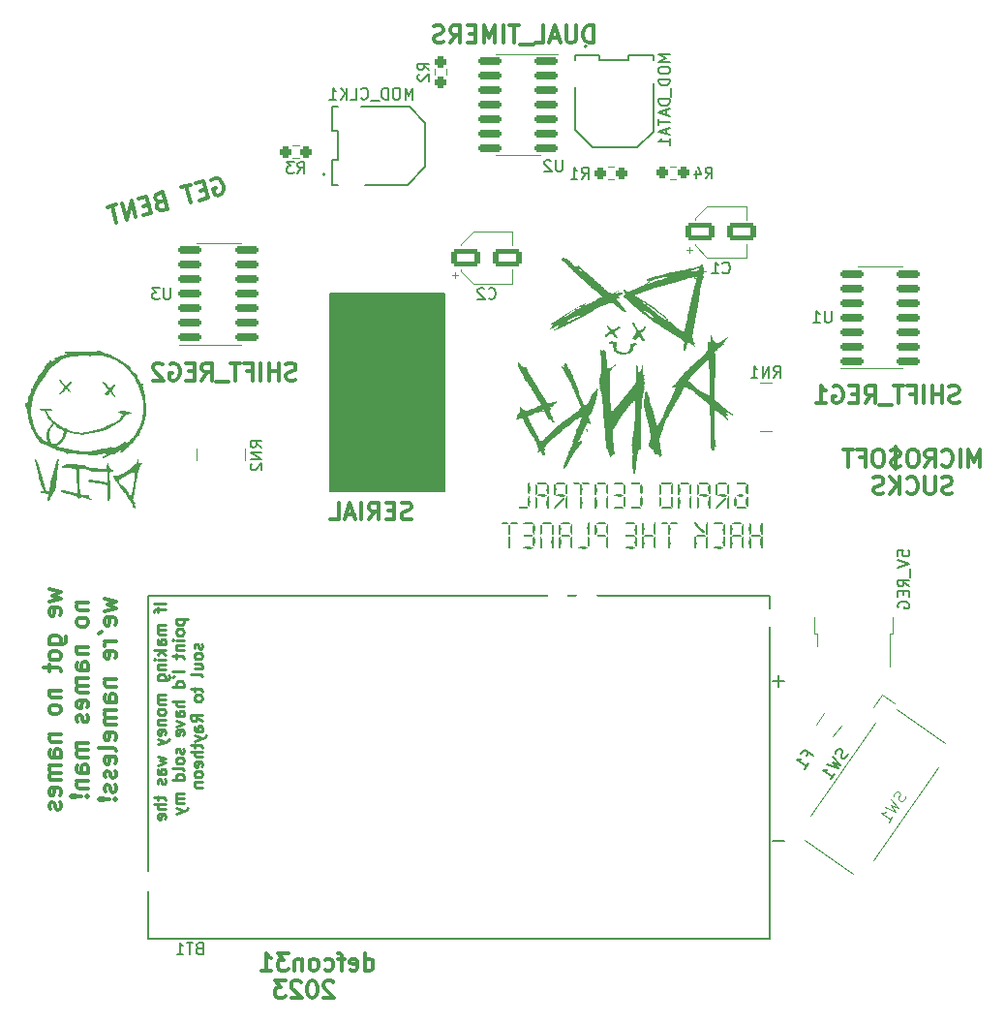
<source format=gbo>
%TF.GenerationSoftware,KiCad,Pcbnew,6.0.9*%
%TF.CreationDate,2022-11-22T22:01:51-08:00*%
%TF.ProjectId,dcpunks31,64637075-6e6b-4733-9331-2e6b69636164,rev?*%
%TF.SameCoordinates,Original*%
%TF.FileFunction,Legend,Bot*%
%TF.FilePolarity,Positive*%
%FSLAX46Y46*%
G04 Gerber Fmt 4.6, Leading zero omitted, Abs format (unit mm)*
G04 Created by KiCad (PCBNEW 6.0.9) date 2022-11-22 22:01:51*
%MOMM*%
%LPD*%
G01*
G04 APERTURE LIST*
G04 Aperture macros list*
%AMRoundRect*
0 Rectangle with rounded corners*
0 $1 Rounding radius*
0 $2 $3 $4 $5 $6 $7 $8 $9 X,Y pos of 4 corners*
0 Add a 4 corners polygon primitive as box body*
4,1,4,$2,$3,$4,$5,$6,$7,$8,$9,$2,$3,0*
0 Add four circle primitives for the rounded corners*
1,1,$1+$1,$2,$3*
1,1,$1+$1,$4,$5*
1,1,$1+$1,$6,$7*
1,1,$1+$1,$8,$9*
0 Add four rect primitives between the rounded corners*
20,1,$1+$1,$2,$3,$4,$5,0*
20,1,$1+$1,$4,$5,$6,$7,0*
20,1,$1+$1,$6,$7,$8,$9,0*
20,1,$1+$1,$8,$9,$2,$3,0*%
G04 Aperture macros list end*
%ADD10C,0.150000*%
%ADD11C,0.300000*%
%ADD12C,0.250000*%
%ADD13C,0.100000*%
%ADD14C,0.120000*%
%ADD15C,0.127000*%
%ADD16C,0.200000*%
%ADD17R,1.800000X1.800000*%
%ADD18C,1.800000*%
%ADD19RoundRect,0.250000X-1.050000X-0.550000X1.050000X-0.550000X1.050000X0.550000X-1.050000X0.550000X0*%
%ADD20RoundRect,0.237500X-0.237500X0.250000X-0.237500X-0.250000X0.237500X-0.250000X0.237500X0.250000X0*%
%ADD21RoundRect,0.237500X0.250000X0.237500X-0.250000X0.237500X-0.250000X-0.237500X0.250000X-0.237500X0*%
%ADD22R,2.000000X2.000000*%
%ADD23C,2.000000*%
%ADD24C,2.290000*%
%ADD25C,1.700000*%
%ADD26R,0.300000X0.800000*%
%ADD27RoundRect,0.150000X0.825000X0.150000X-0.825000X0.150000X-0.825000X-0.150000X0.825000X-0.150000X0*%
%ADD28RoundRect,0.237500X-0.250000X-0.237500X0.250000X-0.237500X0.250000X0.237500X-0.250000X0.237500X0*%
%ADD29R,1.200000X2.200000*%
%ADD30R,5.800000X6.400000*%
%ADD31R,0.800000X0.300000*%
%ADD32RoundRect,0.150000X-0.825000X-0.150000X0.825000X-0.150000X0.825000X0.150000X-0.825000X0.150000X0*%
%ADD33RoundRect,0.250001X-0.246691X0.737342X-0.777248X-0.020372X0.246691X-0.737342X0.777248X0.020372X0*%
G04 APERTURE END LIST*
D10*
G36*
X138280000Y-96400000D02*
G01*
X128280000Y-96400000D01*
X128280000Y-79080000D01*
X138280000Y-79080000D01*
X138280000Y-96400000D01*
G37*
X138280000Y-96400000D02*
X128280000Y-96400000D01*
X128280000Y-79080000D01*
X138280000Y-79080000D01*
X138280000Y-96400000D01*
D11*
X125250000Y-86607142D02*
X125035714Y-86678571D01*
X124678571Y-86678571D01*
X124535714Y-86607142D01*
X124464285Y-86535714D01*
X124392857Y-86392857D01*
X124392857Y-86250000D01*
X124464285Y-86107142D01*
X124535714Y-86035714D01*
X124678571Y-85964285D01*
X124964285Y-85892857D01*
X125107142Y-85821428D01*
X125178571Y-85750000D01*
X125250000Y-85607142D01*
X125250000Y-85464285D01*
X125178571Y-85321428D01*
X125107142Y-85250000D01*
X124964285Y-85178571D01*
X124607142Y-85178571D01*
X124392857Y-85250000D01*
X123750000Y-86678571D02*
X123750000Y-85178571D01*
X123750000Y-85892857D02*
X122892857Y-85892857D01*
X122892857Y-86678571D02*
X122892857Y-85178571D01*
X122178571Y-86678571D02*
X122178571Y-85178571D01*
X120964285Y-85892857D02*
X121464285Y-85892857D01*
X121464285Y-86678571D02*
X121464285Y-85178571D01*
X120750000Y-85178571D01*
X120392857Y-85178571D02*
X119535714Y-85178571D01*
X119964285Y-86678571D02*
X119964285Y-85178571D01*
X119392857Y-86821428D02*
X118250000Y-86821428D01*
X117035714Y-86678571D02*
X117535714Y-85964285D01*
X117892857Y-86678571D02*
X117892857Y-85178571D01*
X117321428Y-85178571D01*
X117178571Y-85250000D01*
X117107142Y-85321428D01*
X117035714Y-85464285D01*
X117035714Y-85678571D01*
X117107142Y-85821428D01*
X117178571Y-85892857D01*
X117321428Y-85964285D01*
X117892857Y-85964285D01*
X116392857Y-85892857D02*
X115892857Y-85892857D01*
X115678571Y-86678571D02*
X116392857Y-86678571D01*
X116392857Y-85178571D01*
X115678571Y-85178571D01*
X114250000Y-85250000D02*
X114392857Y-85178571D01*
X114607142Y-85178571D01*
X114821428Y-85250000D01*
X114964285Y-85392857D01*
X115035714Y-85535714D01*
X115107142Y-85821428D01*
X115107142Y-86035714D01*
X115035714Y-86321428D01*
X114964285Y-86464285D01*
X114821428Y-86607142D01*
X114607142Y-86678571D01*
X114464285Y-86678571D01*
X114250000Y-86607142D01*
X114178571Y-86535714D01*
X114178571Y-86035714D01*
X114464285Y-86035714D01*
X113607142Y-85321428D02*
X113535714Y-85250000D01*
X113392857Y-85178571D01*
X113035714Y-85178571D01*
X112892857Y-85250000D01*
X112821428Y-85321428D01*
X112750000Y-85464285D01*
X112750000Y-85607142D01*
X112821428Y-85821428D01*
X113678571Y-86678571D01*
X112750000Y-86678571D01*
D10*
X177892380Y-102036190D02*
X177892380Y-101560000D01*
X178368571Y-101512380D01*
X178320952Y-101560000D01*
X178273333Y-101655238D01*
X178273333Y-101893333D01*
X178320952Y-101988571D01*
X178368571Y-102036190D01*
X178463809Y-102083809D01*
X178701904Y-102083809D01*
X178797142Y-102036190D01*
X178844761Y-101988571D01*
X178892380Y-101893333D01*
X178892380Y-101655238D01*
X178844761Y-101560000D01*
X178797142Y-101512380D01*
X177892380Y-102369523D02*
X178892380Y-102702857D01*
X177892380Y-103036190D01*
X178987619Y-103131428D02*
X178987619Y-103893333D01*
X178892380Y-104702857D02*
X178416190Y-104369523D01*
X178892380Y-104131428D02*
X177892380Y-104131428D01*
X177892380Y-104512380D01*
X177940000Y-104607619D01*
X177987619Y-104655238D01*
X178082857Y-104702857D01*
X178225714Y-104702857D01*
X178320952Y-104655238D01*
X178368571Y-104607619D01*
X178416190Y-104512380D01*
X178416190Y-104131428D01*
X178368571Y-105131428D02*
X178368571Y-105464761D01*
X178892380Y-105607619D02*
X178892380Y-105131428D01*
X177892380Y-105131428D01*
X177892380Y-105607619D01*
X177940000Y-106560000D02*
X177892380Y-106464761D01*
X177892380Y-106321904D01*
X177940000Y-106179047D01*
X178035238Y-106083809D01*
X178130476Y-106036190D01*
X178320952Y-105988571D01*
X178463809Y-105988571D01*
X178654285Y-106036190D01*
X178749523Y-106083809D01*
X178844761Y-106179047D01*
X178892380Y-106321904D01*
X178892380Y-106417142D01*
X178844761Y-106560000D01*
X178797142Y-106607619D01*
X178463809Y-106607619D01*
X178463809Y-106417142D01*
D11*
X151248571Y-57188571D02*
X151248571Y-55688571D01*
X150891428Y-55688571D01*
X150677142Y-55760000D01*
X150534285Y-55902857D01*
X150462857Y-56045714D01*
X150391428Y-56331428D01*
X150391428Y-56545714D01*
X150462857Y-56831428D01*
X150534285Y-56974285D01*
X150677142Y-57117142D01*
X150891428Y-57188571D01*
X151248571Y-57188571D01*
X149748571Y-55688571D02*
X149748571Y-56902857D01*
X149677142Y-57045714D01*
X149605714Y-57117142D01*
X149462857Y-57188571D01*
X149177142Y-57188571D01*
X149034285Y-57117142D01*
X148962857Y-57045714D01*
X148891428Y-56902857D01*
X148891428Y-55688571D01*
X148248571Y-56760000D02*
X147534285Y-56760000D01*
X148391428Y-57188571D02*
X147891428Y-55688571D01*
X147391428Y-57188571D01*
X146177142Y-57188571D02*
X146891428Y-57188571D01*
X146891428Y-55688571D01*
X146034285Y-57331428D02*
X144891428Y-57331428D01*
X144748571Y-55688571D02*
X143891428Y-55688571D01*
X144320000Y-57188571D02*
X144320000Y-55688571D01*
X143391428Y-57188571D02*
X143391428Y-55688571D01*
X142677142Y-57188571D02*
X142677142Y-55688571D01*
X142177142Y-56760000D01*
X141677142Y-55688571D01*
X141677142Y-57188571D01*
X140962857Y-56402857D02*
X140462857Y-56402857D01*
X140248571Y-57188571D02*
X140962857Y-57188571D01*
X140962857Y-55688571D01*
X140248571Y-55688571D01*
X138748571Y-57188571D02*
X139248571Y-56474285D01*
X139605714Y-57188571D02*
X139605714Y-55688571D01*
X139034285Y-55688571D01*
X138891428Y-55760000D01*
X138820000Y-55831428D01*
X138748571Y-55974285D01*
X138748571Y-56188571D01*
X138820000Y-56331428D01*
X138891428Y-56402857D01*
X139034285Y-56474285D01*
X139605714Y-56474285D01*
X138177142Y-57117142D02*
X137962857Y-57188571D01*
X137605714Y-57188571D01*
X137462857Y-57117142D01*
X137391428Y-57045714D01*
X137320000Y-56902857D01*
X137320000Y-56760000D01*
X137391428Y-56617142D01*
X137462857Y-56545714D01*
X137605714Y-56474285D01*
X137891428Y-56402857D01*
X138034285Y-56331428D01*
X138105714Y-56260000D01*
X138177142Y-56117142D01*
X138177142Y-55974285D01*
X138105714Y-55831428D01*
X138034285Y-55760000D01*
X137891428Y-55688571D01*
X137534285Y-55688571D01*
X137320000Y-55760000D01*
X135344285Y-98787142D02*
X135130000Y-98858571D01*
X134772857Y-98858571D01*
X134630000Y-98787142D01*
X134558571Y-98715714D01*
X134487142Y-98572857D01*
X134487142Y-98430000D01*
X134558571Y-98287142D01*
X134630000Y-98215714D01*
X134772857Y-98144285D01*
X135058571Y-98072857D01*
X135201428Y-98001428D01*
X135272857Y-97930000D01*
X135344285Y-97787142D01*
X135344285Y-97644285D01*
X135272857Y-97501428D01*
X135201428Y-97430000D01*
X135058571Y-97358571D01*
X134701428Y-97358571D01*
X134487142Y-97430000D01*
X133844285Y-98072857D02*
X133344285Y-98072857D01*
X133130000Y-98858571D02*
X133844285Y-98858571D01*
X133844285Y-97358571D01*
X133130000Y-97358571D01*
X131630000Y-98858571D02*
X132130000Y-98144285D01*
X132487142Y-98858571D02*
X132487142Y-97358571D01*
X131915714Y-97358571D01*
X131772857Y-97430000D01*
X131701428Y-97501428D01*
X131630000Y-97644285D01*
X131630000Y-97858571D01*
X131701428Y-98001428D01*
X131772857Y-98072857D01*
X131915714Y-98144285D01*
X132487142Y-98144285D01*
X130987142Y-98858571D02*
X130987142Y-97358571D01*
X130344285Y-98430000D02*
X129630000Y-98430000D01*
X130487142Y-98858571D02*
X129987142Y-97358571D01*
X129487142Y-98858571D01*
X128272857Y-98858571D02*
X128987142Y-98858571D01*
X128987142Y-97358571D01*
X185067142Y-94221071D02*
X185067142Y-92721071D01*
X184567142Y-93792500D01*
X184067142Y-92721071D01*
X184067142Y-94221071D01*
X183352857Y-94221071D02*
X183352857Y-92721071D01*
X181781428Y-94078214D02*
X181852857Y-94149642D01*
X182067142Y-94221071D01*
X182210000Y-94221071D01*
X182424285Y-94149642D01*
X182567142Y-94006785D01*
X182638571Y-93863928D01*
X182710000Y-93578214D01*
X182710000Y-93363928D01*
X182638571Y-93078214D01*
X182567142Y-92935357D01*
X182424285Y-92792500D01*
X182210000Y-92721071D01*
X182067142Y-92721071D01*
X181852857Y-92792500D01*
X181781428Y-92863928D01*
X180281428Y-94221071D02*
X180781428Y-93506785D01*
X181138571Y-94221071D02*
X181138571Y-92721071D01*
X180567142Y-92721071D01*
X180424285Y-92792500D01*
X180352857Y-92863928D01*
X180281428Y-93006785D01*
X180281428Y-93221071D01*
X180352857Y-93363928D01*
X180424285Y-93435357D01*
X180567142Y-93506785D01*
X181138571Y-93506785D01*
X179352857Y-92721071D02*
X179067142Y-92721071D01*
X178924285Y-92792500D01*
X178781428Y-92935357D01*
X178710000Y-93221071D01*
X178710000Y-93721071D01*
X178781428Y-94006785D01*
X178924285Y-94149642D01*
X179067142Y-94221071D01*
X179352857Y-94221071D01*
X179495714Y-94149642D01*
X179638571Y-94006785D01*
X179710000Y-93721071D01*
X179710000Y-93221071D01*
X179638571Y-92935357D01*
X179495714Y-92792500D01*
X179352857Y-92721071D01*
X178138571Y-94149642D02*
X177924285Y-94221071D01*
X177567142Y-94221071D01*
X177424285Y-94149642D01*
X177352857Y-94078214D01*
X177281428Y-93935357D01*
X177281428Y-93792500D01*
X177352857Y-93649642D01*
X177424285Y-93578214D01*
X177567142Y-93506785D01*
X177852857Y-93435357D01*
X177995714Y-93363928D01*
X178067142Y-93292500D01*
X178138571Y-93149642D01*
X178138571Y-93006785D01*
X178067142Y-92863928D01*
X177995714Y-92792500D01*
X177852857Y-92721071D01*
X177495714Y-92721071D01*
X177281428Y-92792500D01*
X177710000Y-92506785D02*
X177710000Y-94435357D01*
X176352857Y-92721071D02*
X176067142Y-92721071D01*
X175924285Y-92792500D01*
X175781428Y-92935357D01*
X175710000Y-93221071D01*
X175710000Y-93721071D01*
X175781428Y-94006785D01*
X175924285Y-94149642D01*
X176067142Y-94221071D01*
X176352857Y-94221071D01*
X176495714Y-94149642D01*
X176638571Y-94006785D01*
X176710000Y-93721071D01*
X176710000Y-93221071D01*
X176638571Y-92935357D01*
X176495714Y-92792500D01*
X176352857Y-92721071D01*
X174567142Y-93435357D02*
X175067142Y-93435357D01*
X175067142Y-94221071D02*
X175067142Y-92721071D01*
X174352857Y-92721071D01*
X173995714Y-92721071D02*
X173138571Y-92721071D01*
X173567142Y-94221071D02*
X173567142Y-92721071D01*
X182638571Y-96564642D02*
X182424285Y-96636071D01*
X182067142Y-96636071D01*
X181924285Y-96564642D01*
X181852857Y-96493214D01*
X181781428Y-96350357D01*
X181781428Y-96207500D01*
X181852857Y-96064642D01*
X181924285Y-95993214D01*
X182067142Y-95921785D01*
X182352857Y-95850357D01*
X182495714Y-95778928D01*
X182567142Y-95707500D01*
X182638571Y-95564642D01*
X182638571Y-95421785D01*
X182567142Y-95278928D01*
X182495714Y-95207500D01*
X182352857Y-95136071D01*
X181995714Y-95136071D01*
X181781428Y-95207500D01*
X181138571Y-95136071D02*
X181138571Y-96350357D01*
X181067142Y-96493214D01*
X180995714Y-96564642D01*
X180852857Y-96636071D01*
X180567142Y-96636071D01*
X180424285Y-96564642D01*
X180352857Y-96493214D01*
X180281428Y-96350357D01*
X180281428Y-95136071D01*
X178710000Y-96493214D02*
X178781428Y-96564642D01*
X178995714Y-96636071D01*
X179138571Y-96636071D01*
X179352857Y-96564642D01*
X179495714Y-96421785D01*
X179567142Y-96278928D01*
X179638571Y-95993214D01*
X179638571Y-95778928D01*
X179567142Y-95493214D01*
X179495714Y-95350357D01*
X179352857Y-95207500D01*
X179138571Y-95136071D01*
X178995714Y-95136071D01*
X178781428Y-95207500D01*
X178710000Y-95278928D01*
X178067142Y-96636071D02*
X178067142Y-95136071D01*
X177210000Y-96636071D02*
X177852857Y-95778928D01*
X177210000Y-95136071D02*
X178067142Y-95993214D01*
X176638571Y-96564642D02*
X176424285Y-96636071D01*
X176067142Y-96636071D01*
X175924285Y-96564642D01*
X175852857Y-96493214D01*
X175781428Y-96350357D01*
X175781428Y-96207500D01*
X175852857Y-96064642D01*
X175924285Y-95993214D01*
X176067142Y-95921785D01*
X176352857Y-95850357D01*
X176495714Y-95778928D01*
X176567142Y-95707500D01*
X176638571Y-95564642D01*
X176638571Y-95421785D01*
X176567142Y-95278928D01*
X176495714Y-95207500D01*
X176352857Y-95136071D01*
X175995714Y-95136071D01*
X175781428Y-95207500D01*
X103683571Y-104921428D02*
X104683571Y-105207142D01*
X103969285Y-105492857D01*
X104683571Y-105778571D01*
X103683571Y-106064285D01*
X104612142Y-107207142D02*
X104683571Y-107064285D01*
X104683571Y-106778571D01*
X104612142Y-106635714D01*
X104469285Y-106564285D01*
X103897857Y-106564285D01*
X103755000Y-106635714D01*
X103683571Y-106778571D01*
X103683571Y-107064285D01*
X103755000Y-107207142D01*
X103897857Y-107278571D01*
X104040714Y-107278571D01*
X104183571Y-106564285D01*
X103683571Y-109707142D02*
X104897857Y-109707142D01*
X105040714Y-109635714D01*
X105112142Y-109564285D01*
X105183571Y-109421428D01*
X105183571Y-109207142D01*
X105112142Y-109064285D01*
X104612142Y-109707142D02*
X104683571Y-109564285D01*
X104683571Y-109278571D01*
X104612142Y-109135714D01*
X104540714Y-109064285D01*
X104397857Y-108992857D01*
X103969285Y-108992857D01*
X103826428Y-109064285D01*
X103755000Y-109135714D01*
X103683571Y-109278571D01*
X103683571Y-109564285D01*
X103755000Y-109707142D01*
X104683571Y-110635714D02*
X104612142Y-110492857D01*
X104540714Y-110421428D01*
X104397857Y-110350000D01*
X103969285Y-110350000D01*
X103826428Y-110421428D01*
X103755000Y-110492857D01*
X103683571Y-110635714D01*
X103683571Y-110850000D01*
X103755000Y-110992857D01*
X103826428Y-111064285D01*
X103969285Y-111135714D01*
X104397857Y-111135714D01*
X104540714Y-111064285D01*
X104612142Y-110992857D01*
X104683571Y-110850000D01*
X104683571Y-110635714D01*
X103683571Y-111564285D02*
X103683571Y-112135714D01*
X103183571Y-111778571D02*
X104469285Y-111778571D01*
X104612142Y-111850000D01*
X104683571Y-111992857D01*
X104683571Y-112135714D01*
X103683571Y-113778571D02*
X104683571Y-113778571D01*
X103826428Y-113778571D02*
X103755000Y-113850000D01*
X103683571Y-113992857D01*
X103683571Y-114207142D01*
X103755000Y-114350000D01*
X103897857Y-114421428D01*
X104683571Y-114421428D01*
X104683571Y-115350000D02*
X104612142Y-115207142D01*
X104540714Y-115135714D01*
X104397857Y-115064285D01*
X103969285Y-115064285D01*
X103826428Y-115135714D01*
X103755000Y-115207142D01*
X103683571Y-115350000D01*
X103683571Y-115564285D01*
X103755000Y-115707142D01*
X103826428Y-115778571D01*
X103969285Y-115850000D01*
X104397857Y-115850000D01*
X104540714Y-115778571D01*
X104612142Y-115707142D01*
X104683571Y-115564285D01*
X104683571Y-115350000D01*
X103683571Y-117635714D02*
X104683571Y-117635714D01*
X103826428Y-117635714D02*
X103755000Y-117707142D01*
X103683571Y-117850000D01*
X103683571Y-118064285D01*
X103755000Y-118207142D01*
X103897857Y-118278571D01*
X104683571Y-118278571D01*
X104683571Y-119635714D02*
X103897857Y-119635714D01*
X103755000Y-119564285D01*
X103683571Y-119421428D01*
X103683571Y-119135714D01*
X103755000Y-118992857D01*
X104612142Y-119635714D02*
X104683571Y-119492857D01*
X104683571Y-119135714D01*
X104612142Y-118992857D01*
X104469285Y-118921428D01*
X104326428Y-118921428D01*
X104183571Y-118992857D01*
X104112142Y-119135714D01*
X104112142Y-119492857D01*
X104040714Y-119635714D01*
X104683571Y-120350000D02*
X103683571Y-120350000D01*
X103826428Y-120350000D02*
X103755000Y-120421428D01*
X103683571Y-120564285D01*
X103683571Y-120778571D01*
X103755000Y-120921428D01*
X103897857Y-120992857D01*
X104683571Y-120992857D01*
X103897857Y-120992857D02*
X103755000Y-121064285D01*
X103683571Y-121207142D01*
X103683571Y-121421428D01*
X103755000Y-121564285D01*
X103897857Y-121635714D01*
X104683571Y-121635714D01*
X104612142Y-122921428D02*
X104683571Y-122778571D01*
X104683571Y-122492857D01*
X104612142Y-122350000D01*
X104469285Y-122278571D01*
X103897857Y-122278571D01*
X103755000Y-122350000D01*
X103683571Y-122492857D01*
X103683571Y-122778571D01*
X103755000Y-122921428D01*
X103897857Y-122992857D01*
X104040714Y-122992857D01*
X104183571Y-122278571D01*
X104612142Y-123564285D02*
X104683571Y-123707142D01*
X104683571Y-123992857D01*
X104612142Y-124135714D01*
X104469285Y-124207142D01*
X104397857Y-124207142D01*
X104255000Y-124135714D01*
X104183571Y-123992857D01*
X104183571Y-123778571D01*
X104112142Y-123635714D01*
X103969285Y-123564285D01*
X103897857Y-123564285D01*
X103755000Y-123635714D01*
X103683571Y-123778571D01*
X103683571Y-123992857D01*
X103755000Y-124135714D01*
X106098571Y-106135714D02*
X107098571Y-106135714D01*
X106241428Y-106135714D02*
X106170000Y-106207142D01*
X106098571Y-106350000D01*
X106098571Y-106564285D01*
X106170000Y-106707142D01*
X106312857Y-106778571D01*
X107098571Y-106778571D01*
X107098571Y-107707142D02*
X107027142Y-107564285D01*
X106955714Y-107492857D01*
X106812857Y-107421428D01*
X106384285Y-107421428D01*
X106241428Y-107492857D01*
X106170000Y-107564285D01*
X106098571Y-107707142D01*
X106098571Y-107921428D01*
X106170000Y-108064285D01*
X106241428Y-108135714D01*
X106384285Y-108207142D01*
X106812857Y-108207142D01*
X106955714Y-108135714D01*
X107027142Y-108064285D01*
X107098571Y-107921428D01*
X107098571Y-107707142D01*
X106098571Y-109992857D02*
X107098571Y-109992857D01*
X106241428Y-109992857D02*
X106170000Y-110064285D01*
X106098571Y-110207142D01*
X106098571Y-110421428D01*
X106170000Y-110564285D01*
X106312857Y-110635714D01*
X107098571Y-110635714D01*
X107098571Y-111992857D02*
X106312857Y-111992857D01*
X106170000Y-111921428D01*
X106098571Y-111778571D01*
X106098571Y-111492857D01*
X106170000Y-111349999D01*
X107027142Y-111992857D02*
X107098571Y-111849999D01*
X107098571Y-111492857D01*
X107027142Y-111349999D01*
X106884285Y-111278571D01*
X106741428Y-111278571D01*
X106598571Y-111349999D01*
X106527142Y-111492857D01*
X106527142Y-111849999D01*
X106455714Y-111992857D01*
X107098571Y-112707142D02*
X106098571Y-112707142D01*
X106241428Y-112707142D02*
X106170000Y-112778571D01*
X106098571Y-112921428D01*
X106098571Y-113135714D01*
X106170000Y-113278571D01*
X106312857Y-113349999D01*
X107098571Y-113349999D01*
X106312857Y-113349999D02*
X106170000Y-113421428D01*
X106098571Y-113564285D01*
X106098571Y-113778571D01*
X106170000Y-113921428D01*
X106312857Y-113992857D01*
X107098571Y-113992857D01*
X107027142Y-115278571D02*
X107098571Y-115135714D01*
X107098571Y-114849999D01*
X107027142Y-114707142D01*
X106884285Y-114635714D01*
X106312857Y-114635714D01*
X106170000Y-114707142D01*
X106098571Y-114849999D01*
X106098571Y-115135714D01*
X106170000Y-115278571D01*
X106312857Y-115349999D01*
X106455714Y-115349999D01*
X106598571Y-114635714D01*
X107027142Y-115921428D02*
X107098571Y-116064285D01*
X107098571Y-116349999D01*
X107027142Y-116492857D01*
X106884285Y-116564285D01*
X106812857Y-116564285D01*
X106670000Y-116492857D01*
X106598571Y-116349999D01*
X106598571Y-116135714D01*
X106527142Y-115992857D01*
X106384285Y-115921428D01*
X106312857Y-115921428D01*
X106170000Y-115992857D01*
X106098571Y-116135714D01*
X106098571Y-116349999D01*
X106170000Y-116492857D01*
X107098571Y-118349999D02*
X106098571Y-118349999D01*
X106241428Y-118349999D02*
X106170000Y-118421428D01*
X106098571Y-118564285D01*
X106098571Y-118778571D01*
X106170000Y-118921428D01*
X106312857Y-118992857D01*
X107098571Y-118992857D01*
X106312857Y-118992857D02*
X106170000Y-119064285D01*
X106098571Y-119207142D01*
X106098571Y-119421428D01*
X106170000Y-119564285D01*
X106312857Y-119635714D01*
X107098571Y-119635714D01*
X107098571Y-120992857D02*
X106312857Y-120992857D01*
X106170000Y-120921428D01*
X106098571Y-120778571D01*
X106098571Y-120492857D01*
X106170000Y-120349999D01*
X107027142Y-120992857D02*
X107098571Y-120849999D01*
X107098571Y-120492857D01*
X107027142Y-120349999D01*
X106884285Y-120278571D01*
X106741428Y-120278571D01*
X106598571Y-120349999D01*
X106527142Y-120492857D01*
X106527142Y-120849999D01*
X106455714Y-120992857D01*
X106098571Y-121707142D02*
X107098571Y-121707142D01*
X106241428Y-121707142D02*
X106170000Y-121778571D01*
X106098571Y-121921428D01*
X106098571Y-122135714D01*
X106170000Y-122278571D01*
X106312857Y-122349999D01*
X107098571Y-122349999D01*
X106955714Y-123064285D02*
X107027142Y-123135714D01*
X107098571Y-123064285D01*
X107027142Y-122992857D01*
X106955714Y-123064285D01*
X107098571Y-123064285D01*
X106527142Y-123064285D02*
X105670000Y-122992857D01*
X105598571Y-123064285D01*
X105670000Y-123135714D01*
X106527142Y-123064285D01*
X105598571Y-123064285D01*
X108513571Y-105742857D02*
X109513571Y-106028571D01*
X108799285Y-106314285D01*
X109513571Y-106600000D01*
X108513571Y-106885714D01*
X109442142Y-108028571D02*
X109513571Y-107885714D01*
X109513571Y-107600000D01*
X109442142Y-107457142D01*
X109299285Y-107385714D01*
X108727857Y-107385714D01*
X108585000Y-107457142D01*
X108513571Y-107600000D01*
X108513571Y-107885714D01*
X108585000Y-108028571D01*
X108727857Y-108100000D01*
X108870714Y-108100000D01*
X109013571Y-107385714D01*
X108013571Y-108814285D02*
X108299285Y-108671428D01*
X109513571Y-109457142D02*
X108513571Y-109457142D01*
X108799285Y-109457142D02*
X108656428Y-109528571D01*
X108585000Y-109600000D01*
X108513571Y-109742857D01*
X108513571Y-109885714D01*
X109442142Y-110957142D02*
X109513571Y-110814285D01*
X109513571Y-110528571D01*
X109442142Y-110385714D01*
X109299285Y-110314285D01*
X108727857Y-110314285D01*
X108585000Y-110385714D01*
X108513571Y-110528571D01*
X108513571Y-110814285D01*
X108585000Y-110957142D01*
X108727857Y-111028571D01*
X108870714Y-111028571D01*
X109013571Y-110314285D01*
X108513571Y-112814285D02*
X109513571Y-112814285D01*
X108656428Y-112814285D02*
X108585000Y-112885714D01*
X108513571Y-113028571D01*
X108513571Y-113242857D01*
X108585000Y-113385714D01*
X108727857Y-113457142D01*
X109513571Y-113457142D01*
X109513571Y-114814285D02*
X108727857Y-114814285D01*
X108585000Y-114742857D01*
X108513571Y-114600000D01*
X108513571Y-114314285D01*
X108585000Y-114171428D01*
X109442142Y-114814285D02*
X109513571Y-114671428D01*
X109513571Y-114314285D01*
X109442142Y-114171428D01*
X109299285Y-114100000D01*
X109156428Y-114100000D01*
X109013571Y-114171428D01*
X108942142Y-114314285D01*
X108942142Y-114671428D01*
X108870714Y-114814285D01*
X109513571Y-115528571D02*
X108513571Y-115528571D01*
X108656428Y-115528571D02*
X108585000Y-115599999D01*
X108513571Y-115742857D01*
X108513571Y-115957142D01*
X108585000Y-116100000D01*
X108727857Y-116171428D01*
X109513571Y-116171428D01*
X108727857Y-116171428D02*
X108585000Y-116242857D01*
X108513571Y-116385714D01*
X108513571Y-116599999D01*
X108585000Y-116742857D01*
X108727857Y-116814285D01*
X109513571Y-116814285D01*
X109442142Y-118100000D02*
X109513571Y-117957142D01*
X109513571Y-117671428D01*
X109442142Y-117528571D01*
X109299285Y-117457142D01*
X108727857Y-117457142D01*
X108585000Y-117528571D01*
X108513571Y-117671428D01*
X108513571Y-117957142D01*
X108585000Y-118100000D01*
X108727857Y-118171428D01*
X108870714Y-118171428D01*
X109013571Y-117457142D01*
X109513571Y-119028571D02*
X109442142Y-118885714D01*
X109299285Y-118814285D01*
X108013571Y-118814285D01*
X109442142Y-120171428D02*
X109513571Y-120028571D01*
X109513571Y-119742857D01*
X109442142Y-119599999D01*
X109299285Y-119528571D01*
X108727857Y-119528571D01*
X108585000Y-119599999D01*
X108513571Y-119742857D01*
X108513571Y-120028571D01*
X108585000Y-120171428D01*
X108727857Y-120242857D01*
X108870714Y-120242857D01*
X109013571Y-119528571D01*
X109442142Y-120814285D02*
X109513571Y-120957142D01*
X109513571Y-121242857D01*
X109442142Y-121385714D01*
X109299285Y-121457142D01*
X109227857Y-121457142D01*
X109085000Y-121385714D01*
X109013571Y-121242857D01*
X109013571Y-121028571D01*
X108942142Y-120885714D01*
X108799285Y-120814285D01*
X108727857Y-120814285D01*
X108585000Y-120885714D01*
X108513571Y-121028571D01*
X108513571Y-121242857D01*
X108585000Y-121385714D01*
X109442142Y-122028571D02*
X109513571Y-122171428D01*
X109513571Y-122457142D01*
X109442142Y-122599999D01*
X109299285Y-122671428D01*
X109227857Y-122671428D01*
X109085000Y-122599999D01*
X109013571Y-122457142D01*
X109013571Y-122242857D01*
X108942142Y-122099999D01*
X108799285Y-122028571D01*
X108727857Y-122028571D01*
X108585000Y-122099999D01*
X108513571Y-122242857D01*
X108513571Y-122457142D01*
X108585000Y-122599999D01*
X109370714Y-123314285D02*
X109442142Y-123385714D01*
X109513571Y-123314285D01*
X109442142Y-123242857D01*
X109370714Y-123314285D01*
X109513571Y-123314285D01*
X108942142Y-123314285D02*
X108085000Y-123242857D01*
X108013571Y-123314285D01*
X108085000Y-123385714D01*
X108942142Y-123314285D01*
X108013571Y-123314285D01*
X117876573Y-69184818D02*
X117996075Y-69078849D01*
X118203059Y-69023388D01*
X118428530Y-69036921D01*
X118603494Y-69137936D01*
X118709463Y-69257439D01*
X118852406Y-69514930D01*
X118907867Y-69721915D01*
X118912820Y-70016380D01*
X118880800Y-70172857D01*
X118779785Y-70347820D01*
X118591288Y-70472276D01*
X118453298Y-70509251D01*
X118227827Y-70495717D01*
X118140345Y-70445209D01*
X118010936Y-69962247D01*
X118286915Y-69888298D01*
X117353009Y-69990641D02*
X116870046Y-70120050D01*
X116866420Y-70934453D02*
X117556367Y-70749583D01*
X117168139Y-69300694D01*
X116478192Y-69485565D01*
X116064223Y-69596487D02*
X115236287Y-69818332D01*
X116038484Y-71156298D02*
X115650255Y-69707409D01*
X113351317Y-71062891D02*
X113162820Y-71187347D01*
X113112312Y-71274829D01*
X113080291Y-71431305D01*
X113135753Y-71638289D01*
X113241721Y-71757792D01*
X113329203Y-71808299D01*
X113485680Y-71840320D01*
X114037637Y-71692423D01*
X113649409Y-70243535D01*
X113166446Y-70372944D01*
X113046943Y-70478913D01*
X112996436Y-70566395D01*
X112964415Y-70722871D01*
X113001389Y-70860861D01*
X113107358Y-70980363D01*
X113194840Y-71030871D01*
X113351317Y-71062891D01*
X113834279Y-70933482D01*
X112385391Y-71321710D02*
X111902428Y-71451120D01*
X111898802Y-72265523D02*
X112588749Y-72080652D01*
X112200520Y-70631763D01*
X111510573Y-70816634D01*
X111277849Y-72431906D02*
X110889621Y-70983018D01*
X110449913Y-72653751D01*
X110061684Y-71204862D01*
X109578721Y-71334272D02*
X108750785Y-71556117D01*
X109552982Y-72894083D02*
X109164753Y-71445194D01*
X131298571Y-138241071D02*
X131298571Y-136741071D01*
X131298571Y-138169642D02*
X131441428Y-138241071D01*
X131727142Y-138241071D01*
X131870000Y-138169642D01*
X131941428Y-138098214D01*
X132012857Y-137955357D01*
X132012857Y-137526785D01*
X131941428Y-137383928D01*
X131870000Y-137312500D01*
X131727142Y-137241071D01*
X131441428Y-137241071D01*
X131298571Y-137312500D01*
X130012857Y-138169642D02*
X130155714Y-138241071D01*
X130441428Y-138241071D01*
X130584285Y-138169642D01*
X130655714Y-138026785D01*
X130655714Y-137455357D01*
X130584285Y-137312500D01*
X130441428Y-137241071D01*
X130155714Y-137241071D01*
X130012857Y-137312500D01*
X129941428Y-137455357D01*
X129941428Y-137598214D01*
X130655714Y-137741071D01*
X129512857Y-137241071D02*
X128941428Y-137241071D01*
X129298571Y-138241071D02*
X129298571Y-136955357D01*
X129227142Y-136812500D01*
X129084285Y-136741071D01*
X128941428Y-136741071D01*
X127798571Y-138169642D02*
X127941428Y-138241071D01*
X128227142Y-138241071D01*
X128370000Y-138169642D01*
X128441428Y-138098214D01*
X128512857Y-137955357D01*
X128512857Y-137526785D01*
X128441428Y-137383928D01*
X128370000Y-137312500D01*
X128227142Y-137241071D01*
X127941428Y-137241071D01*
X127798571Y-137312500D01*
X126941428Y-138241071D02*
X127084285Y-138169642D01*
X127155714Y-138098214D01*
X127227142Y-137955357D01*
X127227142Y-137526785D01*
X127155714Y-137383928D01*
X127084285Y-137312500D01*
X126941428Y-137241071D01*
X126727142Y-137241071D01*
X126584285Y-137312500D01*
X126512857Y-137383928D01*
X126441428Y-137526785D01*
X126441428Y-137955357D01*
X126512857Y-138098214D01*
X126584285Y-138169642D01*
X126727142Y-138241071D01*
X126941428Y-138241071D01*
X125798571Y-137241071D02*
X125798571Y-138241071D01*
X125798571Y-137383928D02*
X125727142Y-137312500D01*
X125584285Y-137241071D01*
X125370000Y-137241071D01*
X125227142Y-137312500D01*
X125155714Y-137455357D01*
X125155714Y-138241071D01*
X124584285Y-136741071D02*
X123655714Y-136741071D01*
X124155714Y-137312500D01*
X123941428Y-137312500D01*
X123798571Y-137383928D01*
X123727142Y-137455357D01*
X123655714Y-137598214D01*
X123655714Y-137955357D01*
X123727142Y-138098214D01*
X123798571Y-138169642D01*
X123941428Y-138241071D01*
X124370000Y-138241071D01*
X124512857Y-138169642D01*
X124584285Y-138098214D01*
X122227142Y-138241071D02*
X123084285Y-138241071D01*
X122655714Y-138241071D02*
X122655714Y-136741071D01*
X122798571Y-136955357D01*
X122941428Y-137098214D01*
X123084285Y-137169642D01*
X128548571Y-139298928D02*
X128477142Y-139227500D01*
X128334285Y-139156071D01*
X127977142Y-139156071D01*
X127834285Y-139227500D01*
X127762857Y-139298928D01*
X127691428Y-139441785D01*
X127691428Y-139584642D01*
X127762857Y-139798928D01*
X128620000Y-140656071D01*
X127691428Y-140656071D01*
X126762857Y-139156071D02*
X126620000Y-139156071D01*
X126477142Y-139227500D01*
X126405714Y-139298928D01*
X126334285Y-139441785D01*
X126262857Y-139727500D01*
X126262857Y-140084642D01*
X126334285Y-140370357D01*
X126405714Y-140513214D01*
X126477142Y-140584642D01*
X126620000Y-140656071D01*
X126762857Y-140656071D01*
X126905714Y-140584642D01*
X126977142Y-140513214D01*
X127048571Y-140370357D01*
X127120000Y-140084642D01*
X127120000Y-139727500D01*
X127048571Y-139441785D01*
X126977142Y-139298928D01*
X126905714Y-139227500D01*
X126762857Y-139156071D01*
X125691428Y-139298928D02*
X125620000Y-139227500D01*
X125477142Y-139156071D01*
X125120000Y-139156071D01*
X124977142Y-139227500D01*
X124905714Y-139298928D01*
X124834285Y-139441785D01*
X124834285Y-139584642D01*
X124905714Y-139798928D01*
X125762857Y-140656071D01*
X124834285Y-140656071D01*
X124334285Y-139156071D02*
X123405714Y-139156071D01*
X123905714Y-139727500D01*
X123691428Y-139727500D01*
X123548571Y-139798928D01*
X123477142Y-139870357D01*
X123405714Y-140013214D01*
X123405714Y-140370357D01*
X123477142Y-140513214D01*
X123548571Y-140584642D01*
X123691428Y-140656071D01*
X124120000Y-140656071D01*
X124262857Y-140584642D01*
X124334285Y-140513214D01*
D12*
X113842380Y-106214285D02*
X112842380Y-106214285D01*
X113175714Y-106547619D02*
X113175714Y-106928571D01*
X113842380Y-106690476D02*
X112985238Y-106690476D01*
X112890000Y-106738095D01*
X112842380Y-106833333D01*
X112842380Y-106928571D01*
X113842380Y-108023809D02*
X113175714Y-108023809D01*
X113270952Y-108023809D02*
X113223333Y-108071428D01*
X113175714Y-108166666D01*
X113175714Y-108309523D01*
X113223333Y-108404761D01*
X113318571Y-108452380D01*
X113842380Y-108452380D01*
X113318571Y-108452380D02*
X113223333Y-108499999D01*
X113175714Y-108595238D01*
X113175714Y-108738095D01*
X113223333Y-108833333D01*
X113318571Y-108880952D01*
X113842380Y-108880952D01*
X113842380Y-109785714D02*
X113318571Y-109785714D01*
X113223333Y-109738095D01*
X113175714Y-109642857D01*
X113175714Y-109452380D01*
X113223333Y-109357142D01*
X113794761Y-109785714D02*
X113842380Y-109690476D01*
X113842380Y-109452380D01*
X113794761Y-109357142D01*
X113699523Y-109309523D01*
X113604285Y-109309523D01*
X113509047Y-109357142D01*
X113461428Y-109452380D01*
X113461428Y-109690476D01*
X113413809Y-109785714D01*
X113842380Y-110261904D02*
X112842380Y-110261904D01*
X113461428Y-110357142D02*
X113842380Y-110642857D01*
X113175714Y-110642857D02*
X113556666Y-110261904D01*
X113842380Y-111071428D02*
X113175714Y-111071428D01*
X112842380Y-111071428D02*
X112890000Y-111023809D01*
X112937619Y-111071428D01*
X112890000Y-111119047D01*
X112842380Y-111071428D01*
X112937619Y-111071428D01*
X113175714Y-111547619D02*
X113842380Y-111547619D01*
X113270952Y-111547619D02*
X113223333Y-111595238D01*
X113175714Y-111690476D01*
X113175714Y-111833333D01*
X113223333Y-111928571D01*
X113318571Y-111976190D01*
X113842380Y-111976190D01*
X113175714Y-112880952D02*
X113985238Y-112880952D01*
X114080476Y-112833333D01*
X114128095Y-112785714D01*
X114175714Y-112690476D01*
X114175714Y-112547619D01*
X114128095Y-112452380D01*
X113794761Y-112880952D02*
X113842380Y-112785714D01*
X113842380Y-112595238D01*
X113794761Y-112499999D01*
X113747142Y-112452380D01*
X113651904Y-112404761D01*
X113366190Y-112404761D01*
X113270952Y-112452380D01*
X113223333Y-112499999D01*
X113175714Y-112595238D01*
X113175714Y-112785714D01*
X113223333Y-112880952D01*
X113842380Y-114119047D02*
X113175714Y-114119047D01*
X113270952Y-114119047D02*
X113223333Y-114166666D01*
X113175714Y-114261904D01*
X113175714Y-114404761D01*
X113223333Y-114499999D01*
X113318571Y-114547619D01*
X113842380Y-114547619D01*
X113318571Y-114547619D02*
X113223333Y-114595238D01*
X113175714Y-114690476D01*
X113175714Y-114833333D01*
X113223333Y-114928571D01*
X113318571Y-114976190D01*
X113842380Y-114976190D01*
X113842380Y-115595238D02*
X113794761Y-115499999D01*
X113747142Y-115452380D01*
X113651904Y-115404761D01*
X113366190Y-115404761D01*
X113270952Y-115452380D01*
X113223333Y-115499999D01*
X113175714Y-115595238D01*
X113175714Y-115738095D01*
X113223333Y-115833333D01*
X113270952Y-115880952D01*
X113366190Y-115928571D01*
X113651904Y-115928571D01*
X113747142Y-115880952D01*
X113794761Y-115833333D01*
X113842380Y-115738095D01*
X113842380Y-115595238D01*
X113175714Y-116357142D02*
X113842380Y-116357142D01*
X113270952Y-116357142D02*
X113223333Y-116404761D01*
X113175714Y-116499999D01*
X113175714Y-116642857D01*
X113223333Y-116738095D01*
X113318571Y-116785714D01*
X113842380Y-116785714D01*
X113794761Y-117642857D02*
X113842380Y-117547619D01*
X113842380Y-117357142D01*
X113794761Y-117261904D01*
X113699523Y-117214285D01*
X113318571Y-117214285D01*
X113223333Y-117261904D01*
X113175714Y-117357142D01*
X113175714Y-117547619D01*
X113223333Y-117642857D01*
X113318571Y-117690476D01*
X113413809Y-117690476D01*
X113509047Y-117214285D01*
X113175714Y-118023809D02*
X113842380Y-118261904D01*
X113175714Y-118499999D02*
X113842380Y-118261904D01*
X114080476Y-118166666D01*
X114128095Y-118119047D01*
X114175714Y-118023809D01*
X113175714Y-119547619D02*
X113842380Y-119738095D01*
X113366190Y-119928571D01*
X113842380Y-120119047D01*
X113175714Y-120309523D01*
X113842380Y-121119047D02*
X113318571Y-121119047D01*
X113223333Y-121071428D01*
X113175714Y-120976190D01*
X113175714Y-120785714D01*
X113223333Y-120690476D01*
X113794761Y-121119047D02*
X113842380Y-121023809D01*
X113842380Y-120785714D01*
X113794761Y-120690476D01*
X113699523Y-120642857D01*
X113604285Y-120642857D01*
X113509047Y-120690476D01*
X113461428Y-120785714D01*
X113461428Y-121023809D01*
X113413809Y-121119047D01*
X113794761Y-121547619D02*
X113842380Y-121642857D01*
X113842380Y-121833333D01*
X113794761Y-121928571D01*
X113699523Y-121976190D01*
X113651904Y-121976190D01*
X113556666Y-121928571D01*
X113509047Y-121833333D01*
X113509047Y-121690476D01*
X113461428Y-121595238D01*
X113366190Y-121547619D01*
X113318571Y-121547619D01*
X113223333Y-121595238D01*
X113175714Y-121690476D01*
X113175714Y-121833333D01*
X113223333Y-121928571D01*
X113175714Y-123023809D02*
X113175714Y-123404761D01*
X112842380Y-123166666D02*
X113699523Y-123166666D01*
X113794761Y-123214285D01*
X113842380Y-123309523D01*
X113842380Y-123404761D01*
X113842380Y-123738095D02*
X112842380Y-123738095D01*
X113842380Y-124166666D02*
X113318571Y-124166666D01*
X113223333Y-124119047D01*
X113175714Y-124023809D01*
X113175714Y-123880952D01*
X113223333Y-123785714D01*
X113270952Y-123738095D01*
X113794761Y-125023809D02*
X113842380Y-124928571D01*
X113842380Y-124738095D01*
X113794761Y-124642857D01*
X113699523Y-124595238D01*
X113318571Y-124595238D01*
X113223333Y-124642857D01*
X113175714Y-124738095D01*
X113175714Y-124928571D01*
X113223333Y-125023809D01*
X113318571Y-125071428D01*
X113413809Y-125071428D01*
X113509047Y-124595238D01*
X114785714Y-107571428D02*
X115785714Y-107571428D01*
X114833333Y-107571428D02*
X114785714Y-107666666D01*
X114785714Y-107857142D01*
X114833333Y-107952380D01*
X114880952Y-108000000D01*
X114976190Y-108047619D01*
X115261904Y-108047619D01*
X115357142Y-108000000D01*
X115404761Y-107952380D01*
X115452380Y-107857142D01*
X115452380Y-107666666D01*
X115404761Y-107571428D01*
X115452380Y-108619047D02*
X115404761Y-108523809D01*
X115357142Y-108476190D01*
X115261904Y-108428571D01*
X114976190Y-108428571D01*
X114880952Y-108476190D01*
X114833333Y-108523809D01*
X114785714Y-108619047D01*
X114785714Y-108761904D01*
X114833333Y-108857142D01*
X114880952Y-108904761D01*
X114976190Y-108952380D01*
X115261904Y-108952380D01*
X115357142Y-108904761D01*
X115404761Y-108857142D01*
X115452380Y-108761904D01*
X115452380Y-108619047D01*
X115452380Y-109380952D02*
X114785714Y-109380952D01*
X114452380Y-109380952D02*
X114500000Y-109333333D01*
X114547619Y-109380952D01*
X114500000Y-109428571D01*
X114452380Y-109380952D01*
X114547619Y-109380952D01*
X114785714Y-109857142D02*
X115452380Y-109857142D01*
X114880952Y-109857142D02*
X114833333Y-109904761D01*
X114785714Y-110000000D01*
X114785714Y-110142857D01*
X114833333Y-110238095D01*
X114928571Y-110285714D01*
X115452380Y-110285714D01*
X114785714Y-110619047D02*
X114785714Y-111000000D01*
X114452380Y-110761904D02*
X115309523Y-110761904D01*
X115404761Y-110809523D01*
X115452380Y-110904761D01*
X115452380Y-111000000D01*
X115452380Y-112095238D02*
X114452380Y-112095238D01*
X114452380Y-112619047D02*
X114642857Y-112523809D01*
X115452380Y-113476190D02*
X114452380Y-113476190D01*
X115404761Y-113476190D02*
X115452380Y-113380952D01*
X115452380Y-113190476D01*
X115404761Y-113095238D01*
X115357142Y-113047619D01*
X115261904Y-113000000D01*
X114976190Y-113000000D01*
X114880952Y-113047619D01*
X114833333Y-113095238D01*
X114785714Y-113190476D01*
X114785714Y-113380952D01*
X114833333Y-113476190D01*
X115452380Y-114714285D02*
X114452380Y-114714285D01*
X115452380Y-115142857D02*
X114928571Y-115142857D01*
X114833333Y-115095238D01*
X114785714Y-115000000D01*
X114785714Y-114857142D01*
X114833333Y-114761904D01*
X114880952Y-114714285D01*
X115452380Y-116047619D02*
X114928571Y-116047619D01*
X114833333Y-116000000D01*
X114785714Y-115904761D01*
X114785714Y-115714285D01*
X114833333Y-115619047D01*
X115404761Y-116047619D02*
X115452380Y-115952380D01*
X115452380Y-115714285D01*
X115404761Y-115619047D01*
X115309523Y-115571428D01*
X115214285Y-115571428D01*
X115119047Y-115619047D01*
X115071428Y-115714285D01*
X115071428Y-115952380D01*
X115023809Y-116047619D01*
X114785714Y-116428571D02*
X115452380Y-116666666D01*
X114785714Y-116904761D01*
X115404761Y-117666666D02*
X115452380Y-117571428D01*
X115452380Y-117380952D01*
X115404761Y-117285714D01*
X115309523Y-117238095D01*
X114928571Y-117238095D01*
X114833333Y-117285714D01*
X114785714Y-117380952D01*
X114785714Y-117571428D01*
X114833333Y-117666666D01*
X114928571Y-117714285D01*
X115023809Y-117714285D01*
X115119047Y-117238095D01*
X115404761Y-118857142D02*
X115452380Y-118952380D01*
X115452380Y-119142857D01*
X115404761Y-119238095D01*
X115309523Y-119285714D01*
X115261904Y-119285714D01*
X115166666Y-119238095D01*
X115119047Y-119142857D01*
X115119047Y-119000000D01*
X115071428Y-118904761D01*
X114976190Y-118857142D01*
X114928571Y-118857142D01*
X114833333Y-118904761D01*
X114785714Y-119000000D01*
X114785714Y-119142857D01*
X114833333Y-119238095D01*
X115452380Y-119857142D02*
X115404761Y-119761904D01*
X115357142Y-119714285D01*
X115261904Y-119666666D01*
X114976190Y-119666666D01*
X114880952Y-119714285D01*
X114833333Y-119761904D01*
X114785714Y-119857142D01*
X114785714Y-120000000D01*
X114833333Y-120095238D01*
X114880952Y-120142857D01*
X114976190Y-120190476D01*
X115261904Y-120190476D01*
X115357142Y-120142857D01*
X115404761Y-120095238D01*
X115452380Y-120000000D01*
X115452380Y-119857142D01*
X115452380Y-120761904D02*
X115404761Y-120666666D01*
X115309523Y-120619047D01*
X114452380Y-120619047D01*
X115452380Y-121571428D02*
X114452380Y-121571428D01*
X115404761Y-121571428D02*
X115452380Y-121476190D01*
X115452380Y-121285714D01*
X115404761Y-121190476D01*
X115357142Y-121142857D01*
X115261904Y-121095238D01*
X114976190Y-121095238D01*
X114880952Y-121142857D01*
X114833333Y-121190476D01*
X114785714Y-121285714D01*
X114785714Y-121476190D01*
X114833333Y-121571428D01*
X115452380Y-122809523D02*
X114785714Y-122809523D01*
X114880952Y-122809523D02*
X114833333Y-122857142D01*
X114785714Y-122952380D01*
X114785714Y-123095238D01*
X114833333Y-123190476D01*
X114928571Y-123238095D01*
X115452380Y-123238095D01*
X114928571Y-123238095D02*
X114833333Y-123285714D01*
X114785714Y-123380952D01*
X114785714Y-123523809D01*
X114833333Y-123619047D01*
X114928571Y-123666666D01*
X115452380Y-123666666D01*
X114785714Y-124047619D02*
X115452380Y-124285714D01*
X114785714Y-124523809D02*
X115452380Y-124285714D01*
X115690476Y-124190476D01*
X115738095Y-124142857D01*
X115785714Y-124047619D01*
X117014761Y-109714285D02*
X117062380Y-109809523D01*
X117062380Y-110000000D01*
X117014761Y-110095238D01*
X116919523Y-110142857D01*
X116871904Y-110142857D01*
X116776666Y-110095238D01*
X116729047Y-110000000D01*
X116729047Y-109857142D01*
X116681428Y-109761904D01*
X116586190Y-109714285D01*
X116538571Y-109714285D01*
X116443333Y-109761904D01*
X116395714Y-109857142D01*
X116395714Y-110000000D01*
X116443333Y-110095238D01*
X117062380Y-110714285D02*
X117014761Y-110619047D01*
X116967142Y-110571428D01*
X116871904Y-110523809D01*
X116586190Y-110523809D01*
X116490952Y-110571428D01*
X116443333Y-110619047D01*
X116395714Y-110714285D01*
X116395714Y-110857142D01*
X116443333Y-110952380D01*
X116490952Y-111000000D01*
X116586190Y-111047619D01*
X116871904Y-111047619D01*
X116967142Y-111000000D01*
X117014761Y-110952380D01*
X117062380Y-110857142D01*
X117062380Y-110714285D01*
X116395714Y-111904761D02*
X117062380Y-111904761D01*
X116395714Y-111476190D02*
X116919523Y-111476190D01*
X117014761Y-111523809D01*
X117062380Y-111619047D01*
X117062380Y-111761904D01*
X117014761Y-111857142D01*
X116967142Y-111904761D01*
X117062380Y-112523809D02*
X117014761Y-112428571D01*
X116919523Y-112380952D01*
X116062380Y-112380952D01*
X116395714Y-113523809D02*
X116395714Y-113904761D01*
X116062380Y-113666666D02*
X116919523Y-113666666D01*
X117014761Y-113714285D01*
X117062380Y-113809523D01*
X117062380Y-113904761D01*
X117062380Y-114380952D02*
X117014761Y-114285714D01*
X116967142Y-114238095D01*
X116871904Y-114190476D01*
X116586190Y-114190476D01*
X116490952Y-114238095D01*
X116443333Y-114285714D01*
X116395714Y-114380952D01*
X116395714Y-114523809D01*
X116443333Y-114619047D01*
X116490952Y-114666666D01*
X116586190Y-114714285D01*
X116871904Y-114714285D01*
X116967142Y-114666666D01*
X117014761Y-114619047D01*
X117062380Y-114523809D01*
X117062380Y-114380952D01*
X117062380Y-116476190D02*
X116586190Y-116142857D01*
X117062380Y-115904761D02*
X116062380Y-115904761D01*
X116062380Y-116285714D01*
X116110000Y-116380952D01*
X116157619Y-116428571D01*
X116252857Y-116476190D01*
X116395714Y-116476190D01*
X116490952Y-116428571D01*
X116538571Y-116380952D01*
X116586190Y-116285714D01*
X116586190Y-115904761D01*
X117062380Y-117333333D02*
X116538571Y-117333333D01*
X116443333Y-117285714D01*
X116395714Y-117190476D01*
X116395714Y-117000000D01*
X116443333Y-116904761D01*
X117014761Y-117333333D02*
X117062380Y-117238095D01*
X117062380Y-117000000D01*
X117014761Y-116904761D01*
X116919523Y-116857142D01*
X116824285Y-116857142D01*
X116729047Y-116904761D01*
X116681428Y-117000000D01*
X116681428Y-117238095D01*
X116633809Y-117333333D01*
X116395714Y-117714285D02*
X117062380Y-117952380D01*
X116395714Y-118190476D02*
X117062380Y-117952380D01*
X117300476Y-117857142D01*
X117348095Y-117809523D01*
X117395714Y-117714285D01*
X116395714Y-118428571D02*
X116395714Y-118809523D01*
X116062380Y-118571428D02*
X116919523Y-118571428D01*
X117014761Y-118619047D01*
X117062380Y-118714285D01*
X117062380Y-118809523D01*
X117062380Y-119142857D02*
X116062380Y-119142857D01*
X117062380Y-119571428D02*
X116538571Y-119571428D01*
X116443333Y-119523809D01*
X116395714Y-119428571D01*
X116395714Y-119285714D01*
X116443333Y-119190476D01*
X116490952Y-119142857D01*
X117014761Y-120428571D02*
X117062380Y-120333333D01*
X117062380Y-120142857D01*
X117014761Y-120047619D01*
X116919523Y-120000000D01*
X116538571Y-120000000D01*
X116443333Y-120047619D01*
X116395714Y-120142857D01*
X116395714Y-120333333D01*
X116443333Y-120428571D01*
X116538571Y-120476190D01*
X116633809Y-120476190D01*
X116729047Y-120000000D01*
X117062380Y-121047619D02*
X117014761Y-120952380D01*
X116967142Y-120904761D01*
X116871904Y-120857142D01*
X116586190Y-120857142D01*
X116490952Y-120904761D01*
X116443333Y-120952380D01*
X116395714Y-121047619D01*
X116395714Y-121190476D01*
X116443333Y-121285714D01*
X116490952Y-121333333D01*
X116586190Y-121380952D01*
X116871904Y-121380952D01*
X116967142Y-121333333D01*
X117014761Y-121285714D01*
X117062380Y-121190476D01*
X117062380Y-121047619D01*
X116395714Y-121809523D02*
X117062380Y-121809523D01*
X116490952Y-121809523D02*
X116443333Y-121857142D01*
X116395714Y-121952380D01*
X116395714Y-122095238D01*
X116443333Y-122190476D01*
X116538571Y-122238095D01*
X117062380Y-122238095D01*
D11*
X183250000Y-88607142D02*
X183035714Y-88678571D01*
X182678571Y-88678571D01*
X182535714Y-88607142D01*
X182464285Y-88535714D01*
X182392857Y-88392857D01*
X182392857Y-88250000D01*
X182464285Y-88107142D01*
X182535714Y-88035714D01*
X182678571Y-87964285D01*
X182964285Y-87892857D01*
X183107142Y-87821428D01*
X183178571Y-87750000D01*
X183250000Y-87607142D01*
X183250000Y-87464285D01*
X183178571Y-87321428D01*
X183107142Y-87250000D01*
X182964285Y-87178571D01*
X182607142Y-87178571D01*
X182392857Y-87250000D01*
X181750000Y-88678571D02*
X181750000Y-87178571D01*
X181750000Y-87892857D02*
X180892857Y-87892857D01*
X180892857Y-88678571D02*
X180892857Y-87178571D01*
X180178571Y-88678571D02*
X180178571Y-87178571D01*
X178964285Y-87892857D02*
X179464285Y-87892857D01*
X179464285Y-88678571D02*
X179464285Y-87178571D01*
X178750000Y-87178571D01*
X178392857Y-87178571D02*
X177535714Y-87178571D01*
X177964285Y-88678571D02*
X177964285Y-87178571D01*
X177392857Y-88821428D02*
X176250000Y-88821428D01*
X175035714Y-88678571D02*
X175535714Y-87964285D01*
X175892857Y-88678571D02*
X175892857Y-87178571D01*
X175321428Y-87178571D01*
X175178571Y-87250000D01*
X175107142Y-87321428D01*
X175035714Y-87464285D01*
X175035714Y-87678571D01*
X175107142Y-87821428D01*
X175178571Y-87892857D01*
X175321428Y-87964285D01*
X175892857Y-87964285D01*
X174392857Y-87892857D02*
X173892857Y-87892857D01*
X173678571Y-88678571D02*
X174392857Y-88678571D01*
X174392857Y-87178571D01*
X173678571Y-87178571D01*
X172250000Y-87250000D02*
X172392857Y-87178571D01*
X172607142Y-87178571D01*
X172821428Y-87250000D01*
X172964285Y-87392857D01*
X173035714Y-87535714D01*
X173107142Y-87821428D01*
X173107142Y-88035714D01*
X173035714Y-88321428D01*
X172964285Y-88464285D01*
X172821428Y-88607142D01*
X172607142Y-88678571D01*
X172464285Y-88678571D01*
X172250000Y-88607142D01*
X172178571Y-88535714D01*
X172178571Y-88035714D01*
X172464285Y-88035714D01*
X170750000Y-88678571D02*
X171607142Y-88678571D01*
X171178571Y-88678571D02*
X171178571Y-87178571D01*
X171321428Y-87392857D01*
X171464285Y-87535714D01*
X171607142Y-87607142D01*
D10*
X162584166Y-77257142D02*
X162631785Y-77304761D01*
X162774642Y-77352380D01*
X162869880Y-77352380D01*
X163012738Y-77304761D01*
X163107976Y-77209523D01*
X163155595Y-77114285D01*
X163203214Y-76923809D01*
X163203214Y-76780952D01*
X163155595Y-76590476D01*
X163107976Y-76495238D01*
X163012738Y-76400000D01*
X162869880Y-76352380D01*
X162774642Y-76352380D01*
X162631785Y-76400000D01*
X162584166Y-76447619D01*
X161631785Y-77352380D02*
X162203214Y-77352380D01*
X161917500Y-77352380D02*
X161917500Y-76352380D01*
X162012738Y-76495238D01*
X162107976Y-76590476D01*
X162203214Y-76638095D01*
X142114166Y-79517142D02*
X142161785Y-79564761D01*
X142304642Y-79612380D01*
X142399880Y-79612380D01*
X142542738Y-79564761D01*
X142637976Y-79469523D01*
X142685595Y-79374285D01*
X142733214Y-79183809D01*
X142733214Y-79040952D01*
X142685595Y-78850476D01*
X142637976Y-78755238D01*
X142542738Y-78660000D01*
X142399880Y-78612380D01*
X142304642Y-78612380D01*
X142161785Y-78660000D01*
X142114166Y-78707619D01*
X141733214Y-78707619D02*
X141685595Y-78660000D01*
X141590357Y-78612380D01*
X141352261Y-78612380D01*
X141257023Y-78660000D01*
X141209404Y-78707619D01*
X141161785Y-78802857D01*
X141161785Y-78898095D01*
X141209404Y-79040952D01*
X141780833Y-79612380D01*
X141161785Y-79612380D01*
X136912380Y-59573333D02*
X136436190Y-59240000D01*
X136912380Y-59001904D02*
X135912380Y-59001904D01*
X135912380Y-59382857D01*
X135960000Y-59478095D01*
X136007619Y-59525714D01*
X136102857Y-59573333D01*
X136245714Y-59573333D01*
X136340952Y-59525714D01*
X136388571Y-59478095D01*
X136436190Y-59382857D01*
X136436190Y-59001904D01*
X136007619Y-59954285D02*
X135960000Y-60001904D01*
X135912380Y-60097142D01*
X135912380Y-60335238D01*
X135960000Y-60430476D01*
X136007619Y-60478095D01*
X136102857Y-60525714D01*
X136198095Y-60525714D01*
X136340952Y-60478095D01*
X136912380Y-59906666D01*
X136912380Y-60525714D01*
X150256666Y-69072380D02*
X150590000Y-68596190D01*
X150828095Y-69072380D02*
X150828095Y-68072380D01*
X150447142Y-68072380D01*
X150351904Y-68120000D01*
X150304285Y-68167619D01*
X150256666Y-68262857D01*
X150256666Y-68405714D01*
X150304285Y-68500952D01*
X150351904Y-68548571D01*
X150447142Y-68596190D01*
X150828095Y-68596190D01*
X149304285Y-69072380D02*
X149875714Y-69072380D01*
X149590000Y-69072380D02*
X149590000Y-68072380D01*
X149685238Y-68215238D01*
X149780476Y-68310476D01*
X149875714Y-68358095D01*
X135489047Y-62132380D02*
X135489047Y-61132380D01*
X135155714Y-61846666D01*
X134822380Y-61132380D01*
X134822380Y-62132380D01*
X134155714Y-61132380D02*
X133965238Y-61132380D01*
X133870000Y-61180000D01*
X133774761Y-61275238D01*
X133727142Y-61465714D01*
X133727142Y-61799047D01*
X133774761Y-61989523D01*
X133870000Y-62084761D01*
X133965238Y-62132380D01*
X134155714Y-62132380D01*
X134250952Y-62084761D01*
X134346190Y-61989523D01*
X134393809Y-61799047D01*
X134393809Y-61465714D01*
X134346190Y-61275238D01*
X134250952Y-61180000D01*
X134155714Y-61132380D01*
X133298571Y-62132380D02*
X133298571Y-61132380D01*
X133060476Y-61132380D01*
X132917619Y-61180000D01*
X132822380Y-61275238D01*
X132774761Y-61370476D01*
X132727142Y-61560952D01*
X132727142Y-61703809D01*
X132774761Y-61894285D01*
X132822380Y-61989523D01*
X132917619Y-62084761D01*
X133060476Y-62132380D01*
X133298571Y-62132380D01*
X132536666Y-62227619D02*
X131774761Y-62227619D01*
X130965238Y-62037142D02*
X131012857Y-62084761D01*
X131155714Y-62132380D01*
X131250952Y-62132380D01*
X131393809Y-62084761D01*
X131489047Y-61989523D01*
X131536666Y-61894285D01*
X131584285Y-61703809D01*
X131584285Y-61560952D01*
X131536666Y-61370476D01*
X131489047Y-61275238D01*
X131393809Y-61180000D01*
X131250952Y-61132380D01*
X131155714Y-61132380D01*
X131012857Y-61180000D01*
X130965238Y-61227619D01*
X130060476Y-62132380D02*
X130536666Y-62132380D01*
X130536666Y-61132380D01*
X129727142Y-62132380D02*
X129727142Y-61132380D01*
X129155714Y-62132380D02*
X129584285Y-61560952D01*
X129155714Y-61132380D02*
X129727142Y-61703809D01*
X128203333Y-62132380D02*
X128774761Y-62132380D01*
X128489047Y-62132380D02*
X128489047Y-61132380D01*
X128584285Y-61275238D01*
X128679523Y-61370476D01*
X128774761Y-61418095D01*
X116790714Y-136303571D02*
X116647857Y-136351190D01*
X116600238Y-136398809D01*
X116552619Y-136494047D01*
X116552619Y-136636904D01*
X116600238Y-136732142D01*
X116647857Y-136779761D01*
X116743095Y-136827380D01*
X117124047Y-136827380D01*
X117124047Y-135827380D01*
X116790714Y-135827380D01*
X116695476Y-135875000D01*
X116647857Y-135922619D01*
X116600238Y-136017857D01*
X116600238Y-136113095D01*
X116647857Y-136208333D01*
X116695476Y-136255952D01*
X116790714Y-136303571D01*
X117124047Y-136303571D01*
X116266904Y-135827380D02*
X115695476Y-135827380D01*
X115981190Y-136827380D02*
X115981190Y-135827380D01*
X114838333Y-136827380D02*
X115409761Y-136827380D01*
X115124047Y-136827380D02*
X115124047Y-135827380D01*
X115219285Y-135970238D01*
X115314523Y-136065476D01*
X115409761Y-136113095D01*
X167973333Y-126950000D02*
X166906666Y-126950000D01*
X167973333Y-112980000D02*
X166906666Y-112980000D01*
X167440000Y-113513333D02*
X167440000Y-112446666D01*
X161076666Y-69052380D02*
X161410000Y-68576190D01*
X161648095Y-69052380D02*
X161648095Y-68052380D01*
X161267142Y-68052380D01*
X161171904Y-68100000D01*
X161124285Y-68147619D01*
X161076666Y-68242857D01*
X161076666Y-68385714D01*
X161124285Y-68480952D01*
X161171904Y-68528571D01*
X161267142Y-68576190D01*
X161648095Y-68576190D01*
X160219523Y-68385714D02*
X160219523Y-69052380D01*
X160457619Y-68004761D02*
X160695714Y-68719047D01*
X160076666Y-68719047D01*
X173515526Y-119344517D02*
X173472593Y-119488852D01*
X173336028Y-119683888D01*
X173242394Y-119734589D01*
X173176074Y-119746283D01*
X173070746Y-119730664D01*
X172992731Y-119676038D01*
X172942030Y-119582404D01*
X172930336Y-119516084D01*
X172945955Y-119410756D01*
X173016201Y-119227414D01*
X173031820Y-119122086D01*
X173020126Y-119055766D01*
X172969424Y-118962132D01*
X172891410Y-118907506D01*
X172786082Y-118891887D01*
X172719762Y-118903581D01*
X172626128Y-118954282D01*
X172489562Y-119149319D01*
X172446630Y-119293653D01*
X172216431Y-119539391D02*
X172899017Y-120308004D01*
X172204656Y-120054335D01*
X172680512Y-120620062D01*
X171724794Y-120241521D01*
X172024996Y-121556235D02*
X172352754Y-121088148D01*
X172188875Y-121322192D02*
X171369723Y-120748615D01*
X171541371Y-120752540D01*
X171674011Y-120729152D01*
X171767645Y-120678451D01*
D13*
X178566330Y-123079959D02*
X178523397Y-123224294D01*
X178386832Y-123419330D01*
X178293198Y-123470031D01*
X178226878Y-123481725D01*
X178121550Y-123466106D01*
X178043535Y-123411480D01*
X177992834Y-123317846D01*
X177981140Y-123251526D01*
X177996759Y-123146198D01*
X178067005Y-122962856D01*
X178082624Y-122857528D01*
X178070930Y-122791208D01*
X178020228Y-122697574D01*
X177942214Y-122642948D01*
X177836886Y-122627329D01*
X177770566Y-122639023D01*
X177676932Y-122689724D01*
X177540366Y-122884761D01*
X177497434Y-123029095D01*
X177267235Y-123274833D02*
X177949821Y-124043446D01*
X177255460Y-123789777D01*
X177731316Y-124355504D01*
X176775598Y-123976963D01*
X177075800Y-125291677D02*
X177403558Y-124823590D01*
X177239679Y-125057634D02*
X176420527Y-124484057D01*
X176592175Y-124487982D01*
X176724815Y-124464594D01*
X176818449Y-124413893D01*
D10*
X122272380Y-92539523D02*
X121796190Y-92206190D01*
X122272380Y-91968095D02*
X121272380Y-91968095D01*
X121272380Y-92349047D01*
X121320000Y-92444285D01*
X121367619Y-92491904D01*
X121462857Y-92539523D01*
X121605714Y-92539523D01*
X121700952Y-92491904D01*
X121748571Y-92444285D01*
X121796190Y-92349047D01*
X121796190Y-91968095D01*
X122272380Y-92968095D02*
X121272380Y-92968095D01*
X122272380Y-93539523D01*
X121272380Y-93539523D01*
X121367619Y-93968095D02*
X121320000Y-94015714D01*
X121272380Y-94110952D01*
X121272380Y-94349047D01*
X121320000Y-94444285D01*
X121367619Y-94491904D01*
X121462857Y-94539523D01*
X121558095Y-94539523D01*
X121700952Y-94491904D01*
X122272380Y-93920476D01*
X122272380Y-94539523D01*
X148561904Y-67432380D02*
X148561904Y-68241904D01*
X148514285Y-68337142D01*
X148466666Y-68384761D01*
X148371428Y-68432380D01*
X148180952Y-68432380D01*
X148085714Y-68384761D01*
X148038095Y-68337142D01*
X147990476Y-68241904D01*
X147990476Y-67432380D01*
X147561904Y-67527619D02*
X147514285Y-67480000D01*
X147419047Y-67432380D01*
X147180952Y-67432380D01*
X147085714Y-67480000D01*
X147038095Y-67527619D01*
X146990476Y-67622857D01*
X146990476Y-67718095D01*
X147038095Y-67860952D01*
X147609523Y-68432380D01*
X146990476Y-68432380D01*
X125416666Y-68582380D02*
X125750000Y-68106190D01*
X125988095Y-68582380D02*
X125988095Y-67582380D01*
X125607142Y-67582380D01*
X125511904Y-67630000D01*
X125464285Y-67677619D01*
X125416666Y-67772857D01*
X125416666Y-67915714D01*
X125464285Y-68010952D01*
X125511904Y-68058571D01*
X125607142Y-68106190D01*
X125988095Y-68106190D01*
X125083333Y-67582380D02*
X124464285Y-67582380D01*
X124797619Y-67963333D01*
X124654761Y-67963333D01*
X124559523Y-68010952D01*
X124511904Y-68058571D01*
X124464285Y-68153809D01*
X124464285Y-68391904D01*
X124511904Y-68487142D01*
X124559523Y-68534761D01*
X124654761Y-68582380D01*
X124940476Y-68582380D01*
X125035714Y-68534761D01*
X125083333Y-68487142D01*
X167060476Y-86432380D02*
X167393809Y-85956190D01*
X167631904Y-86432380D02*
X167631904Y-85432380D01*
X167250952Y-85432380D01*
X167155714Y-85480000D01*
X167108095Y-85527619D01*
X167060476Y-85622857D01*
X167060476Y-85765714D01*
X167108095Y-85860952D01*
X167155714Y-85908571D01*
X167250952Y-85956190D01*
X167631904Y-85956190D01*
X166631904Y-86432380D02*
X166631904Y-85432380D01*
X166060476Y-86432380D01*
X166060476Y-85432380D01*
X165060476Y-86432380D02*
X165631904Y-86432380D01*
X165346190Y-86432380D02*
X165346190Y-85432380D01*
X165441428Y-85575238D01*
X165536666Y-85670476D01*
X165631904Y-85718095D01*
X172081904Y-80632380D02*
X172081904Y-81441904D01*
X172034285Y-81537142D01*
X171986666Y-81584761D01*
X171891428Y-81632380D01*
X171700952Y-81632380D01*
X171605714Y-81584761D01*
X171558095Y-81537142D01*
X171510476Y-81441904D01*
X171510476Y-80632380D01*
X170510476Y-81632380D02*
X171081904Y-81632380D01*
X170796190Y-81632380D02*
X170796190Y-80632380D01*
X170891428Y-80775238D01*
X170986666Y-80870476D01*
X171081904Y-80918095D01*
X157962380Y-58157619D02*
X156962380Y-58157619D01*
X157676666Y-58490952D01*
X156962380Y-58824285D01*
X157962380Y-58824285D01*
X156962380Y-59490952D02*
X156962380Y-59681428D01*
X157010000Y-59776666D01*
X157105238Y-59871904D01*
X157295714Y-59919523D01*
X157629047Y-59919523D01*
X157819523Y-59871904D01*
X157914761Y-59776666D01*
X157962380Y-59681428D01*
X157962380Y-59490952D01*
X157914761Y-59395714D01*
X157819523Y-59300476D01*
X157629047Y-59252857D01*
X157295714Y-59252857D01*
X157105238Y-59300476D01*
X157010000Y-59395714D01*
X156962380Y-59490952D01*
X157962380Y-60348095D02*
X156962380Y-60348095D01*
X156962380Y-60586190D01*
X157010000Y-60729047D01*
X157105238Y-60824285D01*
X157200476Y-60871904D01*
X157390952Y-60919523D01*
X157533809Y-60919523D01*
X157724285Y-60871904D01*
X157819523Y-60824285D01*
X157914761Y-60729047D01*
X157962380Y-60586190D01*
X157962380Y-60348095D01*
X158057619Y-61110000D02*
X158057619Y-61871904D01*
X157962380Y-62110000D02*
X156962380Y-62110000D01*
X156962380Y-62348095D01*
X157010000Y-62490952D01*
X157105238Y-62586190D01*
X157200476Y-62633809D01*
X157390952Y-62681428D01*
X157533809Y-62681428D01*
X157724285Y-62633809D01*
X157819523Y-62586190D01*
X157914761Y-62490952D01*
X157962380Y-62348095D01*
X157962380Y-62110000D01*
X157676666Y-63062380D02*
X157676666Y-63538571D01*
X157962380Y-62967142D02*
X156962380Y-63300476D01*
X157962380Y-63633809D01*
X156962380Y-63824285D02*
X156962380Y-64395714D01*
X157962380Y-64110000D02*
X156962380Y-64110000D01*
X157676666Y-64681428D02*
X157676666Y-65157619D01*
X157962380Y-64586190D02*
X156962380Y-64919523D01*
X157962380Y-65252857D01*
X157962380Y-66110000D02*
X157962380Y-65538571D01*
X157962380Y-65824285D02*
X156962380Y-65824285D01*
X157105238Y-65729047D01*
X157200476Y-65633809D01*
X157248095Y-65538571D01*
X169902681Y-119495979D02*
X170093873Y-119222928D01*
X170522953Y-119523373D02*
X169703801Y-118949797D01*
X169430669Y-119339869D01*
X169730871Y-120654583D02*
X170058629Y-120186496D01*
X169894750Y-120420540D02*
X169075598Y-119846963D01*
X169247246Y-119850888D01*
X169379887Y-119827500D01*
X169473520Y-119776799D01*
X114281904Y-78602380D02*
X114281904Y-79411904D01*
X114234285Y-79507142D01*
X114186666Y-79554761D01*
X114091428Y-79602380D01*
X113900952Y-79602380D01*
X113805714Y-79554761D01*
X113758095Y-79507142D01*
X113710476Y-79411904D01*
X113710476Y-78602380D01*
X113329523Y-78602380D02*
X112710476Y-78602380D01*
X113043809Y-78983333D01*
X112900952Y-78983333D01*
X112805714Y-79030952D01*
X112758095Y-79078571D01*
X112710476Y-79173809D01*
X112710476Y-79411904D01*
X112758095Y-79507142D01*
X112805714Y-79554761D01*
X112900952Y-79602380D01*
X113186666Y-79602380D01*
X113281904Y-79554761D01*
X113329523Y-79507142D01*
D14*
X164677500Y-71440000D02*
X164677500Y-72640000D01*
X160157500Y-74895563D02*
X160157500Y-74760000D01*
X159417500Y-75260000D02*
X159917500Y-75260000D01*
X161221937Y-75960000D02*
X164677500Y-75960000D01*
X160157500Y-74895563D02*
X161221937Y-75960000D01*
X161221937Y-71440000D02*
X164677500Y-71440000D01*
X160157500Y-72504437D02*
X161221937Y-71440000D01*
X160157500Y-72504437D02*
X160157500Y-72640000D01*
X159667500Y-75510000D02*
X159667500Y-75010000D01*
X164677500Y-75960000D02*
X164677500Y-74760000D01*
X139197500Y-77770000D02*
X139197500Y-77270000D01*
X144207500Y-78220000D02*
X144207500Y-77020000D01*
X139687500Y-74764437D02*
X140751937Y-73700000D01*
X139687500Y-77155563D02*
X139687500Y-77020000D01*
X139687500Y-77155563D02*
X140751937Y-78220000D01*
X140751937Y-78220000D02*
X144207500Y-78220000D01*
X140751937Y-73700000D02*
X144207500Y-73700000D01*
X144207500Y-73700000D02*
X144207500Y-74900000D01*
X138947500Y-77520000D02*
X139447500Y-77520000D01*
X139687500Y-74764437D02*
X139687500Y-74900000D01*
X138412500Y-59485276D02*
X138412500Y-59994724D01*
X137367500Y-59485276D02*
X137367500Y-59994724D01*
X153074724Y-68037500D02*
X152565276Y-68037500D01*
X153074724Y-69082500D02*
X152565276Y-69082500D01*
D15*
X136560000Y-64170000D02*
X136560000Y-68040000D01*
X128910000Y-64900000D02*
X128910000Y-67440000D01*
X135020000Y-69575000D02*
X131310000Y-69575000D01*
X128460000Y-67440000D02*
X128460000Y-69575000D01*
X128460000Y-64900000D02*
X128910000Y-64900000D01*
X128460000Y-62765000D02*
X128460000Y-64900000D01*
X128910000Y-67440000D02*
X128460000Y-67440000D01*
X130960000Y-62765000D02*
X135160000Y-62765000D01*
X128460000Y-69575000D02*
X128910000Y-69575000D01*
X136560000Y-68040000D02*
X135020000Y-69575000D01*
X135160000Y-62765000D02*
X136560000Y-64170000D01*
X128910000Y-62765000D02*
X128460000Y-62765000D01*
X128910000Y-67450000D02*
X128910000Y-67440000D01*
D16*
X127810000Y-68670000D02*
G75*
G03*
X127810000Y-68670000I-100000J0D01*
G01*
D15*
X112325000Y-135485000D02*
X166675000Y-135485000D01*
X166675000Y-135485000D02*
X166675000Y-105515000D01*
X166675000Y-105515000D02*
X112325000Y-105515000D01*
X112325000Y-105515000D02*
X112325000Y-135485000D01*
D14*
X158474724Y-69072500D02*
X157965276Y-69072500D01*
X158474724Y-68027500D02*
X157965276Y-68027500D01*
X176524389Y-114167390D02*
X175778739Y-115232288D01*
X175954678Y-116637295D02*
X170276272Y-124746900D01*
X175764590Y-128589862D02*
X181442997Y-120480257D01*
X169714804Y-126856344D02*
X173974395Y-129838942D01*
X177589286Y-114913039D02*
X176524389Y-114167390D01*
X182004465Y-118370813D02*
X177744874Y-115388216D01*
X120770000Y-93660000D02*
X120770000Y-92660000D01*
X116530000Y-93660000D02*
X116530000Y-92660000D01*
X144700000Y-67025000D02*
X142750000Y-67025000D01*
X144700000Y-58155000D02*
X142750000Y-58155000D01*
X144700000Y-67025000D02*
X146650000Y-67025000D01*
X144700000Y-58155000D02*
X148150000Y-58155000D01*
G36*
X156488574Y-100177766D02*
G01*
X156569718Y-100226668D01*
X156557932Y-100304219D01*
X156505693Y-100331381D01*
X156353302Y-100349519D01*
X156113545Y-100348703D01*
X155968558Y-100341547D01*
X155810621Y-100324370D01*
X155729255Y-100296462D01*
X155706193Y-100253556D01*
X155712566Y-100228043D01*
X155765940Y-100193175D01*
X155888831Y-100171336D01*
X156099579Y-100158072D01*
X156310818Y-100156340D01*
X156488574Y-100177766D01*
G37*
G36*
X153831670Y-95607892D02*
G01*
X153912814Y-95656793D01*
X153901028Y-95734344D01*
X153848790Y-95761507D01*
X153696398Y-95779644D01*
X153456641Y-95778828D01*
X153311655Y-95771673D01*
X153153717Y-95754495D01*
X153072351Y-95726587D01*
X153049289Y-95683682D01*
X153055662Y-95658168D01*
X153109036Y-95623301D01*
X153231928Y-95601461D01*
X153442675Y-95588198D01*
X153653914Y-95586466D01*
X153831670Y-95607892D01*
G37*
G36*
X166059722Y-100342581D02*
G01*
X166062739Y-100347032D01*
X166078315Y-100428635D01*
X166088555Y-100581949D01*
X166093460Y-100777332D01*
X166093029Y-100985141D01*
X166087262Y-101175735D01*
X166076160Y-101319471D01*
X166059722Y-101386707D01*
X166030930Y-101396197D01*
X165953446Y-101362488D01*
X165931280Y-101328573D01*
X165899999Y-101200764D01*
X165882708Y-101016925D01*
X165879407Y-100809333D01*
X165890097Y-100610264D01*
X165914776Y-100451994D01*
X165953446Y-100366800D01*
X165995827Y-100341090D01*
X166059722Y-100342581D01*
G37*
G36*
X164565561Y-95607892D02*
G01*
X164646705Y-95656793D01*
X164634919Y-95734344D01*
X164582681Y-95761507D01*
X164430290Y-95779644D01*
X164190532Y-95778828D01*
X164045546Y-95771673D01*
X163887608Y-95754495D01*
X163806242Y-95726587D01*
X163783180Y-95683682D01*
X163789554Y-95658168D01*
X163842928Y-95623301D01*
X163965819Y-95601461D01*
X164176567Y-95588198D01*
X164387805Y-95586466D01*
X164565561Y-95607892D01*
G37*
G36*
X163366471Y-100366800D02*
G01*
X163386739Y-100398440D01*
X163416656Y-100523030D01*
X163434317Y-100704468D01*
X163439409Y-100910656D01*
X163431619Y-101109492D01*
X163410633Y-101268876D01*
X163376138Y-101356707D01*
X163332154Y-101391703D01*
X163281104Y-101388019D01*
X163248165Y-101306019D01*
X163230489Y-101136526D01*
X163225230Y-100870364D01*
X163228305Y-100620144D01*
X163240476Y-100446266D01*
X163265237Y-100354365D01*
X163306074Y-100332018D01*
X163366471Y-100366800D01*
G37*
G36*
X155073535Y-99337086D02*
G01*
X155090387Y-99482636D01*
X155095105Y-99722175D01*
X155094945Y-99761252D01*
X155089192Y-99954088D01*
X155076834Y-100098084D01*
X155060140Y-100164532D01*
X155031348Y-100174021D01*
X154953864Y-100140312D01*
X154929897Y-100107455D01*
X154894542Y-99962856D01*
X154882553Y-99722175D01*
X154885129Y-99599398D01*
X154908026Y-99402431D01*
X154953864Y-99304038D01*
X154987245Y-99280030D01*
X155040504Y-99273543D01*
X155073535Y-99337086D01*
G37*
G36*
X149002400Y-96835468D02*
G01*
X149005417Y-96839919D01*
X149020993Y-96921522D01*
X149031233Y-97074836D01*
X149036137Y-97270219D01*
X149035706Y-97478028D01*
X149029940Y-97668622D01*
X149018838Y-97812358D01*
X149002400Y-97879594D01*
X148973608Y-97889084D01*
X148896124Y-97855375D01*
X148873958Y-97821460D01*
X148842677Y-97693651D01*
X148825386Y-97509812D01*
X148822085Y-97302220D01*
X148832775Y-97103151D01*
X148857454Y-96944881D01*
X148896124Y-96859687D01*
X148938505Y-96833977D01*
X149002400Y-96835468D01*
G37*
G36*
X146146339Y-100399847D02*
G01*
X146163190Y-100545398D01*
X146167908Y-100784937D01*
X146167749Y-100824014D01*
X146161995Y-101016850D01*
X146149637Y-101160846D01*
X146132944Y-101227293D01*
X146104152Y-101236783D01*
X146026668Y-101203074D01*
X146002701Y-101170216D01*
X145967345Y-101025617D01*
X145955356Y-100784937D01*
X145957932Y-100662160D01*
X145980829Y-100465193D01*
X146026668Y-100366800D01*
X146060049Y-100342792D01*
X146113307Y-100336305D01*
X146146339Y-100399847D01*
G37*
G36*
X149015795Y-95829973D02*
G01*
X149032646Y-95975523D01*
X149037364Y-96215062D01*
X149037205Y-96254140D01*
X149031451Y-96446975D01*
X149019093Y-96590971D01*
X149002400Y-96657419D01*
X148973608Y-96666908D01*
X148896124Y-96633200D01*
X148872157Y-96600342D01*
X148836802Y-96455743D01*
X148824812Y-96215062D01*
X148827388Y-96092285D01*
X148850286Y-95895318D01*
X148896124Y-95796925D01*
X148929505Y-95772917D01*
X148982763Y-95766430D01*
X149015795Y-95829973D01*
G37*
G36*
X146309149Y-96859687D02*
G01*
X146329417Y-96891327D01*
X146359334Y-97015917D01*
X146376995Y-97197355D01*
X146382087Y-97403543D01*
X146374297Y-97602379D01*
X146353311Y-97761763D01*
X146318816Y-97849594D01*
X146274832Y-97884590D01*
X146223782Y-97880906D01*
X146190843Y-97798906D01*
X146173167Y-97629413D01*
X146167908Y-97363251D01*
X146170983Y-97113032D01*
X146183154Y-96939153D01*
X146207915Y-96847252D01*
X146248752Y-96824905D01*
X146309149Y-96859687D01*
G37*
G36*
X145707839Y-95613292D02*
G01*
X145710856Y-95617743D01*
X145726432Y-95699346D01*
X145736672Y-95852660D01*
X145741577Y-96048043D01*
X145741146Y-96255852D01*
X145735379Y-96446446D01*
X145724277Y-96590182D01*
X145707839Y-96657419D01*
X145679047Y-96666908D01*
X145601563Y-96633200D01*
X145579397Y-96599284D01*
X145548116Y-96471475D01*
X145530825Y-96287636D01*
X145527525Y-96080044D01*
X145538214Y-95880976D01*
X145562893Y-95722706D01*
X145601563Y-95637511D01*
X145643944Y-95611802D01*
X145707839Y-95613292D01*
G37*
G36*
X159623720Y-95607892D02*
G01*
X159704864Y-95656793D01*
X159693078Y-95734344D01*
X159640840Y-95761507D01*
X159488449Y-95779644D01*
X159248691Y-95778828D01*
X159103705Y-95771673D01*
X158945767Y-95754495D01*
X158864401Y-95726587D01*
X158841339Y-95683682D01*
X158847713Y-95658168D01*
X158901087Y-95623301D01*
X159023978Y-95601461D01*
X159234726Y-95588198D01*
X159445964Y-95586466D01*
X159623720Y-95607892D01*
G37*
G36*
X164293102Y-96664271D02*
G01*
X164378259Y-96715607D01*
X164368946Y-96797563D01*
X164344099Y-96818864D01*
X164239547Y-96844920D01*
X164094662Y-96847520D01*
X163945961Y-96829849D01*
X163829962Y-96795094D01*
X163783180Y-96746443D01*
X163794404Y-96712239D01*
X163873867Y-96671724D01*
X164042999Y-96650237D01*
X164121833Y-96647334D01*
X164293102Y-96664271D01*
G37*
G36*
X162918281Y-96670653D02*
G01*
X162999425Y-96719555D01*
X162987639Y-96797106D01*
X162935401Y-96824268D01*
X162783009Y-96842406D01*
X162543252Y-96841590D01*
X162398266Y-96834434D01*
X162240328Y-96817257D01*
X162158962Y-96789349D01*
X162135900Y-96746443D01*
X162142273Y-96720930D01*
X162195647Y-96686062D01*
X162318538Y-96664223D01*
X162529286Y-96650959D01*
X162740525Y-96649227D01*
X162918281Y-96670653D01*
G37*
G36*
X161271001Y-96670653D02*
G01*
X161352145Y-96719555D01*
X161340358Y-96797106D01*
X161288120Y-96824268D01*
X161135729Y-96842406D01*
X160895972Y-96841590D01*
X160750985Y-96834434D01*
X160593048Y-96817257D01*
X160511682Y-96789349D01*
X160488619Y-96746443D01*
X160494993Y-96720930D01*
X160548367Y-96686062D01*
X160671258Y-96664223D01*
X160882006Y-96650959D01*
X161093245Y-96649227D01*
X161271001Y-96670653D01*
G37*
G36*
X163738437Y-96859687D02*
G01*
X163771358Y-96922708D01*
X163798235Y-97067163D01*
X163809765Y-97251941D01*
X163805531Y-97441238D01*
X163785117Y-97599252D01*
X163748105Y-97690180D01*
X163730484Y-97706551D01*
X163667798Y-97731566D01*
X163626632Y-97674640D01*
X163604070Y-97527918D01*
X163597197Y-97283544D01*
X163598292Y-97149162D01*
X163608425Y-96957009D01*
X163632488Y-96852731D01*
X163674489Y-96824299D01*
X163738437Y-96859687D01*
G37*
G36*
X155319536Y-97733415D02*
G01*
X155400680Y-97782316D01*
X155388894Y-97859867D01*
X155336656Y-97887030D01*
X155184264Y-97905167D01*
X154944507Y-97904351D01*
X154799521Y-97897196D01*
X154641583Y-97880018D01*
X154560217Y-97852110D01*
X154537155Y-97809205D01*
X154543529Y-97783691D01*
X154596903Y-97748824D01*
X154719794Y-97726984D01*
X154930542Y-97713721D01*
X155141780Y-97711989D01*
X155319536Y-97733415D01*
G37*
G36*
X161489848Y-96835468D02*
G01*
X161492865Y-96839919D01*
X161508440Y-96921522D01*
X161518681Y-97074836D01*
X161523585Y-97270219D01*
X161523154Y-97478028D01*
X161517387Y-97668622D01*
X161506285Y-97812358D01*
X161489848Y-97879594D01*
X161461055Y-97889084D01*
X161383571Y-97855375D01*
X161361406Y-97821460D01*
X161330125Y-97693651D01*
X161312834Y-97509812D01*
X161309533Y-97302220D01*
X161320222Y-97103151D01*
X161344902Y-96944881D01*
X161383571Y-96859687D01*
X161425953Y-96833977D01*
X161489848Y-96835468D01*
G37*
G36*
X164412442Y-99279819D02*
G01*
X164422222Y-99303211D01*
X164436756Y-99412960D01*
X164444824Y-99579722D01*
X164446426Y-99770879D01*
X164441563Y-99953812D01*
X164430235Y-100095902D01*
X164412442Y-100164532D01*
X164383650Y-100174021D01*
X164306166Y-100140312D01*
X164270530Y-100073571D01*
X164243086Y-99925978D01*
X164232928Y-99739223D01*
X164240055Y-99549310D01*
X164264468Y-99392247D01*
X164306166Y-99304038D01*
X164348547Y-99278329D01*
X164412442Y-99279819D01*
G37*
G36*
X155073535Y-100399847D02*
G01*
X155090387Y-100545398D01*
X155095105Y-100784937D01*
X155094945Y-100824014D01*
X155089192Y-101016850D01*
X155076834Y-101160846D01*
X155060140Y-101227293D01*
X155031348Y-101236783D01*
X154953864Y-101203074D01*
X154929897Y-101170216D01*
X154894542Y-101025617D01*
X154882553Y-100784937D01*
X154885129Y-100662160D01*
X154908026Y-100465193D01*
X154953864Y-100366800D01*
X154987245Y-100342792D01*
X155040504Y-100336305D01*
X155073535Y-100399847D01*
G37*
G36*
X157946387Y-100366800D02*
G01*
X157966656Y-100398440D01*
X157996572Y-100523030D01*
X158014233Y-100704468D01*
X158019326Y-100910656D01*
X158011536Y-101109492D01*
X157990550Y-101268876D01*
X157956054Y-101356707D01*
X157912071Y-101391703D01*
X157861021Y-101388019D01*
X157828081Y-101306019D01*
X157810406Y-101136526D01*
X157805147Y-100870364D01*
X157808221Y-100620144D01*
X157820392Y-100446266D01*
X157845154Y-100354365D01*
X157885990Y-100332018D01*
X157946387Y-100366800D01*
G37*
G36*
X150696524Y-101240528D02*
G01*
X150777668Y-101289429D01*
X150765881Y-101366980D01*
X150713643Y-101394143D01*
X150561252Y-101412280D01*
X150321495Y-101411464D01*
X150176508Y-101404309D01*
X150018571Y-101387131D01*
X149937205Y-101359223D01*
X149914142Y-101316318D01*
X149920516Y-101290804D01*
X149973890Y-101255937D01*
X150096781Y-101234097D01*
X150307529Y-101220834D01*
X150518768Y-101219102D01*
X150696524Y-101240528D01*
G37*
G36*
X149208658Y-100177766D02*
G01*
X149289802Y-100226668D01*
X149278015Y-100304219D01*
X149225777Y-100331381D01*
X149073386Y-100349519D01*
X148833629Y-100348703D01*
X148688642Y-100341547D01*
X148530704Y-100324370D01*
X148449339Y-100296462D01*
X148426276Y-100253556D01*
X148432650Y-100228043D01*
X148486024Y-100193175D01*
X148608915Y-100171336D01*
X148819663Y-100158072D01*
X149030901Y-100156340D01*
X149208658Y-100177766D01*
G37*
G36*
X158209045Y-95722458D02*
G01*
X158223855Y-95784154D01*
X158229410Y-95919509D01*
X158230251Y-96144832D01*
X158229460Y-96246580D01*
X158222793Y-96446296D01*
X158210809Y-96591940D01*
X158195287Y-96657419D01*
X158166495Y-96666908D01*
X158089011Y-96633200D01*
X158065155Y-96600574D01*
X158029729Y-96456422D01*
X158017699Y-96216792D01*
X158018618Y-96122194D01*
X158031158Y-95948764D01*
X158063940Y-95839136D01*
X158123975Y-95763389D01*
X158133480Y-95754811D01*
X158180434Y-95718113D01*
X158209045Y-95722458D01*
G37*
G36*
X158796596Y-95796925D02*
G01*
X158829517Y-95859947D01*
X158856394Y-96004401D01*
X158867924Y-96189179D01*
X158863690Y-96378477D01*
X158843276Y-96536491D01*
X158806264Y-96627418D01*
X158788643Y-96643789D01*
X158725957Y-96668805D01*
X158684791Y-96611879D01*
X158662229Y-96465156D01*
X158655356Y-96220783D01*
X158656451Y-96086401D01*
X158666584Y-95894248D01*
X158690647Y-95789969D01*
X158732648Y-95761538D01*
X158796596Y-95796925D01*
G37*
G36*
X147136273Y-95607892D02*
G01*
X147217417Y-95656793D01*
X147205630Y-95734344D01*
X147153392Y-95761507D01*
X147001001Y-95779644D01*
X146761244Y-95778828D01*
X146616257Y-95771673D01*
X146458320Y-95754495D01*
X146376954Y-95726587D01*
X146353891Y-95683682D01*
X146360265Y-95658168D01*
X146413639Y-95623301D01*
X146536530Y-95601461D01*
X146747278Y-95588198D01*
X146958516Y-95586466D01*
X147136273Y-95607892D01*
G37*
G36*
X143971073Y-100366800D02*
G01*
X143991342Y-100398440D01*
X144021258Y-100523030D01*
X144038919Y-100704468D01*
X144044012Y-100910656D01*
X144036222Y-101109492D01*
X144015236Y-101268876D01*
X143980741Y-101356707D01*
X143936757Y-101391703D01*
X143885707Y-101388019D01*
X143852768Y-101306019D01*
X143835092Y-101136526D01*
X143829833Y-100870364D01*
X143832907Y-100620144D01*
X143845078Y-100446266D01*
X143869840Y-100354365D01*
X143910677Y-100332018D01*
X143971073Y-100366800D01*
G37*
G36*
X151516680Y-95796925D02*
G01*
X151549600Y-95859947D01*
X151576478Y-96004401D01*
X151588008Y-96189179D01*
X151583774Y-96378477D01*
X151563359Y-96536491D01*
X151526347Y-96627418D01*
X151508727Y-96643789D01*
X151446041Y-96668805D01*
X151404875Y-96611879D01*
X151382313Y-96465156D01*
X151375440Y-96220783D01*
X151376535Y-96086401D01*
X151386667Y-95894248D01*
X151410730Y-95789969D01*
X151452732Y-95761538D01*
X151516680Y-95796925D01*
G37*
G36*
X162765161Y-100342581D02*
G01*
X162774942Y-100365972D01*
X162789475Y-100475722D01*
X162797543Y-100642484D01*
X162799146Y-100833641D01*
X162794283Y-101016573D01*
X162782955Y-101158664D01*
X162765161Y-101227293D01*
X162736369Y-101236783D01*
X162658885Y-101203074D01*
X162634918Y-101170216D01*
X162599563Y-101025617D01*
X162587573Y-100784937D01*
X162590150Y-100662160D01*
X162613047Y-100465193D01*
X162658885Y-100366800D01*
X162701267Y-100341090D01*
X162765161Y-100342581D01*
G37*
G36*
X152343804Y-100177766D02*
G01*
X152424948Y-100226668D01*
X152413162Y-100304219D01*
X152360924Y-100331381D01*
X152208532Y-100349519D01*
X151968775Y-100348703D01*
X151823789Y-100341547D01*
X151665851Y-100324370D01*
X151584485Y-100296462D01*
X151561423Y-100253556D01*
X151567796Y-100228043D01*
X151621170Y-100193175D01*
X151744061Y-100171336D01*
X151954809Y-100158072D01*
X152166048Y-100156340D01*
X152343804Y-100177766D01*
G37*
G36*
X147780224Y-100342581D02*
G01*
X147783241Y-100347032D01*
X147798817Y-100428635D01*
X147809057Y-100581949D01*
X147813962Y-100777332D01*
X147813531Y-100985141D01*
X147807764Y-101175735D01*
X147796662Y-101319471D01*
X147780224Y-101386707D01*
X147751432Y-101396197D01*
X147673948Y-101362488D01*
X147651782Y-101328573D01*
X147620501Y-101200764D01*
X147603210Y-101016925D01*
X147599910Y-100809333D01*
X147610599Y-100610264D01*
X147635278Y-100451994D01*
X147673948Y-100366800D01*
X147716329Y-100341090D01*
X147780224Y-100342581D01*
G37*
G36*
X145488992Y-97733415D02*
G01*
X145570136Y-97782316D01*
X145558350Y-97859867D01*
X145506112Y-97887030D01*
X145353721Y-97905167D01*
X145113963Y-97904351D01*
X144968977Y-97897196D01*
X144811039Y-97880018D01*
X144729673Y-97852110D01*
X144706611Y-97809205D01*
X144712985Y-97783691D01*
X144766359Y-97748824D01*
X144889250Y-97726984D01*
X145099998Y-97713721D01*
X145311236Y-97711989D01*
X145488992Y-97733415D01*
G37*
G36*
X147368514Y-95829973D02*
G01*
X147385366Y-95975523D01*
X147390084Y-96215062D01*
X147389924Y-96254140D01*
X147384171Y-96446975D01*
X147371813Y-96590971D01*
X147355120Y-96657419D01*
X147326327Y-96666908D01*
X147248843Y-96633200D01*
X147224877Y-96600342D01*
X147189521Y-96455743D01*
X147177532Y-96215062D01*
X147180108Y-96092285D01*
X147203005Y-95895318D01*
X147248843Y-95796925D01*
X147282224Y-95772917D01*
X147335483Y-95766430D01*
X147368514Y-95829973D01*
G37*
G36*
X146734253Y-100366800D02*
G01*
X146754522Y-100398440D01*
X146784438Y-100523030D01*
X146802099Y-100704468D01*
X146807192Y-100910656D01*
X146799402Y-101109492D01*
X146778416Y-101268876D01*
X146743921Y-101356707D01*
X146699937Y-101391703D01*
X146648887Y-101388019D01*
X146615947Y-101306019D01*
X146598272Y-101136526D01*
X146593013Y-100870364D01*
X146596087Y-100620144D01*
X146608258Y-100446266D01*
X146633020Y-100354365D01*
X146673856Y-100332018D01*
X146734253Y-100366800D01*
G37*
G36*
X150847260Y-95602092D02*
G01*
X150934554Y-95652857D01*
X150925075Y-95734702D01*
X150879074Y-95764499D01*
X150759031Y-95784635D01*
X150604679Y-95783825D01*
X150451051Y-95764864D01*
X150333184Y-95730550D01*
X150286109Y-95683682D01*
X150305554Y-95641202D01*
X150394886Y-95606557D01*
X150572671Y-95587650D01*
X150668724Y-95584716D01*
X150847260Y-95602092D01*
G37*
G36*
X165840875Y-100177766D02*
G01*
X165922019Y-100226668D01*
X165910233Y-100304219D01*
X165857995Y-100331381D01*
X165705603Y-100349519D01*
X165465846Y-100348703D01*
X165320860Y-100341547D01*
X165162922Y-100324370D01*
X165081556Y-100296462D01*
X165058494Y-100253556D01*
X165064868Y-100228043D01*
X165118241Y-100193175D01*
X165241133Y-100171336D01*
X165451880Y-100158072D01*
X165663119Y-100156340D01*
X165840875Y-100177766D01*
G37*
G36*
X149998959Y-95601510D02*
G01*
X150084117Y-95652846D01*
X150074804Y-95734802D01*
X150049956Y-95756102D01*
X149945404Y-95782159D01*
X149800520Y-95784758D01*
X149651819Y-95767087D01*
X149535819Y-95732333D01*
X149489038Y-95683682D01*
X149500262Y-95649478D01*
X149579725Y-95608963D01*
X149748857Y-95587476D01*
X149827691Y-95584572D01*
X149998959Y-95601510D01*
G37*
G36*
X160443877Y-95796925D02*
G01*
X160476797Y-95859947D01*
X160503674Y-96004401D01*
X160515204Y-96189179D01*
X160510971Y-96378477D01*
X160490556Y-96536491D01*
X160453544Y-96627418D01*
X160435923Y-96643789D01*
X160373238Y-96668805D01*
X160332071Y-96611879D01*
X160309509Y-96465156D01*
X160302636Y-96220783D01*
X160303731Y-96086401D01*
X160313864Y-95894248D01*
X160337927Y-95789969D01*
X160379929Y-95761538D01*
X160443877Y-95796925D01*
G37*
G36*
X157947064Y-97720867D02*
G01*
X158032146Y-97752207D01*
X158097474Y-97809280D01*
X158197437Y-97919738D01*
X157695748Y-97904325D01*
X157651978Y-97902914D01*
X157425577Y-97891709D01*
X157285373Y-97874552D01*
X157213992Y-97848149D01*
X157194059Y-97809205D01*
X157201697Y-97781695D01*
X157257383Y-97747986D01*
X157382640Y-97726918D01*
X157595785Y-97714160D01*
X157604039Y-97713847D01*
X157813829Y-97709875D01*
X157947064Y-97720867D01*
G37*
G36*
X144576967Y-99109205D02*
G01*
X144664262Y-99159970D01*
X144654782Y-99241815D01*
X144608781Y-99271612D01*
X144488738Y-99291748D01*
X144334386Y-99290937D01*
X144180759Y-99271977D01*
X144062891Y-99237663D01*
X144015816Y-99190795D01*
X144035261Y-99148315D01*
X144124593Y-99113670D01*
X144302379Y-99094763D01*
X144398431Y-99091829D01*
X144576967Y-99109205D01*
G37*
G36*
X164193595Y-100177766D02*
G01*
X164274739Y-100226668D01*
X164262953Y-100304219D01*
X164210714Y-100331381D01*
X164058323Y-100349519D01*
X163818566Y-100348703D01*
X163673579Y-100341547D01*
X163515642Y-100324370D01*
X163434276Y-100296462D01*
X163411214Y-100253556D01*
X163417587Y-100228043D01*
X163470961Y-100193175D01*
X163593852Y-100171336D01*
X163804600Y-100158072D01*
X164015839Y-100156340D01*
X164193595Y-100177766D01*
G37*
G36*
X152576046Y-95829973D02*
G01*
X152592897Y-95975523D01*
X152597615Y-96215062D01*
X152597456Y-96254140D01*
X152591702Y-96446975D01*
X152579344Y-96590971D01*
X152562651Y-96657419D01*
X152533859Y-96666908D01*
X152456375Y-96633200D01*
X152432408Y-96600342D01*
X152397053Y-96455743D01*
X152385063Y-96215062D01*
X152387639Y-96092285D01*
X152410537Y-95895318D01*
X152456375Y-95796925D01*
X152489756Y-95772917D01*
X152543014Y-95766430D01*
X152576046Y-95829973D01*
G37*
G36*
X158552280Y-99109205D02*
G01*
X158639575Y-99159970D01*
X158630096Y-99241815D01*
X158584095Y-99271612D01*
X158464052Y-99291748D01*
X158309700Y-99290937D01*
X158156072Y-99271977D01*
X158038205Y-99237663D01*
X157991130Y-99190795D01*
X158010575Y-99148315D01*
X158099907Y-99113670D01*
X158277692Y-99094763D01*
X158373745Y-99091829D01*
X158552280Y-99109205D01*
G37*
G36*
X145721234Y-96892734D02*
G01*
X145738086Y-97038285D01*
X145742804Y-97277824D01*
X145742644Y-97316901D01*
X145736890Y-97509737D01*
X145724532Y-97653733D01*
X145707839Y-97720180D01*
X145679047Y-97729670D01*
X145601563Y-97695961D01*
X145577596Y-97663103D01*
X145542241Y-97518504D01*
X145530251Y-97277824D01*
X145532827Y-97155047D01*
X145555725Y-96958080D01*
X145601563Y-96859687D01*
X145634944Y-96835679D01*
X145688202Y-96829192D01*
X145721234Y-96892734D01*
G37*
G36*
X153831670Y-97733415D02*
G01*
X153912814Y-97782316D01*
X153901028Y-97859867D01*
X153848790Y-97887030D01*
X153696398Y-97905167D01*
X153456641Y-97904351D01*
X153311655Y-97897196D01*
X153153717Y-97880018D01*
X153072351Y-97852110D01*
X153049289Y-97809205D01*
X153055662Y-97783691D01*
X153109036Y-97748824D01*
X153231928Y-97726984D01*
X153442675Y-97713721D01*
X153653914Y-97711989D01*
X153831670Y-97733415D01*
G37*
G36*
X152576046Y-99337086D02*
G01*
X152592897Y-99482636D01*
X152597615Y-99722175D01*
X152597456Y-99761252D01*
X152591702Y-99954088D01*
X152579344Y-100098084D01*
X152562651Y-100164532D01*
X152533859Y-100174021D01*
X152456375Y-100140312D01*
X152432408Y-100107455D01*
X152397053Y-99962856D01*
X152385063Y-99722175D01*
X152387639Y-99599398D01*
X152410537Y-99402431D01*
X152456375Y-99304038D01*
X152489756Y-99280030D01*
X152543014Y-99273543D01*
X152576046Y-99337086D01*
G37*
G36*
X156707421Y-99120405D02*
G01*
X156710438Y-99124856D01*
X156726014Y-99206459D01*
X156736254Y-99359773D01*
X156741158Y-99555156D01*
X156740727Y-99762965D01*
X156734961Y-99953559D01*
X156723859Y-100097295D01*
X156707421Y-100164532D01*
X156678629Y-100174021D01*
X156601145Y-100140312D01*
X156578979Y-100106397D01*
X156547698Y-99978588D01*
X156530407Y-99794749D01*
X156527106Y-99587157D01*
X156537796Y-99388089D01*
X156562475Y-99229819D01*
X156601145Y-99144624D01*
X156643526Y-99118915D01*
X156707421Y-99120405D01*
G37*
G36*
X153831670Y-96670653D02*
G01*
X153912814Y-96719555D01*
X153901028Y-96797106D01*
X153848790Y-96824268D01*
X153696398Y-96842406D01*
X153456641Y-96841590D01*
X153311655Y-96834434D01*
X153153717Y-96817257D01*
X153072351Y-96789349D01*
X153049289Y-96746443D01*
X153055662Y-96720930D01*
X153109036Y-96686062D01*
X153231928Y-96664223D01*
X153442675Y-96650959D01*
X153653914Y-96649227D01*
X153831670Y-96670653D01*
G37*
G36*
X160443877Y-96859687D02*
G01*
X160464145Y-96891327D01*
X160494062Y-97015917D01*
X160511723Y-97197355D01*
X160516815Y-97403543D01*
X160509025Y-97602379D01*
X160488039Y-97761763D01*
X160453544Y-97849594D01*
X160409560Y-97884590D01*
X160358510Y-97880906D01*
X160325571Y-97798906D01*
X160307895Y-97629413D01*
X160302636Y-97363251D01*
X160305711Y-97113032D01*
X160317882Y-96939153D01*
X160342643Y-96847252D01*
X160383480Y-96824905D01*
X160443877Y-96859687D01*
G37*
G36*
X152343804Y-95607892D02*
G01*
X152424948Y-95656793D01*
X152413162Y-95734344D01*
X152360924Y-95761507D01*
X152208532Y-95779644D01*
X151968775Y-95778828D01*
X151823789Y-95771673D01*
X151665851Y-95754495D01*
X151584485Y-95726587D01*
X151561423Y-95683682D01*
X151567796Y-95658168D01*
X151621170Y-95623301D01*
X151744061Y-95601461D01*
X151954809Y-95588198D01*
X152166048Y-95586466D01*
X152343804Y-95607892D01*
G37*
G36*
X150241366Y-95796925D02*
G01*
X150274286Y-95859947D01*
X150301164Y-96004401D01*
X150312694Y-96189179D01*
X150308460Y-96378477D01*
X150288046Y-96536491D01*
X150251034Y-96627418D01*
X150233413Y-96643789D01*
X150170727Y-96668805D01*
X150129561Y-96611879D01*
X150106999Y-96465156D01*
X150100126Y-96220783D01*
X150101221Y-96086401D01*
X150111353Y-95894248D01*
X150135417Y-95789969D01*
X150177418Y-95761538D01*
X150241366Y-95796925D01*
G37*
G36*
X158186478Y-96841002D02*
G01*
X158213184Y-96924555D01*
X158226581Y-97089446D01*
X158230251Y-97348054D01*
X158230246Y-97390764D01*
X158228956Y-97600618D01*
X158222228Y-97723110D01*
X158205518Y-97774548D01*
X158174281Y-97771241D01*
X158123975Y-97729498D01*
X158096079Y-97701162D01*
X158047859Y-97615373D01*
X158024070Y-97483657D01*
X158017699Y-97276095D01*
X158020260Y-97154466D01*
X158043167Y-96957997D01*
X158089011Y-96859687D01*
X158142885Y-96826406D01*
X158186478Y-96841002D01*
G37*
G36*
X147561377Y-99115005D02*
G01*
X147642521Y-99163906D01*
X147630735Y-99241457D01*
X147578497Y-99268620D01*
X147426105Y-99286757D01*
X147186348Y-99285941D01*
X147041362Y-99278786D01*
X146883424Y-99261608D01*
X146802058Y-99233700D01*
X146778996Y-99190795D01*
X146785370Y-99165281D01*
X146838744Y-99130414D01*
X146961635Y-99108574D01*
X147172383Y-99095311D01*
X147383621Y-99093579D01*
X147561377Y-99115005D01*
G37*
G36*
X164412442Y-100342581D02*
G01*
X164415459Y-100347032D01*
X164431034Y-100428635D01*
X164441275Y-100581949D01*
X164446179Y-100777332D01*
X164445748Y-100985141D01*
X164439982Y-101175735D01*
X164428879Y-101319471D01*
X164412442Y-101386707D01*
X164383650Y-101396197D01*
X164306166Y-101362488D01*
X164284000Y-101328573D01*
X164252719Y-101200764D01*
X164235428Y-101016925D01*
X164232127Y-100809333D01*
X164242816Y-100610264D01*
X164267496Y-100451994D01*
X164306166Y-100366800D01*
X164348547Y-100341090D01*
X164412442Y-100342581D01*
G37*
G36*
X156707421Y-100342581D02*
G01*
X156710438Y-100347032D01*
X156726014Y-100428635D01*
X156736254Y-100581949D01*
X156741158Y-100777332D01*
X156740727Y-100985141D01*
X156734961Y-101175735D01*
X156723859Y-101319471D01*
X156707421Y-101386707D01*
X156678629Y-101396197D01*
X156601145Y-101362488D01*
X156578979Y-101328573D01*
X156547698Y-101200764D01*
X156530407Y-101016925D01*
X156527106Y-100809333D01*
X156537796Y-100610264D01*
X156562475Y-100451994D01*
X156601145Y-100366800D01*
X156643526Y-100341090D01*
X156707421Y-100342581D01*
G37*
G36*
X165013751Y-100366800D02*
G01*
X165034020Y-100398440D01*
X165063936Y-100523030D01*
X165081597Y-100704468D01*
X165086690Y-100910656D01*
X165078900Y-101109492D01*
X165057914Y-101268876D01*
X165023419Y-101356707D01*
X164979435Y-101391703D01*
X164928385Y-101388019D01*
X164895445Y-101306019D01*
X164877770Y-101136526D01*
X164872511Y-100870364D01*
X164875585Y-100620144D01*
X164887756Y-100446266D01*
X164912518Y-100354365D01*
X164953354Y-100332018D01*
X165013751Y-100366800D01*
G37*
G36*
X162765161Y-99279819D02*
G01*
X162774942Y-99303211D01*
X162789475Y-99412960D01*
X162797543Y-99579722D01*
X162799146Y-99770879D01*
X162794283Y-99953812D01*
X162782955Y-100095902D01*
X162765161Y-100164532D01*
X162736369Y-100174021D01*
X162658885Y-100140312D01*
X162634918Y-100107455D01*
X162599563Y-99962856D01*
X162587573Y-99722175D01*
X162590150Y-99599398D01*
X162613047Y-99402431D01*
X162658885Y-99304038D01*
X162701267Y-99278329D01*
X162765161Y-99279819D01*
G37*
G36*
X150241366Y-96859687D02*
G01*
X150261635Y-96891327D01*
X150291551Y-97015917D01*
X150309212Y-97197355D01*
X150314305Y-97403543D01*
X150306515Y-97602379D01*
X150285529Y-97761763D01*
X150251034Y-97849594D01*
X150207050Y-97884590D01*
X150156000Y-97880906D01*
X150123060Y-97798906D01*
X150105385Y-97629413D01*
X150100126Y-97363251D01*
X150103200Y-97113032D01*
X150115371Y-96939153D01*
X150140133Y-96847252D01*
X150180969Y-96824905D01*
X150241366Y-96859687D01*
G37*
G36*
X147355120Y-96835468D02*
G01*
X147358137Y-96839919D01*
X147373712Y-96921522D01*
X147383952Y-97074836D01*
X147388857Y-97270219D01*
X147388426Y-97478028D01*
X147382659Y-97668622D01*
X147371557Y-97812358D01*
X147355120Y-97879594D01*
X147326327Y-97889084D01*
X147248843Y-97855375D01*
X147226678Y-97821460D01*
X147195397Y-97693651D01*
X147178106Y-97509812D01*
X147174805Y-97302220D01*
X147185494Y-97103151D01*
X147210174Y-96944881D01*
X147248843Y-96859687D01*
X147291225Y-96833977D01*
X147355120Y-96835468D01*
G37*
G36*
X143728666Y-99108623D02*
G01*
X143813824Y-99159959D01*
X143804511Y-99241915D01*
X143779664Y-99263215D01*
X143675112Y-99289272D01*
X143530227Y-99291871D01*
X143381526Y-99274200D01*
X143265526Y-99239446D01*
X143218745Y-99190795D01*
X143229969Y-99156591D01*
X143309432Y-99116076D01*
X143478564Y-99094589D01*
X143557398Y-99091685D01*
X143728666Y-99108623D01*
G37*
G36*
X162546314Y-99115005D02*
G01*
X162627459Y-99163906D01*
X162615672Y-99241457D01*
X162563434Y-99268620D01*
X162411043Y-99286757D01*
X162171286Y-99285941D01*
X162026299Y-99278786D01*
X161868361Y-99261608D01*
X161786996Y-99233700D01*
X161763933Y-99190795D01*
X161770307Y-99165281D01*
X161823681Y-99130414D01*
X161946572Y-99108574D01*
X162157320Y-99095311D01*
X162368558Y-99093579D01*
X162546314Y-99115005D01*
G37*
G36*
X163366471Y-99304038D02*
G01*
X163399391Y-99367059D01*
X163426268Y-99511514D01*
X163437799Y-99696292D01*
X163433565Y-99885590D01*
X163413150Y-100043604D01*
X163376138Y-100134531D01*
X163358517Y-100150902D01*
X163295832Y-100175918D01*
X163254666Y-100118992D01*
X163232103Y-99972269D01*
X163225230Y-99727896D01*
X163226325Y-99593514D01*
X163236458Y-99401361D01*
X163260521Y-99297082D01*
X163302523Y-99268651D01*
X163366471Y-99304038D01*
G37*
G36*
X155661450Y-100366800D02*
G01*
X155681718Y-100398440D01*
X155711635Y-100523030D01*
X155729296Y-100704468D01*
X155734388Y-100910656D01*
X155726598Y-101109492D01*
X155705612Y-101268876D01*
X155671117Y-101356707D01*
X155627134Y-101391703D01*
X155576083Y-101388019D01*
X155543144Y-101306019D01*
X155525469Y-101136526D01*
X155520209Y-100870364D01*
X155523284Y-100620144D01*
X155535455Y-100446266D01*
X155560216Y-100354365D01*
X155601053Y-100332018D01*
X155661450Y-100366800D01*
G37*
G36*
X148783553Y-95607892D02*
G01*
X148864697Y-95656793D01*
X148852911Y-95734344D01*
X148800673Y-95761507D01*
X148648281Y-95779644D01*
X148408524Y-95778828D01*
X148263538Y-95771673D01*
X148105600Y-95754495D01*
X148024234Y-95726587D01*
X148001172Y-95683682D01*
X148007545Y-95658168D01*
X148060919Y-95623301D01*
X148183810Y-95601461D01*
X148394558Y-95588198D01*
X148605797Y-95586466D01*
X148783553Y-95607892D01*
G37*
G36*
X154063912Y-96892734D02*
G01*
X154080763Y-97038285D01*
X154085481Y-97277824D01*
X154085322Y-97316901D01*
X154079568Y-97509737D01*
X154067210Y-97653733D01*
X154050517Y-97720180D01*
X154021725Y-97729670D01*
X153944241Y-97695961D01*
X153920274Y-97663103D01*
X153884919Y-97518504D01*
X153872929Y-97277824D01*
X153875505Y-97155047D01*
X153898403Y-96958080D01*
X153944241Y-96859687D01*
X153977622Y-96835679D01*
X154030880Y-96829192D01*
X154063912Y-96892734D01*
G37*
G36*
X157149316Y-95796925D02*
G01*
X157182236Y-95859947D01*
X157209114Y-96004401D01*
X157220644Y-96189179D01*
X157216410Y-96378477D01*
X157195995Y-96536491D01*
X157158983Y-96627418D01*
X157141363Y-96643789D01*
X157078677Y-96668805D01*
X157037511Y-96611879D01*
X157014949Y-96465156D01*
X157008076Y-96220783D01*
X157009171Y-96086401D01*
X157019303Y-95894248D01*
X157043366Y-95789969D01*
X157085368Y-95761538D01*
X157149316Y-95796925D01*
G37*
G36*
X147793619Y-99337086D02*
G01*
X147810471Y-99482636D01*
X147815189Y-99722175D01*
X147815029Y-99761252D01*
X147809275Y-99954088D01*
X147796917Y-100098084D01*
X147780224Y-100164532D01*
X147751432Y-100174021D01*
X147673948Y-100140312D01*
X147649981Y-100107455D01*
X147614626Y-99962856D01*
X147602636Y-99722175D01*
X147605212Y-99599398D01*
X147628110Y-99402431D01*
X147673948Y-99304038D01*
X147707329Y-99280030D01*
X147760587Y-99273543D01*
X147793619Y-99337086D01*
G37*
G36*
X147136273Y-96670653D02*
G01*
X147217417Y-96719555D01*
X147205630Y-96797106D01*
X147153392Y-96824268D01*
X147001001Y-96842406D01*
X146761244Y-96841590D01*
X146616257Y-96834434D01*
X146458320Y-96817257D01*
X146376954Y-96789349D01*
X146353891Y-96746443D01*
X146360265Y-96720930D01*
X146413639Y-96686062D01*
X146536530Y-96664223D01*
X146747278Y-96650959D01*
X146958516Y-96649227D01*
X147136273Y-96670653D01*
G37*
G36*
X148381534Y-100366800D02*
G01*
X148401802Y-100398440D01*
X148431719Y-100523030D01*
X148449380Y-100704468D01*
X148454472Y-100910656D01*
X148446682Y-101109492D01*
X148425696Y-101268876D01*
X148391201Y-101356707D01*
X148347217Y-101391703D01*
X148296167Y-101388019D01*
X148263228Y-101306019D01*
X148245552Y-101136526D01*
X148240293Y-100870364D01*
X148243368Y-100620144D01*
X148255538Y-100446266D01*
X148280300Y-100354365D01*
X148321137Y-100332018D01*
X148381534Y-100366800D01*
G37*
G36*
X149440899Y-99337086D02*
G01*
X149457751Y-99482636D01*
X149462469Y-99722175D01*
X149462309Y-99761252D01*
X149456556Y-99954088D01*
X149444198Y-100098084D01*
X149427504Y-100164532D01*
X149398712Y-100174021D01*
X149321228Y-100140312D01*
X149297261Y-100107455D01*
X149261906Y-99962856D01*
X149249917Y-99722175D01*
X149252493Y-99599398D01*
X149275390Y-99402431D01*
X149321228Y-99304038D01*
X149354609Y-99280030D01*
X149407868Y-99273543D01*
X149440899Y-99337086D01*
G37*
G36*
X149427504Y-100342581D02*
G01*
X149430522Y-100347032D01*
X149446097Y-100428635D01*
X149456337Y-100581949D01*
X149461242Y-100777332D01*
X149460811Y-100985141D01*
X149455044Y-101175735D01*
X149443942Y-101319471D01*
X149427504Y-101386707D01*
X149398712Y-101396197D01*
X149321228Y-101362488D01*
X149299063Y-101328573D01*
X149267782Y-101200764D01*
X149250491Y-101016925D01*
X149247190Y-100809333D01*
X149257879Y-100610264D01*
X149282559Y-100451994D01*
X149321228Y-100366800D01*
X149363610Y-100341090D01*
X149427504Y-100342581D01*
G37*
G36*
X151516680Y-96859687D02*
G01*
X151536948Y-96891327D01*
X151566865Y-97015917D01*
X151584526Y-97197355D01*
X151589618Y-97403543D01*
X151581828Y-97602379D01*
X151560843Y-97761763D01*
X151526347Y-97849594D01*
X151482364Y-97884590D01*
X151431313Y-97880906D01*
X151398374Y-97798906D01*
X151380699Y-97629413D01*
X151375440Y-97363251D01*
X151378514Y-97113032D01*
X151390685Y-96939153D01*
X151415446Y-96847252D01*
X151456283Y-96824905D01*
X151516680Y-96859687D01*
G37*
G36*
X160231324Y-100366800D02*
G01*
X160251593Y-100398440D01*
X160281509Y-100523030D01*
X160299171Y-100704468D01*
X160304263Y-100910656D01*
X160296473Y-101109492D01*
X160275487Y-101268876D01*
X160240992Y-101356707D01*
X160197008Y-101391703D01*
X160145958Y-101388019D01*
X160113019Y-101306019D01*
X160095343Y-101136526D01*
X160090084Y-100870364D01*
X160093158Y-100620144D01*
X160105329Y-100446266D01*
X160130091Y-100354365D01*
X160170928Y-100332018D01*
X160231324Y-100366800D01*
G37*
G36*
X155661450Y-99144624D02*
G01*
X155681718Y-99176264D01*
X155711635Y-99300854D01*
X155729296Y-99482293D01*
X155734388Y-99688480D01*
X155726598Y-99887316D01*
X155705612Y-100046700D01*
X155671117Y-100134531D01*
X155627134Y-100169527D01*
X155576083Y-100165843D01*
X155543144Y-100083843D01*
X155525469Y-99914350D01*
X155520209Y-99648189D01*
X155523284Y-99397969D01*
X155535455Y-99224090D01*
X155560216Y-99132189D01*
X155601053Y-99109842D01*
X155661450Y-99144624D01*
G37*
G36*
X161058448Y-100177766D02*
G01*
X161139592Y-100226668D01*
X161127806Y-100304219D01*
X161075568Y-100331381D01*
X160923177Y-100349519D01*
X160683419Y-100348703D01*
X160538433Y-100341547D01*
X160380495Y-100324370D01*
X160299129Y-100296462D01*
X160276067Y-100253556D01*
X160282441Y-100228043D01*
X160335815Y-100193175D01*
X160458706Y-100171336D01*
X160669454Y-100158072D01*
X160880692Y-100156340D01*
X161058448Y-100177766D01*
G37*
G36*
X160202799Y-99108034D02*
G01*
X160311044Y-99193761D01*
X160455501Y-99324145D01*
X160616903Y-99479968D01*
X160775979Y-99642015D01*
X160913461Y-99791070D01*
X161010081Y-99907915D01*
X161046569Y-99973335D01*
X161041174Y-100010499D01*
X160984316Y-100042169D01*
X160868639Y-99992366D01*
X160698082Y-99863275D01*
X160476585Y-99657083D01*
X160370846Y-99548850D01*
X160201396Y-99353662D01*
X160107009Y-99207674D01*
X160090662Y-99116192D01*
X160155331Y-99084518D01*
X160202799Y-99108034D01*
G37*
G36*
X147956429Y-95796925D02*
G01*
X147989349Y-95859947D01*
X148016227Y-96004401D01*
X148027757Y-96189179D01*
X148023523Y-96378477D01*
X148003108Y-96536491D01*
X147966096Y-96627418D01*
X147948476Y-96643789D01*
X147885790Y-96668805D01*
X147844624Y-96611879D01*
X147822061Y-96465156D01*
X147815189Y-96220783D01*
X147816284Y-96086401D01*
X147826416Y-95894248D01*
X147850479Y-95789969D01*
X147892481Y-95761538D01*
X147956429Y-95796925D01*
G37*
G36*
X145914097Y-101240528D02*
G01*
X145995241Y-101289429D01*
X145983455Y-101366980D01*
X145931216Y-101394143D01*
X145778825Y-101412280D01*
X145539068Y-101411464D01*
X145394081Y-101404309D01*
X145236144Y-101387131D01*
X145154778Y-101359223D01*
X145131716Y-101316318D01*
X145138089Y-101290804D01*
X145191463Y-101255937D01*
X145314354Y-101234097D01*
X145525102Y-101220834D01*
X145736341Y-101219102D01*
X145914097Y-101240528D01*
G37*
G36*
X154841293Y-101240528D02*
G01*
X154922438Y-101289429D01*
X154910651Y-101366980D01*
X154858413Y-101394143D01*
X154706022Y-101412280D01*
X154466265Y-101411464D01*
X154321278Y-101404309D01*
X154163340Y-101387131D01*
X154081975Y-101359223D01*
X154058912Y-101316318D01*
X154065286Y-101290804D01*
X154118660Y-101255937D01*
X154241551Y-101234097D01*
X154452299Y-101220834D01*
X154663537Y-101219102D01*
X154841293Y-101240528D01*
G37*
G36*
X154841293Y-99115005D02*
G01*
X154922438Y-99163906D01*
X154910651Y-99241457D01*
X154858413Y-99268620D01*
X154706022Y-99286757D01*
X154466265Y-99285941D01*
X154321278Y-99278786D01*
X154163340Y-99261608D01*
X154081975Y-99233700D01*
X154058912Y-99190795D01*
X154065286Y-99165281D01*
X154118660Y-99130414D01*
X154241551Y-99108574D01*
X154452299Y-99095311D01*
X154663537Y-99093579D01*
X154841293Y-99115005D01*
G37*
G36*
X165013751Y-99144624D02*
G01*
X165034020Y-99176264D01*
X165063936Y-99300854D01*
X165081597Y-99482293D01*
X165086690Y-99688480D01*
X165078900Y-99887316D01*
X165057914Y-100046700D01*
X165023419Y-100134531D01*
X164979435Y-100169527D01*
X164928385Y-100165843D01*
X164895445Y-100083843D01*
X164877770Y-99914350D01*
X164872511Y-99648189D01*
X164875585Y-99397969D01*
X164887756Y-99224090D01*
X164912518Y-99132189D01*
X164953354Y-99109842D01*
X165013751Y-99144624D01*
G37*
G36*
X157703980Y-99108623D02*
G01*
X157789138Y-99159959D01*
X157779825Y-99241915D01*
X157754977Y-99263215D01*
X157650425Y-99289272D01*
X157505540Y-99291871D01*
X157356840Y-99274200D01*
X157240840Y-99239446D01*
X157194059Y-99190795D01*
X157205283Y-99156591D01*
X157284746Y-99116076D01*
X157453878Y-99094589D01*
X157532712Y-99091685D01*
X157703980Y-99108623D01*
G37*
G36*
X158097474Y-95683607D02*
G01*
X158095411Y-95685875D01*
X158029891Y-95742045D01*
X157943714Y-95772654D01*
X157808479Y-95783087D01*
X157595785Y-95778727D01*
X157458606Y-95771974D01*
X157299425Y-95754847D01*
X157217348Y-95726861D01*
X157194059Y-95683682D01*
X157194476Y-95676715D01*
X157221222Y-95639923D01*
X157302099Y-95615163D01*
X157454483Y-95599141D01*
X157695748Y-95588561D01*
X158197437Y-95573149D01*
X158097474Y-95683607D01*
G37*
G36*
X152562651Y-96835468D02*
G01*
X152565668Y-96839919D01*
X152581244Y-96921522D01*
X152591484Y-97074836D01*
X152596388Y-97270219D01*
X152595957Y-97478028D01*
X152590191Y-97668622D01*
X152579089Y-97812358D01*
X152562651Y-97879594D01*
X152533859Y-97889084D01*
X152456375Y-97855375D01*
X152434209Y-97821460D01*
X152402928Y-97693651D01*
X152385637Y-97509812D01*
X152382336Y-97302220D01*
X152393026Y-97103151D01*
X152417705Y-96944881D01*
X152456375Y-96859687D01*
X152498756Y-96833977D01*
X152562651Y-96835468D01*
G37*
G36*
X162546314Y-101240528D02*
G01*
X162627459Y-101289429D01*
X162615672Y-101366980D01*
X162563434Y-101394143D01*
X162411043Y-101412280D01*
X162171286Y-101411464D01*
X162026299Y-101404309D01*
X161868361Y-101387131D01*
X161786996Y-101359223D01*
X161763933Y-101316318D01*
X161770307Y-101290804D01*
X161823681Y-101255937D01*
X161946572Y-101234097D01*
X162157320Y-101220834D01*
X162368558Y-101219102D01*
X162546314Y-101240528D01*
G37*
G36*
X151516680Y-99304038D02*
G01*
X151549600Y-99367059D01*
X151576478Y-99511514D01*
X151588008Y-99696292D01*
X151583774Y-99885590D01*
X151563359Y-100043604D01*
X151526347Y-100134531D01*
X151508727Y-100150902D01*
X151446041Y-100175918D01*
X151404875Y-100118992D01*
X151382313Y-99972269D01*
X151375440Y-99727896D01*
X151376535Y-99593514D01*
X151386667Y-99401361D01*
X151410730Y-99297082D01*
X151452732Y-99268651D01*
X151516680Y-99304038D01*
G37*
G36*
X148381534Y-99304038D02*
G01*
X148414454Y-99367059D01*
X148441331Y-99511514D01*
X148452861Y-99696292D01*
X148448628Y-99885590D01*
X148428213Y-100043604D01*
X148391201Y-100134531D01*
X148373580Y-100150902D01*
X148310895Y-100175918D01*
X148269728Y-100118992D01*
X148247166Y-99972269D01*
X148240293Y-99727896D01*
X148241388Y-99593514D01*
X148251521Y-99401361D01*
X148275584Y-99297082D01*
X148317586Y-99268651D01*
X148381534Y-99304038D01*
G37*
G36*
X154063912Y-95829973D02*
G01*
X154080763Y-95975523D01*
X154085481Y-96215062D01*
X154085322Y-96254140D01*
X154079568Y-96446975D01*
X154067210Y-96590971D01*
X154050517Y-96657419D01*
X154021725Y-96666908D01*
X153944241Y-96633200D01*
X153920274Y-96600342D01*
X153884919Y-96455743D01*
X153872929Y-96215062D01*
X153875505Y-96092285D01*
X153898403Y-95895318D01*
X153944241Y-95796925D01*
X153977622Y-95772917D01*
X154030880Y-95766430D01*
X154063912Y-95829973D01*
G37*
G36*
X157149316Y-96859687D02*
G01*
X157182236Y-96922708D01*
X157209114Y-97067163D01*
X157220644Y-97251941D01*
X157216410Y-97441238D01*
X157195995Y-97599252D01*
X157158983Y-97690180D01*
X157141363Y-97706551D01*
X157078677Y-97731566D01*
X157037511Y-97674640D01*
X157014949Y-97527918D01*
X157008076Y-97283544D01*
X157009171Y-97149162D01*
X157019303Y-96957009D01*
X157043366Y-96852731D01*
X157085368Y-96824299D01*
X157149316Y-96859687D01*
G37*
G36*
X150915371Y-99120405D02*
G01*
X150918388Y-99124856D01*
X150933963Y-99206459D01*
X150944204Y-99359773D01*
X150949108Y-99555156D01*
X150948677Y-99762965D01*
X150942911Y-99953559D01*
X150931808Y-100097295D01*
X150915371Y-100164532D01*
X150886578Y-100174021D01*
X150809094Y-100140312D01*
X150786929Y-100106397D01*
X150755648Y-99978588D01*
X150738357Y-99794749D01*
X150735056Y-99587157D01*
X150745745Y-99388089D01*
X150770425Y-99229819D01*
X150809094Y-99144624D01*
X150851476Y-99118915D01*
X150915371Y-99120405D01*
G37*
G36*
X155551778Y-95829973D02*
G01*
X155568630Y-95975523D01*
X155573348Y-96215062D01*
X155573188Y-96254140D01*
X155567434Y-96446975D01*
X155555076Y-96590971D01*
X155538383Y-96657419D01*
X155509591Y-96666908D01*
X155432107Y-96633200D01*
X155408140Y-96600342D01*
X155372785Y-96455743D01*
X155360795Y-96215062D01*
X155363371Y-96092285D01*
X155386269Y-95895318D01*
X155432107Y-95796925D01*
X155465488Y-95772917D01*
X155518746Y-95766430D01*
X155551778Y-95829973D01*
G37*
G36*
X152562651Y-100342581D02*
G01*
X152565668Y-100347032D01*
X152581244Y-100428635D01*
X152591484Y-100581949D01*
X152596388Y-100777332D01*
X152595957Y-100985141D01*
X152590191Y-101175735D01*
X152579089Y-101319471D01*
X152562651Y-101386707D01*
X152533859Y-101396197D01*
X152456375Y-101362488D01*
X152434209Y-101328573D01*
X152402928Y-101200764D01*
X152385637Y-101016925D01*
X152382336Y-100809333D01*
X152393026Y-100610264D01*
X152417705Y-100451994D01*
X152456375Y-100366800D01*
X152498756Y-100341090D01*
X152562651Y-100342581D01*
G37*
G36*
X146309149Y-95796925D02*
G01*
X146342069Y-95859947D01*
X146368946Y-96004401D01*
X146380476Y-96189179D01*
X146376243Y-96378477D01*
X146355828Y-96536491D01*
X146318816Y-96627418D01*
X146301195Y-96643789D01*
X146238510Y-96668805D01*
X146197343Y-96611879D01*
X146174781Y-96465156D01*
X146167908Y-96220783D01*
X146169003Y-96086401D01*
X146179136Y-95894248D01*
X146203199Y-95789969D01*
X146245201Y-95761538D01*
X146309149Y-95796925D01*
G37*
G36*
X146734253Y-99304038D02*
G01*
X146767174Y-99367059D01*
X146794051Y-99511514D01*
X146805581Y-99696292D01*
X146801347Y-99885590D01*
X146780933Y-100043604D01*
X146743921Y-100134531D01*
X146726300Y-100150902D01*
X146663614Y-100175918D01*
X146622448Y-100118992D01*
X146599886Y-99972269D01*
X146593013Y-99727896D01*
X146594108Y-99593514D01*
X146604240Y-99401361D01*
X146628304Y-99297082D01*
X146670305Y-99268651D01*
X146734253Y-99304038D01*
G37*
G36*
X143971073Y-99304038D02*
G01*
X144003994Y-99367059D01*
X144030871Y-99511514D01*
X144042401Y-99696292D01*
X144038167Y-99885590D01*
X144017753Y-100043604D01*
X143980741Y-100134531D01*
X143963120Y-100150902D01*
X143900434Y-100175918D01*
X143859268Y-100118992D01*
X143836706Y-99972269D01*
X143829833Y-99727896D01*
X143830928Y-99593514D01*
X143841061Y-99401361D01*
X143865124Y-99297082D01*
X143907125Y-99268651D01*
X143971073Y-99304038D01*
G37*
G36*
X146146339Y-99337086D02*
G01*
X146163190Y-99482636D01*
X146167908Y-99722175D01*
X146167749Y-99761252D01*
X146161995Y-99954088D01*
X146149637Y-100098084D01*
X146132944Y-100164532D01*
X146104152Y-100174021D01*
X146026668Y-100140312D01*
X146002701Y-100107455D01*
X145967345Y-99962856D01*
X145955356Y-99722175D01*
X145957932Y-99599398D01*
X145980829Y-99402431D01*
X146026668Y-99304038D01*
X146060049Y-99280030D01*
X146113307Y-99273543D01*
X146146339Y-99337086D01*
G37*
G36*
X166059722Y-99120405D02*
G01*
X166062739Y-99124856D01*
X166078315Y-99206459D01*
X166088555Y-99359773D01*
X166093460Y-99555156D01*
X166093029Y-99762965D01*
X166087262Y-99953559D01*
X166076160Y-100097295D01*
X166059722Y-100164532D01*
X166030930Y-100174021D01*
X165953446Y-100140312D01*
X165931280Y-100106397D01*
X165899999Y-99978588D01*
X165882708Y-99794749D01*
X165879407Y-99587157D01*
X165890097Y-99388089D01*
X165914776Y-99229819D01*
X165953446Y-99144624D01*
X165995827Y-99118915D01*
X166059722Y-99120405D01*
G37*
G36*
X164193595Y-99115005D02*
G01*
X164274739Y-99163906D01*
X164262953Y-99241457D01*
X164210714Y-99268620D01*
X164058323Y-99286757D01*
X163818566Y-99285941D01*
X163673579Y-99278786D01*
X163515642Y-99261608D01*
X163434276Y-99233700D01*
X163411214Y-99190795D01*
X163417587Y-99165281D01*
X163470961Y-99130414D01*
X163593852Y-99108574D01*
X163804600Y-99095311D01*
X164015839Y-99093579D01*
X164193595Y-99115005D01*
G37*
G36*
X161503242Y-95829973D02*
G01*
X161520094Y-95975523D01*
X161524812Y-96215062D01*
X161524653Y-96254140D01*
X161518899Y-96446975D01*
X161506541Y-96590971D01*
X161489848Y-96657419D01*
X161461055Y-96666908D01*
X161383571Y-96633200D01*
X161347936Y-96566458D01*
X161320492Y-96418865D01*
X161310334Y-96232110D01*
X161317461Y-96042197D01*
X161341874Y-95885134D01*
X161383571Y-95796925D01*
X161416952Y-95772917D01*
X161470211Y-95766430D01*
X161503242Y-95829973D01*
G37*
G36*
X157946387Y-99304038D02*
G01*
X157979307Y-99367059D01*
X158006185Y-99511514D01*
X158017715Y-99696292D01*
X158013481Y-99885590D01*
X157993067Y-100043604D01*
X157956054Y-100134531D01*
X157938434Y-100150902D01*
X157875748Y-100175918D01*
X157834582Y-100118992D01*
X157812020Y-99972269D01*
X157805147Y-99727896D01*
X157806242Y-99593514D01*
X157816374Y-99401361D01*
X157840437Y-99297082D01*
X157882439Y-99268651D01*
X157946387Y-99304038D01*
G37*
G36*
X162918281Y-95607892D02*
G01*
X162999425Y-95656793D01*
X162987639Y-95734344D01*
X162935401Y-95761507D01*
X162783009Y-95779644D01*
X162543252Y-95778828D01*
X162398266Y-95771673D01*
X162240328Y-95754495D01*
X162158962Y-95726587D01*
X162135900Y-95683682D01*
X162142273Y-95658168D01*
X162195647Y-95623301D01*
X162318538Y-95601461D01*
X162529286Y-95588198D01*
X162740525Y-95586466D01*
X162918281Y-95607892D01*
G37*
G36*
X155319536Y-95607892D02*
G01*
X155400680Y-95656793D01*
X155388894Y-95734344D01*
X155336656Y-95761507D01*
X155184264Y-95779644D01*
X154944507Y-95778828D01*
X154799521Y-95771673D01*
X154641583Y-95754495D01*
X154560217Y-95726587D01*
X154537155Y-95683682D01*
X154543529Y-95658168D01*
X154596903Y-95623301D01*
X154719794Y-95601461D01*
X154930542Y-95588198D01*
X155141780Y-95586466D01*
X155319536Y-95607892D01*
G37*
G36*
X162815356Y-96959011D02*
G01*
X162886117Y-96976353D01*
X162894058Y-97031614D01*
X162834667Y-97132552D01*
X162703428Y-97286923D01*
X162495828Y-97502485D01*
X162288830Y-97704086D01*
X162130034Y-97840661D01*
X162025293Y-97903376D01*
X161967592Y-97896359D01*
X161949917Y-97823739D01*
X161955999Y-97799310D01*
X162019762Y-97698016D01*
X162136727Y-97556681D01*
X162286678Y-97395579D01*
X162449403Y-97234985D01*
X162604688Y-97095174D01*
X162732318Y-96996419D01*
X162812080Y-96958995D01*
X162815356Y-96959011D01*
G37*
G36*
X145914097Y-99115005D02*
G01*
X145995241Y-99163906D01*
X145983455Y-99241457D01*
X145931216Y-99268620D01*
X145778825Y-99286757D01*
X145539068Y-99285941D01*
X145394081Y-99278786D01*
X145236144Y-99261608D01*
X145154778Y-99233700D01*
X145131716Y-99190795D01*
X145138089Y-99165281D01*
X145191463Y-99130414D01*
X145314354Y-99108574D01*
X145525102Y-99095311D01*
X145736341Y-99093579D01*
X145914097Y-99115005D01*
G37*
G36*
X155551778Y-96892734D02*
G01*
X155568630Y-97038285D01*
X155573348Y-97277824D01*
X155573188Y-97316901D01*
X155567434Y-97509737D01*
X155555076Y-97653733D01*
X155538383Y-97720180D01*
X155509591Y-97729670D01*
X155432107Y-97695961D01*
X155408140Y-97663103D01*
X155372785Y-97518504D01*
X155360795Y-97277824D01*
X155363371Y-97155047D01*
X155386269Y-96958080D01*
X155432107Y-96859687D01*
X155465488Y-96835679D01*
X155518746Y-96829192D01*
X155551778Y-96892734D01*
G37*
G36*
X159842567Y-96835468D02*
G01*
X159845584Y-96839919D01*
X159861160Y-96921522D01*
X159871400Y-97074836D01*
X159876305Y-97270219D01*
X159875874Y-97478028D01*
X159870107Y-97668622D01*
X159859005Y-97812358D01*
X159842567Y-97879594D01*
X159813775Y-97889084D01*
X159736291Y-97855375D01*
X159714125Y-97821460D01*
X159682844Y-97693651D01*
X159665553Y-97509812D01*
X159662253Y-97302220D01*
X159672942Y-97103151D01*
X159697621Y-96944881D01*
X159736291Y-96859687D01*
X159778672Y-96833977D01*
X159842567Y-96835468D01*
G37*
G36*
X148783553Y-96670653D02*
G01*
X148864697Y-96719555D01*
X148852911Y-96797106D01*
X148800673Y-96824268D01*
X148648281Y-96842406D01*
X148408524Y-96841590D01*
X148263538Y-96834434D01*
X148105600Y-96817257D01*
X148024234Y-96789349D01*
X148001172Y-96746443D01*
X148007545Y-96720930D01*
X148060919Y-96686062D01*
X148183810Y-96664223D01*
X148394558Y-96650959D01*
X148605797Y-96649227D01*
X148783553Y-96670653D01*
G37*
G36*
X148680628Y-96959011D02*
G01*
X148751389Y-96976353D01*
X148759330Y-97031614D01*
X148699939Y-97132552D01*
X148568700Y-97286923D01*
X148361100Y-97502485D01*
X148154102Y-97704086D01*
X147995306Y-97840661D01*
X147890565Y-97903376D01*
X147832863Y-97896359D01*
X147815189Y-97823739D01*
X147821271Y-97799310D01*
X147885034Y-97698016D01*
X148001999Y-97556681D01*
X148151950Y-97395579D01*
X148314675Y-97234985D01*
X148469960Y-97095174D01*
X148597590Y-96996419D01*
X148677352Y-96958995D01*
X148680628Y-96959011D01*
G37*
G36*
X150928765Y-100399847D02*
G01*
X150945617Y-100545398D01*
X150950335Y-100784937D01*
X150950176Y-100824014D01*
X150944422Y-101016850D01*
X150932064Y-101160846D01*
X150915371Y-101227293D01*
X150886578Y-101236783D01*
X150809094Y-101203074D01*
X150785128Y-101170216D01*
X150749772Y-101025617D01*
X150737783Y-100784937D01*
X150740359Y-100662160D01*
X150763256Y-100465193D01*
X150809094Y-100366800D01*
X150842475Y-100342792D01*
X150895734Y-100336305D01*
X150928765Y-100399847D01*
G37*
G36*
X162091157Y-95796925D02*
G01*
X162124077Y-95859947D01*
X162150955Y-96004401D01*
X162162485Y-96189179D01*
X162158251Y-96378477D01*
X162137836Y-96536491D01*
X162100824Y-96627418D01*
X162083204Y-96643789D01*
X162020518Y-96668805D01*
X161979352Y-96611879D01*
X161956790Y-96465156D01*
X161949917Y-96220783D01*
X161951012Y-96086401D01*
X161961144Y-95894248D01*
X161985207Y-95789969D01*
X162027209Y-95761538D01*
X162091157Y-95796925D01*
G37*
G36*
X154841293Y-100177766D02*
G01*
X154922438Y-100226668D01*
X154910651Y-100304219D01*
X154858413Y-100331381D01*
X154706022Y-100349519D01*
X154466265Y-100348703D01*
X154321278Y-100341547D01*
X154163340Y-100324370D01*
X154081975Y-100296462D01*
X154058912Y-100253556D01*
X154065286Y-100228043D01*
X154118660Y-100193175D01*
X154241551Y-100171336D01*
X154452299Y-100158072D01*
X154663537Y-100156340D01*
X154841293Y-100177766D01*
G37*
G36*
X164784408Y-96835468D02*
G01*
X164794189Y-96858859D01*
X164808722Y-96968609D01*
X164816790Y-97135371D01*
X164818393Y-97326528D01*
X164813530Y-97509460D01*
X164802202Y-97651551D01*
X164784408Y-97720180D01*
X164755616Y-97729670D01*
X164678132Y-97695961D01*
X164642497Y-97629219D01*
X164615053Y-97481627D01*
X164604895Y-97294871D01*
X164612022Y-97104959D01*
X164636434Y-96947895D01*
X164678132Y-96859687D01*
X164720513Y-96833977D01*
X164784408Y-96835468D01*
G37*
G36*
X163137128Y-95772706D02*
G01*
X163146908Y-95796098D01*
X163161442Y-95905847D01*
X163169510Y-96072609D01*
X163171112Y-96263766D01*
X163166250Y-96446699D01*
X163154921Y-96588789D01*
X163137128Y-96657419D01*
X163108336Y-96666908D01*
X163030852Y-96633200D01*
X162995216Y-96566458D01*
X162967773Y-96418865D01*
X162957614Y-96232110D01*
X162964742Y-96042197D01*
X162989154Y-95885134D01*
X163030852Y-95796925D01*
X163073233Y-95771216D01*
X163137128Y-95772706D01*
G37*
G36*
X161277295Y-100342581D02*
G01*
X161280312Y-100347032D01*
X161295888Y-100428635D01*
X161306128Y-100581949D01*
X161311033Y-100777332D01*
X161310602Y-100985141D01*
X161304835Y-101175735D01*
X161293733Y-101319471D01*
X161277295Y-101386707D01*
X161248503Y-101396197D01*
X161171019Y-101362488D01*
X161148853Y-101328573D01*
X161117572Y-101200764D01*
X161100281Y-101016925D01*
X161096981Y-100809333D01*
X161107670Y-100610264D01*
X161132349Y-100451994D01*
X161171019Y-100366800D01*
X161213401Y-100341090D01*
X161277295Y-100342581D01*
G37*
G36*
X149208658Y-99115005D02*
G01*
X149289802Y-99163906D01*
X149278015Y-99241457D01*
X149225777Y-99268620D01*
X149073386Y-99286757D01*
X148833629Y-99285941D01*
X148688642Y-99278786D01*
X148530704Y-99261608D01*
X148449339Y-99233700D01*
X148426276Y-99190795D01*
X148432650Y-99165281D01*
X148486024Y-99130414D01*
X148608915Y-99108574D01*
X148819663Y-99095311D01*
X149030901Y-99093579D01*
X149208658Y-99115005D01*
G37*
G36*
X158796596Y-96859687D02*
G01*
X158816865Y-96891327D01*
X158846781Y-97015917D01*
X158864442Y-97197355D01*
X158869535Y-97403543D01*
X158861745Y-97602379D01*
X158840759Y-97761763D01*
X158806264Y-97849594D01*
X158762280Y-97884590D01*
X158711230Y-97880906D01*
X158678291Y-97798906D01*
X158660615Y-97629413D01*
X158655356Y-97363251D01*
X158658430Y-97113032D01*
X158670601Y-96939153D01*
X158695363Y-96847252D01*
X158736200Y-96824905D01*
X158796596Y-96859687D01*
G37*
G36*
X145914097Y-100177766D02*
G01*
X145995241Y-100226668D01*
X145983455Y-100304219D01*
X145931216Y-100331381D01*
X145778825Y-100349519D01*
X145539068Y-100348703D01*
X145394081Y-100341547D01*
X145236144Y-100324370D01*
X145154778Y-100296462D01*
X145131716Y-100253556D01*
X145138089Y-100228043D01*
X145191463Y-100193175D01*
X145314354Y-100171336D01*
X145525102Y-100158072D01*
X145736341Y-100156340D01*
X145914097Y-100177766D01*
G37*
G36*
X164784408Y-95772706D02*
G01*
X164794189Y-95796098D01*
X164808722Y-95905847D01*
X164816790Y-96072609D01*
X164818393Y-96263766D01*
X164813530Y-96446699D01*
X164802202Y-96588789D01*
X164784408Y-96657419D01*
X164755616Y-96666908D01*
X164678132Y-96633200D01*
X164642497Y-96566458D01*
X164615053Y-96418865D01*
X164604895Y-96232110D01*
X164612022Y-96042197D01*
X164636434Y-95885134D01*
X164678132Y-95796925D01*
X164720513Y-95771216D01*
X164784408Y-95772706D01*
G37*
G36*
X163137128Y-96835468D02*
G01*
X163140145Y-96839919D01*
X163155721Y-96921522D01*
X163165961Y-97074836D01*
X163170865Y-97270219D01*
X163170434Y-97478028D01*
X163164668Y-97668622D01*
X163153566Y-97812358D01*
X163137128Y-97879594D01*
X163108336Y-97889084D01*
X163030852Y-97855375D01*
X163008686Y-97821460D01*
X162977405Y-97693651D01*
X162960114Y-97509812D01*
X162956813Y-97302220D01*
X162967503Y-97103151D01*
X162992182Y-96944881D01*
X163030852Y-96859687D01*
X163073233Y-96833977D01*
X163137128Y-96835468D01*
G37*
G36*
X161271001Y-95607892D02*
G01*
X161352145Y-95656793D01*
X161340358Y-95734344D01*
X161288120Y-95761507D01*
X161135729Y-95779644D01*
X160895972Y-95778828D01*
X160750985Y-95771673D01*
X160593048Y-95754495D01*
X160511682Y-95726587D01*
X160488619Y-95683682D01*
X160494993Y-95658168D01*
X160548367Y-95623301D01*
X160671258Y-95601461D01*
X160882006Y-95588198D01*
X161093245Y-95586466D01*
X161271001Y-95607892D01*
G37*
G36*
X164565561Y-97733415D02*
G01*
X164646705Y-97782316D01*
X164634919Y-97859867D01*
X164582681Y-97887030D01*
X164430290Y-97905167D01*
X164190532Y-97904351D01*
X164045546Y-97897196D01*
X163887608Y-97880018D01*
X163806242Y-97852110D01*
X163783180Y-97809205D01*
X163789554Y-97783691D01*
X163842928Y-97748824D01*
X163965819Y-97726984D01*
X164176567Y-97713721D01*
X164387805Y-97711989D01*
X164565561Y-97733415D01*
G37*
G36*
X152343804Y-99115005D02*
G01*
X152424948Y-99163906D01*
X152413162Y-99241457D01*
X152360924Y-99268620D01*
X152208532Y-99286757D01*
X151968775Y-99285941D01*
X151823789Y-99278786D01*
X151665851Y-99261608D01*
X151584485Y-99233700D01*
X151561423Y-99190795D01*
X151567796Y-99165281D01*
X151621170Y-99130414D01*
X151744061Y-99108574D01*
X151954809Y-99095311D01*
X152166048Y-99093579D01*
X152343804Y-99115005D01*
G37*
G36*
X161277295Y-99120405D02*
G01*
X161280312Y-99124856D01*
X161295888Y-99206459D01*
X161306128Y-99359773D01*
X161311033Y-99555156D01*
X161310602Y-99762965D01*
X161304835Y-99953559D01*
X161293733Y-100097295D01*
X161277295Y-100164532D01*
X161248503Y-100174021D01*
X161171019Y-100140312D01*
X161148853Y-100106397D01*
X161117572Y-99978588D01*
X161100281Y-99794749D01*
X161096981Y-99587157D01*
X161107670Y-99388089D01*
X161132349Y-99229819D01*
X161171019Y-99144624D01*
X161213401Y-99118915D01*
X161277295Y-99120405D01*
G37*
G36*
X159855962Y-95829973D02*
G01*
X159872814Y-95975523D01*
X159877532Y-96215062D01*
X159877372Y-96254140D01*
X159871618Y-96446975D01*
X159859260Y-96590971D01*
X159842567Y-96657419D01*
X159813775Y-96666908D01*
X159736291Y-96633200D01*
X159700656Y-96566458D01*
X159673212Y-96418865D01*
X159663054Y-96232110D01*
X159670181Y-96042197D01*
X159694593Y-95885134D01*
X159736291Y-95796925D01*
X159769672Y-95772917D01*
X159822930Y-95766430D01*
X159855962Y-95829973D01*
G37*
G36*
X111406042Y-94968172D02*
G01*
X111366279Y-95154299D01*
X111327476Y-95346876D01*
X111290780Y-95540577D01*
X111257341Y-95730078D01*
X111228307Y-95910054D01*
X111204826Y-96075180D01*
X111200385Y-96108439D01*
X111178645Y-96256581D01*
X111152240Y-96418982D01*
X111123137Y-96584735D01*
X111093304Y-96742934D01*
X111064705Y-96882671D01*
X111039310Y-96993038D01*
X111035039Y-97010109D01*
X111020845Y-97073242D01*
X111018120Y-97113423D01*
X111027659Y-97144146D01*
X111050256Y-97178906D01*
X111055718Y-97186695D01*
X111082131Y-97228520D01*
X111092878Y-97253115D01*
X111102195Y-97270896D01*
X111131592Y-97311570D01*
X111174093Y-97364469D01*
X111211716Y-97411117D01*
X111243209Y-97454143D01*
X111255308Y-97476419D01*
X111255241Y-97477102D01*
X111236200Y-97483383D01*
X111193540Y-97479014D01*
X111175418Y-97475489D01*
X111145646Y-97474370D01*
X111138133Y-97493391D01*
X111145352Y-97542463D01*
X111146994Y-97550894D01*
X111164652Y-97609289D01*
X111186817Y-97650320D01*
X111202206Y-97672813D01*
X111214776Y-97711231D01*
X111215209Y-97716074D01*
X111228761Y-97755800D01*
X111255384Y-97806566D01*
X111262606Y-97818567D01*
X111286340Y-97860782D01*
X111295916Y-97882705D01*
X111289345Y-97890930D01*
X111251492Y-97886777D01*
X111179580Y-97861328D01*
X111145450Y-97842457D01*
X111081105Y-97781999D01*
X111025278Y-97700561D01*
X110985939Y-97610954D01*
X110971056Y-97525994D01*
X110970668Y-97508082D01*
X110959667Y-97454750D01*
X110929875Y-97425074D01*
X110920891Y-97418964D01*
X110886392Y-97378780D01*
X110856607Y-97322840D01*
X110847924Y-97302533D01*
X110824777Y-97259705D01*
X110807467Y-97242646D01*
X110799555Y-97241239D01*
X110761781Y-97216788D01*
X110714651Y-97169063D01*
X110666558Y-97107381D01*
X110625892Y-97041058D01*
X110616000Y-97022691D01*
X110575056Y-96952159D01*
X110522973Y-96867610D01*
X110468592Y-96783520D01*
X110443478Y-96744839D01*
X110401652Y-96675515D01*
X110372779Y-96620870D01*
X110361997Y-96590218D01*
X110355130Y-96569729D01*
X110322961Y-96546861D01*
X110322249Y-96546659D01*
X110291126Y-96524627D01*
X110247710Y-96478362D01*
X110201166Y-96417594D01*
X110160381Y-96358508D01*
X110102206Y-96273292D01*
X110038553Y-96179306D01*
X109974148Y-96083602D01*
X109913722Y-95993231D01*
X109862001Y-95915246D01*
X109823714Y-95856698D01*
X109803589Y-95824639D01*
X109797759Y-95815160D01*
X109764976Y-95768783D01*
X109718977Y-95708887D01*
X109669048Y-95647054D01*
X109624474Y-95594866D01*
X109594541Y-95563905D01*
X109576151Y-95553079D01*
X109539224Y-95550252D01*
X109525201Y-95551431D01*
X109497245Y-95528928D01*
X109476620Y-95480446D01*
X109471624Y-95440394D01*
X109752830Y-95440394D01*
X109761472Y-95462233D01*
X109787800Y-95511884D01*
X109827573Y-95581018D01*
X109876483Y-95661916D01*
X109886624Y-95678291D01*
X109938549Y-95760041D01*
X109976371Y-95813429D01*
X110005418Y-95844312D01*
X110031019Y-95858547D01*
X110058503Y-95861991D01*
X110099209Y-95868934D01*
X110137166Y-95899916D01*
X110166555Y-95928737D01*
X110216237Y-95949596D01*
X110224985Y-95951822D01*
X110252616Y-95966015D01*
X110284477Y-95995110D01*
X110324784Y-96044056D01*
X110377751Y-96117804D01*
X110447593Y-96221303D01*
X110478798Y-96268470D01*
X110536420Y-96356485D01*
X110584301Y-96430821D01*
X110618154Y-96484792D01*
X110633695Y-96511711D01*
X110634662Y-96513807D01*
X110653211Y-96548769D01*
X110685549Y-96605973D01*
X110725315Y-96674141D01*
X110731356Y-96684220D01*
X110772687Y-96746968D01*
X110809083Y-96792680D01*
X110833267Y-96812062D01*
X110835463Y-96812441D01*
X110874509Y-96799962D01*
X110905411Y-96757074D01*
X110921013Y-96693451D01*
X110925883Y-96643134D01*
X110939034Y-96536913D01*
X110957837Y-96404123D01*
X110981035Y-96252875D01*
X111007369Y-96091274D01*
X111035581Y-95927430D01*
X111064413Y-95769450D01*
X111074181Y-95717066D01*
X111099326Y-95572737D01*
X111116896Y-95450210D01*
X111128334Y-95336053D01*
X111135083Y-95216835D01*
X111138587Y-95079123D01*
X111143637Y-94755436D01*
X111086231Y-94748860D01*
X111075191Y-94748197D01*
X111013029Y-94754990D01*
X110930024Y-94774630D01*
X110834779Y-94803859D01*
X110735894Y-94839420D01*
X110641973Y-94878059D01*
X110561616Y-94916518D01*
X110503426Y-94951540D01*
X110476003Y-94979871D01*
X110467691Y-94992913D01*
X110433154Y-95009233D01*
X110410492Y-95015763D01*
X110358389Y-95042089D01*
X110289344Y-95083636D01*
X110212142Y-95135042D01*
X110135566Y-95190941D01*
X110086851Y-95224021D01*
X110044200Y-95246147D01*
X110040111Y-95247721D01*
X109992592Y-95271025D01*
X109932045Y-95306442D01*
X109868133Y-95347529D01*
X109810518Y-95387845D01*
X109768862Y-95420947D01*
X109752830Y-95440394D01*
X109471624Y-95440394D01*
X109468577Y-95415966D01*
X109468143Y-95404840D01*
X109449088Y-95345792D01*
X109397804Y-95282270D01*
X109376978Y-95259615D01*
X109336505Y-95203700D01*
X109314893Y-95156048D01*
X109304808Y-95112980D01*
X109293949Y-95072647D01*
X109292395Y-95056473D01*
X109307081Y-95018260D01*
X109327217Y-95004592D01*
X109361181Y-95006510D01*
X109419976Y-95025536D01*
X109442544Y-95033745D01*
X109486328Y-95046258D01*
X109525508Y-95047427D01*
X109574347Y-95036432D01*
X109647109Y-95012450D01*
X109681688Y-94999953D01*
X109773277Y-94963642D01*
X109876923Y-94919421D01*
X109976171Y-94874204D01*
X110033141Y-94847222D01*
X110114599Y-94808741D01*
X110180314Y-94777814D01*
X110219817Y-94759375D01*
X110262428Y-94734857D01*
X110314088Y-94694956D01*
X110341588Y-94674164D01*
X110399935Y-94636928D01*
X110477306Y-94591463D01*
X110564415Y-94543392D01*
X110582108Y-94533854D01*
X110669665Y-94483388D01*
X110751658Y-94429122D01*
X110836541Y-94364715D01*
X110932771Y-94283825D01*
X111048801Y-94180113D01*
X111107169Y-94126643D01*
X111204012Y-94035403D01*
X111275146Y-93963365D01*
X111324251Y-93905992D01*
X111355010Y-93858745D01*
X111371104Y-93817083D01*
X111376215Y-93776469D01*
X111377974Y-93758328D01*
X111392977Y-93704024D01*
X111417755Y-93648539D01*
X111445608Y-93605360D01*
X111469841Y-93587970D01*
X111474041Y-93589197D01*
X111485477Y-93613879D01*
X111492029Y-93672675D01*
X111494119Y-93768732D01*
X111494384Y-93804893D01*
X111496903Y-93883218D01*
X111501515Y-93942185D01*
X111507518Y-93971174D01*
X111516639Y-93975297D01*
X111555636Y-93972040D01*
X111613285Y-93957833D01*
X111677672Y-93936388D01*
X111736879Y-93911415D01*
X111778990Y-93886626D01*
X111779204Y-93886457D01*
X111812135Y-93877987D01*
X111837140Y-93905340D01*
X111850001Y-93963927D01*
X111850593Y-93973711D01*
X111846169Y-94006877D01*
X111822302Y-94026729D01*
X111768697Y-94043318D01*
X111696144Y-94072262D01*
X111641082Y-94124259D01*
X111621421Y-94193015D01*
X111621338Y-94195617D01*
X111610320Y-94247072D01*
X111586668Y-94304686D01*
X111579057Y-94320633D01*
X111551722Y-94394645D01*
X111519604Y-94501730D01*
X111483853Y-94636562D01*
X111454949Y-94755436D01*
X111445616Y-94793818D01*
X111406042Y-94968172D01*
G37*
G36*
X104650004Y-86589995D02*
G01*
X104698687Y-86622790D01*
X104752324Y-86691203D01*
X104780967Y-86730568D01*
X104837472Y-86801031D01*
X104906402Y-86881799D01*
X104978708Y-86962044D01*
X104996904Y-86981569D01*
X105069721Y-87056600D01*
X105124365Y-87102348D01*
X105167799Y-87119976D01*
X105206986Y-87110647D01*
X105248888Y-87075523D01*
X105300468Y-87015768D01*
X105353414Y-86957707D01*
X105434381Y-86889025D01*
X105512895Y-86843379D01*
X105580005Y-86826819D01*
X105616583Y-86835110D01*
X105630575Y-86863618D01*
X105613263Y-86907772D01*
X105565180Y-86962700D01*
X105546391Y-86980816D01*
X105493418Y-87036015D01*
X105433450Y-87102378D01*
X105375286Y-87169810D01*
X105327723Y-87228214D01*
X105299560Y-87267495D01*
X105297205Y-87286353D01*
X105318510Y-87328689D01*
X105370927Y-87391432D01*
X105385592Y-87407362D01*
X105451623Y-87481446D01*
X105512815Y-87553519D01*
X105563520Y-87616598D01*
X105598086Y-87663704D01*
X105610864Y-87687856D01*
X105605867Y-87692094D01*
X105571932Y-87696816D01*
X105516501Y-87695917D01*
X105487469Y-87693248D01*
X105430406Y-87678431D01*
X105399754Y-87649654D01*
X105379937Y-87620624D01*
X105336534Y-87569937D01*
X105283127Y-87515427D01*
X105228821Y-87465761D01*
X105182720Y-87429606D01*
X105153927Y-87415628D01*
X105140005Y-87417953D01*
X105123573Y-87436367D01*
X105120074Y-87449601D01*
X105097550Y-87494147D01*
X105058832Y-87557463D01*
X105009402Y-87630811D01*
X104954744Y-87705451D01*
X104913377Y-87752970D01*
X104875936Y-87774733D01*
X104828925Y-87777565D01*
X104826528Y-87777419D01*
X104762262Y-87785467D01*
X104715358Y-87812815D01*
X104697195Y-87852953D01*
X104695405Y-87863342D01*
X104671815Y-87889466D01*
X104662018Y-87892342D01*
X104619395Y-87891158D01*
X104608999Y-87888209D01*
X104575141Y-87882614D01*
X104570614Y-87877922D01*
X104579008Y-87849147D01*
X104604313Y-87801418D01*
X104641379Y-87743166D01*
X104685055Y-87682822D01*
X104730189Y-87628817D01*
X104730383Y-87628606D01*
X104782871Y-87571541D01*
X104848622Y-87500101D01*
X104913450Y-87429698D01*
X104925196Y-87416766D01*
X104974424Y-87358116D01*
X105009001Y-87309642D01*
X105022055Y-87280768D01*
X105019810Y-87272208D01*
X104997593Y-87234073D01*
X104956678Y-87178541D01*
X104903350Y-87114419D01*
X104881421Y-87089063D01*
X104829489Y-87025952D01*
X104790648Y-86974367D01*
X104772013Y-86943566D01*
X104760428Y-86924732D01*
X104727438Y-86908034D01*
X104704048Y-86902730D01*
X104662174Y-86875891D01*
X104629139Y-86838343D01*
X104619075Y-86803694D01*
X104619192Y-86797389D01*
X104603685Y-86761287D01*
X104569723Y-86717259D01*
X104538816Y-86683033D01*
X104518655Y-86650249D01*
X104526789Y-86627701D01*
X104562552Y-86604906D01*
X104599266Y-86589631D01*
X104650004Y-86589995D01*
G37*
G36*
X108857096Y-93911562D02*
G01*
X108884209Y-93931405D01*
X108901121Y-93959228D01*
X108907228Y-94088414D01*
X108914409Y-94193778D01*
X108923397Y-94267723D01*
X108935448Y-94315024D01*
X108951820Y-94340460D01*
X108973768Y-94348807D01*
X109002549Y-94344842D01*
X109013938Y-94342734D01*
X109042412Y-94353289D01*
X109064317Y-94396598D01*
X109082291Y-94432959D01*
X109119151Y-94464627D01*
X109183973Y-94491370D01*
X109205138Y-94499086D01*
X109272499Y-94540284D01*
X109302262Y-94595557D01*
X109295297Y-94666271D01*
X109289389Y-94680108D01*
X109270250Y-94695738D01*
X109231371Y-94701764D01*
X109162430Y-94700874D01*
X109127565Y-94700094D01*
X109052136Y-94707387D01*
X109006323Y-94733784D01*
X108983001Y-94785696D01*
X108975049Y-94869535D01*
X108974480Y-94906862D01*
X108975235Y-95001788D01*
X108978278Y-95113262D01*
X108983184Y-95234141D01*
X108989526Y-95357283D01*
X108996880Y-95475544D01*
X109004820Y-95581784D01*
X109012921Y-95668858D01*
X109020757Y-95729626D01*
X109027903Y-95756944D01*
X109038833Y-95776285D01*
X109026168Y-95798439D01*
X109012767Y-95812482D01*
X108997729Y-95852727D01*
X108997291Y-95886600D01*
X109000393Y-95953598D01*
X109006519Y-96042819D01*
X109014944Y-96144809D01*
X109024944Y-96250114D01*
X109035794Y-96349281D01*
X109037102Y-96360792D01*
X109044072Y-96440600D01*
X109049726Y-96535595D01*
X109053914Y-96637817D01*
X109056486Y-96739305D01*
X109057293Y-96832098D01*
X109056185Y-96908235D01*
X109053013Y-96959755D01*
X109047626Y-96978697D01*
X109040044Y-96981216D01*
X109007534Y-97003889D01*
X108964377Y-97042468D01*
X108961774Y-97045032D01*
X108917691Y-97100604D01*
X108910888Y-97143220D01*
X108913349Y-97173862D01*
X108899822Y-97222809D01*
X108887742Y-97242527D01*
X108866780Y-97258414D01*
X108847982Y-97243198D01*
X108830285Y-97194518D01*
X108812626Y-97110009D01*
X108793944Y-96987309D01*
X108783628Y-96906570D01*
X108773751Y-96806672D01*
X108767834Y-96705414D01*
X108765543Y-96593007D01*
X108766548Y-96459658D01*
X108770517Y-96295578D01*
X108772916Y-96212037D01*
X108776010Y-96089680D01*
X108777251Y-95999827D01*
X108776337Y-95937277D01*
X108772969Y-95896828D01*
X108766844Y-95873278D01*
X108757663Y-95861424D01*
X108745126Y-95856065D01*
X108714062Y-95848697D01*
X108652856Y-95835499D01*
X108579694Y-95820577D01*
X108517923Y-95806481D01*
X108465593Y-95790579D01*
X108441445Y-95777875D01*
X108419682Y-95766178D01*
X108375037Y-95760472D01*
X108333400Y-95756052D01*
X108300096Y-95742881D01*
X108289250Y-95737699D01*
X108243736Y-95725785D01*
X108173316Y-95712325D01*
X108087922Y-95699358D01*
X108041849Y-95693143D01*
X107957993Y-95681719D01*
X107891746Y-95672550D01*
X107854429Y-95667196D01*
X107832394Y-95663929D01*
X107773971Y-95655472D01*
X107693217Y-95643900D01*
X107600632Y-95630724D01*
X107541731Y-95622353D01*
X107441273Y-95608014D01*
X107352796Y-95595312D01*
X107290415Y-95586271D01*
X107262213Y-95581339D01*
X107194063Y-95556736D01*
X107142232Y-95511264D01*
X107091076Y-95450469D01*
X107136204Y-95402433D01*
X107143797Y-95394651D01*
X107174177Y-95371422D01*
X107211738Y-95359314D01*
X107264565Y-95357882D01*
X107340742Y-95366681D01*
X107448354Y-95385268D01*
X107494957Y-95393598D01*
X107601928Y-95411482D01*
X107721051Y-95430230D01*
X107834125Y-95446930D01*
X107923267Y-95459571D01*
X108062781Y-95479612D01*
X108172113Y-95495861D01*
X108257816Y-95509431D01*
X108326442Y-95521434D01*
X108384543Y-95532981D01*
X108438671Y-95545186D01*
X108495380Y-95559159D01*
X108552775Y-95573049D01*
X108652123Y-95591722D01*
X108719487Y-95593721D01*
X108758742Y-95578062D01*
X108773766Y-95543761D01*
X108768433Y-95489834D01*
X108765117Y-95459608D01*
X108761130Y-95394660D01*
X108757033Y-95303289D01*
X108753151Y-95192850D01*
X108749810Y-95070692D01*
X108740967Y-94695621D01*
X108683469Y-94679781D01*
X108678991Y-94678702D01*
X108628767Y-94672705D01*
X108546450Y-94668241D01*
X108439376Y-94665279D01*
X108314881Y-94663789D01*
X108180301Y-94663743D01*
X108042971Y-94665109D01*
X107910228Y-94667859D01*
X107789408Y-94671963D01*
X107687846Y-94677390D01*
X107612879Y-94684113D01*
X107561092Y-94689986D01*
X107471491Y-94695013D01*
X107409993Y-94687817D01*
X107368853Y-94666880D01*
X107340321Y-94630684D01*
X107314818Y-94607612D01*
X107248758Y-94573746D01*
X107144984Y-94533281D01*
X107004696Y-94486680D01*
X106829089Y-94434401D01*
X106783143Y-94422647D01*
X106680058Y-94403492D01*
X106573733Y-94391482D01*
X106474835Y-94387265D01*
X106394028Y-94391489D01*
X106341979Y-94404801D01*
X106332977Y-94409920D01*
X106291902Y-94451301D01*
X106287552Y-94497997D01*
X106321148Y-94541985D01*
X106325205Y-94545067D01*
X106350808Y-94569857D01*
X106353836Y-94597621D01*
X106336850Y-94645204D01*
X106329391Y-94664406D01*
X106322824Y-94686960D01*
X106318009Y-94715088D01*
X106314907Y-94753164D01*
X106313483Y-94805565D01*
X106313701Y-94876668D01*
X106315523Y-94970848D01*
X106318913Y-95092481D01*
X106323835Y-95245944D01*
X106330253Y-95435612D01*
X106331441Y-95469849D01*
X106341262Y-95718300D01*
X106352273Y-95942693D01*
X106364279Y-96140666D01*
X106377079Y-96309853D01*
X106390476Y-96447890D01*
X106404271Y-96552413D01*
X106418266Y-96621058D01*
X106432262Y-96651460D01*
X106464244Y-96667946D01*
X106541851Y-96687715D01*
X106648417Y-96700465D01*
X106777169Y-96705495D01*
X106921335Y-96702104D01*
X107165860Y-96689297D01*
X107189390Y-96765964D01*
X107198797Y-96800703D01*
X107201455Y-96846272D01*
X107184502Y-96883202D01*
X107169994Y-96908338D01*
X107173902Y-96933242D01*
X107207511Y-96964226D01*
X107242358Y-96986164D01*
X107308168Y-97018181D01*
X107382578Y-97047523D01*
X107447674Y-97072736D01*
X107500733Y-97102757D01*
X107514696Y-97128172D01*
X107489005Y-97148453D01*
X107472428Y-97149783D01*
X107419100Y-97142118D01*
X107340366Y-97124153D01*
X107244149Y-97098195D01*
X107138374Y-97066547D01*
X107030963Y-97031516D01*
X106929842Y-96995405D01*
X106842934Y-96960520D01*
X106826224Y-96953809D01*
X106745458Y-96931317D01*
X106652850Y-96917168D01*
X106558658Y-96911612D01*
X106473145Y-96914899D01*
X106406569Y-96927278D01*
X106369191Y-96948998D01*
X106352970Y-96976048D01*
X106341799Y-97011347D01*
X106333748Y-97023812D01*
X106305250Y-97018639D01*
X106264890Y-96995979D01*
X106221911Y-96962295D01*
X106185552Y-96924051D01*
X106165054Y-96887713D01*
X106140579Y-96839719D01*
X106097476Y-96820799D01*
X106067383Y-96814360D01*
X106005420Y-96794628D01*
X105935724Y-96767464D01*
X105914104Y-96758644D01*
X105830179Y-96729225D01*
X105734181Y-96700802D01*
X105638653Y-96676633D01*
X105556142Y-96659977D01*
X105499193Y-96654090D01*
X105471787Y-96650501D01*
X105410225Y-96638599D01*
X105322819Y-96619851D01*
X105216710Y-96595796D01*
X105099040Y-96567970D01*
X104739495Y-96481255D01*
X104705320Y-96405583D01*
X104695746Y-96381601D01*
X104687504Y-96320294D01*
X104711188Y-96281558D01*
X104765668Y-96267973D01*
X104807054Y-96272074D01*
X104879869Y-96283599D01*
X104975130Y-96300826D01*
X105084210Y-96322027D01*
X105198482Y-96345479D01*
X105309320Y-96369456D01*
X105408097Y-96392232D01*
X105486187Y-96412082D01*
X105582128Y-96438317D01*
X105738576Y-96480301D01*
X105861884Y-96511827D01*
X105955884Y-96533527D01*
X106024409Y-96546034D01*
X106071289Y-96549981D01*
X106100358Y-96546001D01*
X106115448Y-96534725D01*
X106120389Y-96516787D01*
X106120794Y-96507219D01*
X106121731Y-96451661D01*
X106121991Y-96367003D01*
X106121655Y-96260216D01*
X106120808Y-96138271D01*
X106119533Y-96008139D01*
X106117914Y-95876790D01*
X106116033Y-95751194D01*
X106113975Y-95638323D01*
X106111823Y-95545147D01*
X106109659Y-95478637D01*
X106107569Y-95445764D01*
X106105002Y-95420134D01*
X106101423Y-95354392D01*
X106098731Y-95267601D01*
X106097370Y-95171663D01*
X106096139Y-95100029D01*
X106091115Y-94982203D01*
X106083024Y-94866081D01*
X106072666Y-94759441D01*
X106060840Y-94670062D01*
X106048345Y-94605722D01*
X106035980Y-94574201D01*
X106029559Y-94561565D01*
X106040212Y-94528517D01*
X106052148Y-94501018D01*
X106038426Y-94469263D01*
X105999093Y-94449054D01*
X105942666Y-94447467D01*
X105893597Y-94448946D01*
X105830054Y-94421967D01*
X105794819Y-94403305D01*
X105722521Y-94385744D01*
X105615196Y-94374503D01*
X105591481Y-94372704D01*
X105512668Y-94363599D01*
X105451040Y-94351828D01*
X105418294Y-94339472D01*
X105386776Y-94327987D01*
X105321047Y-94320306D01*
X105231228Y-94318853D01*
X105224378Y-94318981D01*
X105137065Y-94319321D01*
X105057360Y-94317578D01*
X105001751Y-94314092D01*
X104935863Y-94307438D01*
X104875321Y-94302386D01*
X104869309Y-94301791D01*
X104819376Y-94282391D01*
X104782647Y-94245714D01*
X104767035Y-94203135D01*
X104780456Y-94166031D01*
X104787645Y-94161068D01*
X104830375Y-94145127D01*
X104896890Y-94128107D01*
X104974990Y-94112548D01*
X105052476Y-94100988D01*
X105117149Y-94095966D01*
X105135361Y-94080448D01*
X105147605Y-94039729D01*
X105154029Y-93983893D01*
X105478889Y-93990924D01*
X105550261Y-93992657D01*
X105714511Y-93998769D01*
X105852749Y-94007960D01*
X105975530Y-94021283D01*
X106093410Y-94039791D01*
X106216944Y-94064536D01*
X106360861Y-94089756D01*
X106528297Y-94099624D01*
X106702025Y-94086376D01*
X106828759Y-94069510D01*
X106858932Y-94141726D01*
X106874364Y-94172294D01*
X106906099Y-94208017D01*
X106955051Y-94235010D01*
X107028987Y-94257097D01*
X107135672Y-94278108D01*
X107163616Y-94283100D01*
X107246128Y-94298676D01*
X107345414Y-94318182D01*
X107445741Y-94338552D01*
X107514867Y-94351656D01*
X107586029Y-94362082D01*
X107664698Y-94370008D01*
X107757492Y-94375846D01*
X107871032Y-94380014D01*
X108011937Y-94382924D01*
X108186828Y-94384993D01*
X108727490Y-94389968D01*
X108737642Y-94172406D01*
X108739240Y-94141276D01*
X108748819Y-94029657D01*
X108763829Y-93954291D01*
X108785836Y-93911765D01*
X108816404Y-93898660D01*
X108857096Y-93911562D01*
G37*
G36*
X109373106Y-84628359D02*
G01*
X109422185Y-84658827D01*
X109461391Y-84686427D01*
X109470561Y-84692920D01*
X109538067Y-84728823D01*
X109610237Y-84753470D01*
X109664758Y-84772508D01*
X109739824Y-84809764D01*
X109813536Y-84855566D01*
X109817252Y-84858164D01*
X109878286Y-84898771D01*
X109927060Y-84927604D01*
X109953312Y-84938570D01*
X109960927Y-84940477D01*
X109995889Y-84961028D01*
X110041452Y-84996869D01*
X110064465Y-85015067D01*
X110118089Y-85053399D01*
X110189582Y-85102045D01*
X110271596Y-85156271D01*
X110356780Y-85211339D01*
X110437785Y-85262514D01*
X110507261Y-85305060D01*
X110557858Y-85334242D01*
X110582228Y-85345323D01*
X110602577Y-85355028D01*
X110643452Y-85387721D01*
X110692211Y-85433996D01*
X110739108Y-85483930D01*
X110774394Y-85527602D01*
X110788322Y-85555092D01*
X110798876Y-85612852D01*
X110836714Y-85687540D01*
X110904280Y-85776770D01*
X111003897Y-85884083D01*
X111052026Y-85931638D01*
X111133324Y-86008308D01*
X111210123Y-86076853D01*
X111270692Y-86126611D01*
X111302832Y-86151622D01*
X111347879Y-86192659D01*
X111367806Y-86225211D01*
X111369062Y-86257886D01*
X111372658Y-86305576D01*
X111395561Y-86359405D01*
X111419495Y-86407675D01*
X111434209Y-86468786D01*
X111436775Y-86484286D01*
X111460151Y-86540434D01*
X111498921Y-86596391D01*
X111516033Y-86616750D01*
X111547420Y-86660164D01*
X111559864Y-86687341D01*
X111559877Y-86687904D01*
X111571330Y-86719018D01*
X111597808Y-86762773D01*
X111627759Y-86812547D01*
X111650572Y-86864355D01*
X111666191Y-86899272D01*
X111701457Y-86948108D01*
X111725763Y-86976403D01*
X111746768Y-87011909D01*
X111748617Y-87016866D01*
X111762750Y-87026770D01*
X111790501Y-87005158D01*
X111810211Y-86990683D01*
X111846887Y-86982214D01*
X111873719Y-86993445D01*
X111876626Y-87021674D01*
X111874078Y-87034351D01*
X111885943Y-87061065D01*
X111892925Y-87068575D01*
X111890703Y-87097247D01*
X111888448Y-87100962D01*
X111872413Y-87157805D01*
X111895077Y-87205539D01*
X111900739Y-87212805D01*
X111916312Y-87263058D01*
X111920493Y-87341809D01*
X111925981Y-87427199D01*
X111944779Y-87486691D01*
X111964470Y-87549012D01*
X111987328Y-87598174D01*
X112018072Y-87668554D01*
X112033269Y-87713109D01*
X112034935Y-87738585D01*
X112025089Y-87751729D01*
X112017169Y-87759869D01*
X112023094Y-87787979D01*
X112033634Y-87814044D01*
X112036805Y-87862311D01*
X112037153Y-87899978D01*
X112047537Y-87943526D01*
X112051522Y-87956163D01*
X112059832Y-88005760D01*
X112067892Y-88079582D01*
X112074409Y-88166867D01*
X112078477Y-88226419D01*
X112089362Y-88343465D01*
X112103263Y-88457442D01*
X112118981Y-88560865D01*
X112135317Y-88646247D01*
X112151073Y-88706102D01*
X112165051Y-88732945D01*
X112166431Y-88734182D01*
X112174469Y-88763823D01*
X112178745Y-88822153D01*
X112179531Y-88898843D01*
X112177099Y-88983564D01*
X112171721Y-89065989D01*
X112169865Y-89082077D01*
X112163669Y-89135790D01*
X112153214Y-89182638D01*
X112150964Y-89191299D01*
X112145269Y-89240867D01*
X112141328Y-89319183D01*
X112139479Y-89417389D01*
X112140061Y-89526623D01*
X112141197Y-89628748D01*
X112140025Y-89727029D01*
X112135470Y-89797103D01*
X112127026Y-89845854D01*
X112114192Y-89880167D01*
X112096777Y-89930870D01*
X112093365Y-90014930D01*
X112096005Y-90059190D01*
X112082675Y-90104542D01*
X112043705Y-90153860D01*
X112028286Y-90171287D01*
X112000272Y-90210507D01*
X111993699Y-90233488D01*
X111995048Y-90239799D01*
X111991750Y-90278508D01*
X111980725Y-90340450D01*
X111964576Y-90414256D01*
X111945904Y-90488556D01*
X111927311Y-90551983D01*
X111911397Y-90593166D01*
X111900643Y-90622122D01*
X111899312Y-90659153D01*
X111901074Y-90670072D01*
X111886417Y-90684533D01*
X111876878Y-90694457D01*
X111867715Y-90738630D01*
X111864421Y-90812446D01*
X111861227Y-90887377D01*
X111858773Y-90897722D01*
X111846865Y-90947921D01*
X111818004Y-90979807D01*
X111771456Y-90989089D01*
X111751983Y-90992129D01*
X111723661Y-91014294D01*
X111698235Y-91063539D01*
X111671528Y-91146443D01*
X111659490Y-91175138D01*
X111640973Y-91192127D01*
X111631965Y-91197606D01*
X111625840Y-91227658D01*
X111625600Y-91249461D01*
X111617352Y-91309989D01*
X111601618Y-91382597D01*
X111581808Y-91454231D01*
X111561334Y-91511836D01*
X111543607Y-91542358D01*
X111517401Y-91554785D01*
X111477276Y-91541145D01*
X111450960Y-91526731D01*
X111422320Y-91516987D01*
X111414208Y-91522999D01*
X111386527Y-91555661D01*
X111345821Y-91609736D01*
X111297611Y-91677275D01*
X111247422Y-91750327D01*
X111200776Y-91820942D01*
X111163196Y-91881170D01*
X111140207Y-91923062D01*
X111094735Y-92008505D01*
X111036962Y-92093459D01*
X110976656Y-92163144D01*
X110920176Y-92210288D01*
X110873881Y-92227618D01*
X110852501Y-92231635D01*
X110799217Y-92264800D01*
X110730478Y-92332852D01*
X110683881Y-92384194D01*
X110608392Y-92465858D01*
X110539601Y-92538791D01*
X110538836Y-92539589D01*
X110490611Y-92592374D01*
X110456253Y-92634495D01*
X110443158Y-92656898D01*
X110442746Y-92660465D01*
X110423777Y-92674301D01*
X110423191Y-92674320D01*
X110395718Y-92688164D01*
X110357652Y-92719984D01*
X110348782Y-92728439D01*
X110297094Y-92773891D01*
X110239982Y-92820017D01*
X110216397Y-92838569D01*
X110151275Y-92892570D01*
X110088223Y-92947811D01*
X110065863Y-92966557D01*
X110002636Y-93003293D01*
X109949358Y-93013992D01*
X109911994Y-93002232D01*
X109896511Y-92971589D01*
X109908876Y-92925640D01*
X109955055Y-92867965D01*
X109977289Y-92845395D01*
X110010819Y-92801523D01*
X110016915Y-92775489D01*
X109995975Y-92771676D01*
X109948395Y-92794468D01*
X109937152Y-92801145D01*
X109884402Y-92826476D01*
X109845028Y-92836731D01*
X109826132Y-92841813D01*
X109780198Y-92867573D01*
X109727023Y-92907794D01*
X109693684Y-92934765D01*
X109647800Y-92966490D01*
X109619687Y-92978857D01*
X109601774Y-92984215D01*
X109568985Y-93010652D01*
X109510421Y-93058371D01*
X109426629Y-93095690D01*
X109336603Y-93112959D01*
X109202640Y-93130034D01*
X109069586Y-93173594D01*
X109066353Y-93175023D01*
X109013948Y-93194264D01*
X108975315Y-93202199D01*
X108960023Y-93205652D01*
X108933337Y-93232654D01*
X108924680Y-93246726D01*
X108893044Y-93263110D01*
X108874068Y-93267748D01*
X108839161Y-93293566D01*
X108804548Y-93314570D01*
X108751983Y-93324021D01*
X108700791Y-93332273D01*
X108656075Y-93354795D01*
X108637208Y-93369143D01*
X108585491Y-93401199D01*
X108522502Y-93434941D01*
X108482344Y-93453992D01*
X108429266Y-93476261D01*
X108398269Y-93485382D01*
X108386906Y-93482815D01*
X108358893Y-93455923D01*
X108339334Y-93414382D01*
X108338275Y-93376435D01*
X108344089Y-93369059D01*
X108379257Y-93342479D01*
X108438027Y-93306170D01*
X108511590Y-93265755D01*
X108553691Y-93243528D01*
X108634792Y-93197507D01*
X108679812Y-93165700D01*
X108689818Y-93147247D01*
X108665877Y-93141287D01*
X108644431Y-93133707D01*
X108621703Y-93100680D01*
X108610842Y-93077052D01*
X108586175Y-93060072D01*
X108562615Y-93064358D01*
X108509843Y-93079085D01*
X108443238Y-93100680D01*
X108410325Y-93110787D01*
X108303921Y-93132807D01*
X108201490Y-93141401D01*
X108086285Y-93147909D01*
X107954204Y-93178050D01*
X107843039Y-93234438D01*
X107812383Y-93254278D01*
X107778853Y-93269448D01*
X107739925Y-93275132D01*
X107683978Y-93272722D01*
X107599394Y-93263607D01*
X107558897Y-93258522D01*
X107448886Y-93242613D01*
X107327646Y-93222932D01*
X107214860Y-93202602D01*
X107196491Y-93199070D01*
X107054827Y-93172005D01*
X106945183Y-93151838D01*
X106860514Y-93137825D01*
X106793772Y-93129223D01*
X106737910Y-93125289D01*
X106685883Y-93125278D01*
X106630642Y-93128448D01*
X106565140Y-93134055D01*
X106528763Y-93136977D01*
X106429184Y-93141924D01*
X106337824Y-93142600D01*
X106270736Y-93138749D01*
X106239900Y-93134837D01*
X106140387Y-93121811D01*
X106016747Y-93105224D01*
X105880417Y-93086618D01*
X105742838Y-93067537D01*
X105740632Y-93067230D01*
X105627942Y-93056727D01*
X105535044Y-93058151D01*
X105471492Y-93071366D01*
X105440343Y-93080894D01*
X105386604Y-93090263D01*
X105347499Y-93095953D01*
X105291217Y-93109177D01*
X105273495Y-93113122D01*
X105243663Y-93103223D01*
X105215786Y-93061707D01*
X105194710Y-93027424D01*
X105134465Y-92975464D01*
X105054996Y-92958554D01*
X105017259Y-92949837D01*
X104975989Y-92918486D01*
X104949534Y-92894175D01*
X104888547Y-92882127D01*
X104853157Y-92880950D01*
X104783816Y-92873926D01*
X104694420Y-92862053D01*
X104595676Y-92846630D01*
X104496080Y-92828541D01*
X104413406Y-92809254D01*
X104361476Y-92790406D01*
X104335055Y-92770467D01*
X104314809Y-92752230D01*
X104264166Y-92719373D01*
X104197921Y-92682639D01*
X104128537Y-92648449D01*
X104068477Y-92623225D01*
X104030207Y-92613390D01*
X104004732Y-92607208D01*
X103949804Y-92582172D01*
X103881451Y-92543350D01*
X103810762Y-92496643D01*
X103803154Y-92491449D01*
X103745953Y-92462690D01*
X103694891Y-92450960D01*
X103649335Y-92439455D01*
X103601797Y-92406754D01*
X103601479Y-92406413D01*
X103568511Y-92379516D01*
X103546792Y-92376369D01*
X103526235Y-92378138D01*
X103488583Y-92361107D01*
X103445450Y-92338634D01*
X103366329Y-92306969D01*
X103267628Y-92273581D01*
X103160318Y-92242138D01*
X103055369Y-92216307D01*
X102986617Y-92199498D01*
X102917959Y-92174685D01*
X102884295Y-92147916D01*
X102882303Y-92117290D01*
X102882692Y-92115785D01*
X102872499Y-92086540D01*
X102840874Y-92038661D01*
X102794051Y-91981724D01*
X102740794Y-91920246D01*
X102692165Y-91860132D01*
X102660521Y-91816467D01*
X102658899Y-91813933D01*
X102628528Y-91776203D01*
X102603989Y-91760632D01*
X102594053Y-91758939D01*
X102563701Y-91740585D01*
X102540612Y-91713587D01*
X102538705Y-91692477D01*
X102541931Y-91683138D01*
X102529930Y-91654528D01*
X102511943Y-91619702D01*
X102495941Y-91567099D01*
X102488301Y-91541904D01*
X102460285Y-91479522D01*
X102422620Y-91414821D01*
X102399620Y-91378862D01*
X102372826Y-91332346D01*
X102362349Y-91307081D01*
X102352987Y-91270185D01*
X102326271Y-91208240D01*
X102287988Y-91133448D01*
X102243960Y-91056504D01*
X102200008Y-90988102D01*
X102161955Y-90938940D01*
X102139423Y-90913651D01*
X102109319Y-90872395D01*
X102088952Y-90826711D01*
X102073651Y-90764614D01*
X102058746Y-90674121D01*
X102056748Y-90660914D01*
X102041109Y-90571636D01*
X102024314Y-90510409D01*
X102002439Y-90466145D01*
X101971559Y-90427756D01*
X101957794Y-90412470D01*
X101928043Y-90368553D01*
X101912309Y-90316252D01*
X101904903Y-90239497D01*
X101903633Y-90219459D01*
X101878889Y-90057556D01*
X101830956Y-89920750D01*
X101822172Y-89883095D01*
X101818002Y-89817154D01*
X101820266Y-89739689D01*
X101823580Y-89656209D01*
X101817810Y-89603103D01*
X101801957Y-89573125D01*
X101797190Y-89567218D01*
X101780286Y-89522951D01*
X101773454Y-89463696D01*
X101768422Y-89393469D01*
X102080359Y-89393469D01*
X102094259Y-89655570D01*
X102141352Y-89932380D01*
X102222008Y-90227698D01*
X102227685Y-90245746D01*
X102253441Y-90331289D01*
X102282768Y-90432882D01*
X102310366Y-90532255D01*
X102352380Y-90678813D01*
X102411793Y-90854653D01*
X102477600Y-91010723D01*
X102555036Y-91159056D01*
X102649334Y-91311687D01*
X102667537Y-91340003D01*
X102708704Y-91409577D01*
X102737313Y-91466122D01*
X102748034Y-91499496D01*
X102753546Y-91521178D01*
X102785160Y-91537291D01*
X102796850Y-91538499D01*
X102851812Y-91559805D01*
X102920938Y-91601783D01*
X102994476Y-91656702D01*
X103062673Y-91716830D01*
X103115777Y-91774436D01*
X103144035Y-91821789D01*
X103167473Y-91853713D01*
X103210105Y-91886473D01*
X103222282Y-91894610D01*
X103269454Y-91933145D01*
X103330231Y-91989073D01*
X103394552Y-92053296D01*
X103423044Y-92082240D01*
X103480263Y-92135959D01*
X103526015Y-92173126D01*
X103552357Y-92187011D01*
X103559842Y-92186574D01*
X103588025Y-92167589D01*
X103588896Y-92124489D01*
X103562031Y-92062726D01*
X103551985Y-92041998D01*
X103529541Y-91976022D01*
X103507391Y-91888973D01*
X103489039Y-91793760D01*
X103469932Y-91569332D01*
X103480536Y-91415609D01*
X103706701Y-91415609D01*
X103720577Y-91614629D01*
X103734068Y-91686389D01*
X103757535Y-91784651D01*
X103786233Y-91887525D01*
X103817343Y-91986160D01*
X103848046Y-92071711D01*
X103875523Y-92135329D01*
X103896954Y-92168166D01*
X103911343Y-92183903D01*
X103925652Y-92219953D01*
X103940900Y-92235496D01*
X103986305Y-92245113D01*
X104051609Y-92247229D01*
X104126403Y-92242113D01*
X104200274Y-92230032D01*
X104262813Y-92211256D01*
X104291318Y-92196402D01*
X104354222Y-92153902D01*
X104428487Y-92095634D01*
X104503439Y-92029657D01*
X104554419Y-91982751D01*
X104613254Y-91930905D01*
X104656499Y-91895536D01*
X104677292Y-91882454D01*
X104680778Y-91881842D01*
X104705748Y-91857160D01*
X104737924Y-91801629D01*
X104774771Y-91722436D01*
X104813750Y-91626763D01*
X104852327Y-91521795D01*
X104887963Y-91414717D01*
X104918124Y-91312713D01*
X104940271Y-91222967D01*
X104951869Y-91152664D01*
X104950381Y-91108987D01*
X104949033Y-91105052D01*
X104939687Y-91088049D01*
X104921529Y-91070813D01*
X104889734Y-91050893D01*
X104839478Y-91025839D01*
X104765935Y-90993201D01*
X104664280Y-90950529D01*
X104529689Y-90895374D01*
X104518012Y-90890587D01*
X104429469Y-90852311D01*
X104357374Y-90817748D01*
X104308874Y-90790527D01*
X104291119Y-90774276D01*
X104302937Y-90750009D01*
X104336803Y-90718376D01*
X104382486Y-90686355D01*
X104296225Y-90612722D01*
X104285432Y-90603411D01*
X104239854Y-90558777D01*
X104220883Y-90524417D01*
X104222287Y-90489988D01*
X104225616Y-90461582D01*
X104211758Y-90440507D01*
X104179212Y-90446766D01*
X104133261Y-90478709D01*
X104079186Y-90534687D01*
X104036409Y-90586117D01*
X103960202Y-90680604D01*
X103903332Y-90758040D01*
X103860530Y-90827521D01*
X103826526Y-90898148D01*
X103796053Y-90979017D01*
X103763840Y-91079228D01*
X103728646Y-91217102D01*
X103706701Y-91415609D01*
X103480536Y-91415609D01*
X103486220Y-91333209D01*
X103538911Y-91105279D01*
X103626492Y-90890237D01*
X103747450Y-90692781D01*
X103900272Y-90517607D01*
X103936977Y-90478897D01*
X103972735Y-90431952D01*
X103986563Y-90400091D01*
X103982381Y-90388086D01*
X103955296Y-90348367D01*
X103908708Y-90291862D01*
X103849246Y-90225631D01*
X103783537Y-90156732D01*
X103718212Y-90092226D01*
X103659899Y-90039172D01*
X103615227Y-90004629D01*
X103611968Y-90002473D01*
X103575631Y-89967975D01*
X103563283Y-89935515D01*
X103562698Y-89898794D01*
X103547135Y-89846342D01*
X103512937Y-89775592D01*
X103457180Y-89679493D01*
X103433328Y-89638189D01*
X103391810Y-89547733D01*
X103377450Y-89479312D01*
X103371220Y-89426509D01*
X103346499Y-89388811D01*
X103295906Y-89363685D01*
X103212075Y-89345154D01*
X103179026Y-89339472D01*
X103086177Y-89322493D01*
X103001831Y-89305909D01*
X102969751Y-89299556D01*
X102896383Y-89286810D01*
X102839401Y-89279142D01*
X102805681Y-89271820D01*
X102780383Y-89249504D01*
X102790821Y-89222350D01*
X102837250Y-89199717D01*
X102845027Y-89197817D01*
X102910997Y-89188346D01*
X103005043Y-89182054D01*
X103120296Y-89178732D01*
X103249891Y-89178175D01*
X103386960Y-89180173D01*
X103524638Y-89184521D01*
X103656057Y-89191012D01*
X103774350Y-89199437D01*
X103872651Y-89209590D01*
X103944093Y-89221263D01*
X103981809Y-89234251D01*
X104000189Y-89253139D01*
X104002032Y-89274873D01*
X104001972Y-89274931D01*
X103976672Y-89282707D01*
X103919449Y-89292815D01*
X103838741Y-89303954D01*
X103742990Y-89314821D01*
X103647282Y-89326358D01*
X103562288Y-89339911D01*
X103499410Y-89353560D01*
X103467827Y-89365610D01*
X103451286Y-89384620D01*
X103456199Y-89407686D01*
X103488332Y-89445180D01*
X103495432Y-89452753D01*
X103527040Y-89491363D01*
X103539880Y-89515918D01*
X103541507Y-89520851D01*
X103561342Y-89552549D01*
X103598971Y-89604086D01*
X103648383Y-89667085D01*
X103652516Y-89672207D01*
X103717427Y-89754173D01*
X103784080Y-89840628D01*
X103838668Y-89913679D01*
X103849572Y-89928329D01*
X103911545Y-90004632D01*
X103987646Y-90090539D01*
X104068103Y-90175642D01*
X104143146Y-90249531D01*
X104203002Y-90301797D01*
X104234527Y-90329749D01*
X104263589Y-90364017D01*
X104278043Y-90378852D01*
X104319193Y-90412923D01*
X104378081Y-90458330D01*
X104446406Y-90509031D01*
X104515869Y-90558984D01*
X104578170Y-90602145D01*
X104625008Y-90632473D01*
X104648083Y-90643925D01*
X104657695Y-90647747D01*
X104693659Y-90668783D01*
X104744296Y-90702058D01*
X104789393Y-90732040D01*
X104904568Y-90797703D01*
X105003501Y-90835102D01*
X105092744Y-90846963D01*
X105152520Y-90850384D01*
X105186642Y-90864643D01*
X105207467Y-90895492D01*
X105230658Y-90930192D01*
X105273018Y-90964957D01*
X105339048Y-90996780D01*
X105444139Y-91046827D01*
X105531700Y-91086369D01*
X105608954Y-91117379D01*
X105683125Y-91141832D01*
X105725815Y-91152664D01*
X105761438Y-91161703D01*
X105851116Y-91178965D01*
X105959384Y-91195593D01*
X106093465Y-91213560D01*
X106260584Y-91234841D01*
X106474028Y-91252157D01*
X106757037Y-91244469D01*
X107046042Y-91201376D01*
X107346835Y-91122278D01*
X107404177Y-91105295D01*
X107502665Y-91078301D01*
X107622374Y-91047078D01*
X107753162Y-91014261D01*
X107884884Y-90982486D01*
X108000142Y-90954291D01*
X108118504Y-90923227D01*
X108221840Y-90893957D01*
X108301943Y-90868814D01*
X108350609Y-90850130D01*
X108381512Y-90835598D01*
X108430985Y-90814605D01*
X108458089Y-90806355D01*
X108461011Y-90805870D01*
X108489832Y-90789022D01*
X108530207Y-90755596D01*
X108542174Y-90744979D01*
X108589253Y-90713167D01*
X108623127Y-90705819D01*
X108636123Y-90725140D01*
X108636841Y-90733152D01*
X108650940Y-90746065D01*
X108674420Y-90732556D01*
X108695829Y-90697855D01*
X108727367Y-90655887D01*
X108793907Y-90620114D01*
X108897397Y-90592295D01*
X108926263Y-90583878D01*
X108991139Y-90558657D01*
X109073187Y-90522299D01*
X109161346Y-90479530D01*
X109226208Y-90447144D01*
X109298291Y-90412542D01*
X109350923Y-90388928D01*
X109375803Y-90380152D01*
X109376215Y-90380142D01*
X109409678Y-90366851D01*
X109466330Y-90332021D01*
X109539148Y-90280962D01*
X109621106Y-90218981D01*
X109705179Y-90151388D01*
X109784343Y-90083491D01*
X109851573Y-90020600D01*
X109917182Y-89953177D01*
X109964483Y-89897775D01*
X109987654Y-89858779D01*
X109990418Y-89831109D01*
X109990249Y-89830451D01*
X109994645Y-89793019D01*
X110033849Y-89762384D01*
X110077847Y-89734425D01*
X110124637Y-89693862D01*
X110131948Y-89685692D01*
X110144851Y-89666714D01*
X110137072Y-89655197D01*
X110102049Y-89647183D01*
X110033222Y-89638714D01*
X109965974Y-89630562D01*
X109912827Y-89620793D01*
X109889282Y-89607988D01*
X109889310Y-89588286D01*
X109906877Y-89557825D01*
X109915955Y-89543738D01*
X109926268Y-89518871D01*
X109910238Y-89506225D01*
X109860967Y-89496604D01*
X109800486Y-89486692D01*
X109732322Y-89474770D01*
X109694580Y-89465432D01*
X109681348Y-89456019D01*
X109686715Y-89443870D01*
X109704770Y-89426325D01*
X109733859Y-89408609D01*
X109802582Y-89386975D01*
X109893884Y-89370725D01*
X109997245Y-89361126D01*
X110102148Y-89359443D01*
X110198073Y-89366943D01*
X110262859Y-89374146D01*
X110327439Y-89376942D01*
X110367034Y-89373325D01*
X110396876Y-89372155D01*
X110442799Y-89394919D01*
X110463025Y-89407835D01*
X110519591Y-89428972D01*
X110588546Y-89443737D01*
X110629120Y-89450504D01*
X110694403Y-89466038D01*
X110737562Y-89482327D01*
X110743710Y-89485765D01*
X110793912Y-89510178D01*
X110854309Y-89535822D01*
X110869384Y-89542352D01*
X110913058Y-89570262D01*
X110930448Y-89597246D01*
X110929571Y-89612092D01*
X110923067Y-89628737D01*
X110912199Y-89627211D01*
X110870650Y-89619954D01*
X110810221Y-89608736D01*
X110809406Y-89608582D01*
X110740313Y-89598748D01*
X110694155Y-89602512D01*
X110655328Y-89621121D01*
X110613616Y-89640156D01*
X110576402Y-89642186D01*
X110576136Y-89642087D01*
X110540020Y-89644314D01*
X110484668Y-89663501D01*
X110421587Y-89693557D01*
X110362283Y-89728387D01*
X110318262Y-89761899D01*
X110301032Y-89788000D01*
X110299294Y-89795420D01*
X110276785Y-89832064D01*
X110233727Y-89884426D01*
X110177070Y-89943770D01*
X110162236Y-89958626D01*
X110101522Y-90025857D01*
X110051978Y-90090371D01*
X110023154Y-90139992D01*
X109991640Y-90194744D01*
X109939001Y-90233713D01*
X109905253Y-90249958D01*
X109846313Y-90286612D01*
X109783286Y-90332360D01*
X109737994Y-90366437D01*
X109657447Y-90422465D01*
X109585324Y-90467913D01*
X109546712Y-90491905D01*
X109505060Y-90523005D01*
X109488881Y-90542970D01*
X109483652Y-90550570D01*
X109449766Y-90568341D01*
X109394805Y-90585814D01*
X109386979Y-90587852D01*
X109319929Y-90614353D01*
X109290918Y-90647018D01*
X109276544Y-90670204D01*
X109231742Y-90684533D01*
X109183828Y-90699050D01*
X109137668Y-90734103D01*
X109099556Y-90764767D01*
X109035214Y-90802686D01*
X108960984Y-90837391D01*
X108959562Y-90837970D01*
X108872360Y-90874965D01*
X108770856Y-90920116D01*
X108676731Y-90963782D01*
X108659095Y-90972184D01*
X108581878Y-91008654D01*
X108515842Y-91039375D01*
X108473693Y-91058424D01*
X108437247Y-91076752D01*
X108411780Y-91095333D01*
X108401978Y-91100593D01*
X108360405Y-91108775D01*
X108300110Y-91113316D01*
X108274989Y-91115005D01*
X108189824Y-91129898D01*
X108114416Y-91154242D01*
X108091484Y-91163852D01*
X108031778Y-91184073D01*
X107988839Y-91192127D01*
X107948609Y-91197331D01*
X107893165Y-91213142D01*
X107857292Y-91224343D01*
X107759408Y-91242885D01*
X107633311Y-91255522D01*
X107487096Y-91261295D01*
X107485089Y-91261324D01*
X107409444Y-91265501D01*
X107348223Y-91274377D01*
X107314514Y-91286072D01*
X107305429Y-91291654D01*
X107255872Y-91308918D01*
X107181253Y-91325858D01*
X107093123Y-91340456D01*
X107003033Y-91350695D01*
X106922534Y-91354557D01*
X106903370Y-91354858D01*
X106820224Y-91365478D01*
X106766772Y-91389837D01*
X106747874Y-91425947D01*
X106747762Y-91429860D01*
X106737529Y-91455283D01*
X106708017Y-91468430D01*
X106655443Y-91469000D01*
X106576020Y-91456696D01*
X106465966Y-91431218D01*
X106321495Y-91392267D01*
X106258029Y-91374809D01*
X106170948Y-91353291D01*
X106110693Y-91343125D01*
X106069806Y-91343258D01*
X106040829Y-91352638D01*
X106020717Y-91359947D01*
X105969638Y-91360152D01*
X105892384Y-91342378D01*
X105856188Y-91332289D01*
X105764653Y-91308726D01*
X105681927Y-91289619D01*
X105646553Y-91281921D01*
X105586852Y-91267730D01*
X105549952Y-91257328D01*
X105520858Y-91249816D01*
X105468737Y-91242278D01*
X105453427Y-91240802D01*
X105393000Y-91233207D01*
X105323973Y-91222870D01*
X105229967Y-91207579D01*
X105199565Y-91306448D01*
X105191275Y-91333467D01*
X105166174Y-91415748D01*
X105144315Y-91487983D01*
X105129762Y-91527619D01*
X105093966Y-91601077D01*
X105039048Y-91696317D01*
X104963022Y-91816725D01*
X104863901Y-91965685D01*
X104797582Y-92054912D01*
X104688217Y-92174196D01*
X104573101Y-92271392D01*
X104461225Y-92338184D01*
X104418256Y-92358966D01*
X104369048Y-92386581D01*
X104344872Y-92405509D01*
X104351526Y-92418477D01*
X104387674Y-92440440D01*
X104445464Y-92465835D01*
X104515270Y-92490919D01*
X104587467Y-92511946D01*
X104652429Y-92525170D01*
X104669511Y-92527843D01*
X104743820Y-92543184D01*
X104819017Y-92562875D01*
X104884470Y-92579334D01*
X104972619Y-92597293D01*
X105062662Y-92612395D01*
X105160382Y-92629139D01*
X105274054Y-92652350D01*
X105377370Y-92676732D01*
X105388485Y-92679596D01*
X105479576Y-92702166D01*
X105566273Y-92722301D01*
X105631167Y-92735940D01*
X105655686Y-92740578D01*
X105741072Y-92757083D01*
X105824053Y-92773520D01*
X105857266Y-92780024D01*
X105949729Y-92796857D01*
X106050334Y-92813836D01*
X106147070Y-92829041D01*
X106227925Y-92840556D01*
X106280888Y-92846462D01*
X106281616Y-92846514D01*
X106338183Y-92853158D01*
X106402710Y-92863967D01*
X106453286Y-92871617D01*
X106531751Y-92880145D01*
X106615900Y-92886800D01*
X106691928Y-92892445D01*
X106762757Y-92899358D01*
X106808785Y-92905755D01*
X106852888Y-92908273D01*
X106913498Y-92898834D01*
X106914074Y-92898655D01*
X106961910Y-92889887D01*
X107034561Y-92883093D01*
X107116536Y-92879728D01*
X107229502Y-92875219D01*
X107502865Y-92843101D01*
X107783366Y-92782223D01*
X107828707Y-92770179D01*
X107919093Y-92746452D01*
X107996301Y-92726533D01*
X108047315Y-92713797D01*
X108086094Y-92704353D01*
X108160997Y-92685682D01*
X108240200Y-92665576D01*
X108246649Y-92663947D01*
X108351622Y-92643837D01*
X108452258Y-92635157D01*
X108537132Y-92638291D01*
X108594821Y-92653625D01*
X108624393Y-92662781D01*
X108643609Y-92643474D01*
X108662112Y-92624436D01*
X108704446Y-92613390D01*
X108709552Y-92613131D01*
X108756687Y-92602915D01*
X108825519Y-92580796D01*
X108903044Y-92550866D01*
X108970037Y-92522924D01*
X109038292Y-92495734D01*
X109082788Y-92481522D01*
X109111539Y-92478689D01*
X109132561Y-92485631D01*
X109153869Y-92500747D01*
X109177427Y-92520242D01*
X109182145Y-92538419D01*
X109155065Y-92562630D01*
X109138149Y-92577184D01*
X109137390Y-92587738D01*
X109165020Y-92592179D01*
X109227143Y-92593086D01*
X109272152Y-92591658D01*
X109328118Y-92585148D01*
X109357922Y-92575153D01*
X109382281Y-92560983D01*
X109436338Y-92534595D01*
X109511798Y-92499985D01*
X109600552Y-92460967D01*
X109758852Y-92388440D01*
X109897792Y-92313498D01*
X110029952Y-92228029D01*
X110171936Y-92122187D01*
X110243845Y-92070467D01*
X110317008Y-92032824D01*
X110367638Y-92028434D01*
X110396041Y-92057208D01*
X110397413Y-92062260D01*
X110384328Y-92102526D01*
X110334493Y-92157692D01*
X110309026Y-92181737D01*
X110274116Y-92217929D01*
X110260424Y-92237203D01*
X110260698Y-92238276D01*
X110278674Y-92234303D01*
X110317132Y-92213335D01*
X110365375Y-92181779D01*
X110412702Y-92146040D01*
X110432069Y-92132789D01*
X110488109Y-92103627D01*
X110554828Y-92076122D01*
X110597450Y-92058103D01*
X110647259Y-92028604D01*
X110701963Y-91985696D01*
X110766723Y-91924836D01*
X110846700Y-91841487D01*
X110947055Y-91731106D01*
X110988830Y-91682764D01*
X111036232Y-91623842D01*
X111067458Y-91580155D01*
X111070792Y-91574874D01*
X111109175Y-91521227D01*
X111154165Y-91466227D01*
X111180867Y-91433987D01*
X111223649Y-91374420D01*
X111274318Y-91294787D01*
X111336279Y-91189660D01*
X111412935Y-91053609D01*
X111439600Y-91005324D01*
X111497127Y-90897722D01*
X111823813Y-90897722D01*
X111833965Y-90907874D01*
X111844117Y-90897722D01*
X111833965Y-90887570D01*
X111823813Y-90897722D01*
X111497127Y-90897722D01*
X111503349Y-90886083D01*
X111552544Y-90785682D01*
X111592269Y-90692519D01*
X111627609Y-90594991D01*
X111663650Y-90481495D01*
X111686001Y-90410714D01*
X111713809Y-90329866D01*
X111737388Y-90269084D01*
X111753248Y-90237850D01*
X111759629Y-90229326D01*
X111792488Y-90159347D01*
X111820750Y-90050828D01*
X111844669Y-89902838D01*
X111857310Y-89805764D01*
X111873010Y-89685572D01*
X111887111Y-89577978D01*
X111891619Y-89540418D01*
X111902738Y-89404583D01*
X111909097Y-89249591D01*
X111910985Y-89082077D01*
X111908691Y-88908674D01*
X111902506Y-88736017D01*
X111892718Y-88570739D01*
X111879617Y-88419475D01*
X111863492Y-88288859D01*
X111844634Y-88185525D01*
X111823330Y-88116108D01*
X111819653Y-88107258D01*
X111801859Y-88055076D01*
X111783984Y-87991860D01*
X111780124Y-87977915D01*
X111754811Y-87911595D01*
X111725279Y-87859885D01*
X111698875Y-87818550D01*
X111684957Y-87781096D01*
X111684851Y-87779963D01*
X111673604Y-87686610D01*
X111657945Y-87615937D01*
X111633953Y-87550199D01*
X111627493Y-87534306D01*
X111611788Y-87486691D01*
X111884725Y-87486691D01*
X111894876Y-87496843D01*
X111905028Y-87486691D01*
X111894876Y-87476539D01*
X111884725Y-87486691D01*
X111611788Y-87486691D01*
X111608226Y-87475891D01*
X111600472Y-87433177D01*
X111597886Y-87409539D01*
X111580843Y-87359517D01*
X111579424Y-87356909D01*
X111560152Y-87317984D01*
X111530907Y-87255656D01*
X111497428Y-87182135D01*
X111495908Y-87178759D01*
X111457888Y-87099930D01*
X111419203Y-87028336D01*
X111388004Y-86979097D01*
X111376320Y-86962696D01*
X111340000Y-86899757D01*
X111316808Y-86840899D01*
X111312638Y-86800117D01*
X111312879Y-86798141D01*
X111302458Y-86768951D01*
X111276053Y-86725919D01*
X111271822Y-86719912D01*
X111245685Y-86679221D01*
X111235004Y-86655957D01*
X111234902Y-86654131D01*
X111223771Y-86619604D01*
X111199155Y-86565384D01*
X111168042Y-86505090D01*
X111137421Y-86452337D01*
X111114281Y-86420744D01*
X111109545Y-86415855D01*
X111077205Y-86373599D01*
X111043562Y-86319225D01*
X111038251Y-86309870D01*
X111001786Y-86254995D01*
X110967423Y-86215325D01*
X110943941Y-86191396D01*
X110930448Y-86169059D01*
X110929737Y-86166528D01*
X110912961Y-86138901D01*
X110878438Y-86090203D01*
X110832234Y-86029079D01*
X110824451Y-86019009D01*
X110774828Y-85952900D01*
X110734181Y-85895722D01*
X110710669Y-85858894D01*
X110705867Y-85851133D01*
X110667898Y-85810288D01*
X110615997Y-85771182D01*
X110599850Y-85760688D01*
X110560445Y-85729434D01*
X110544677Y-85707312D01*
X110531481Y-85683796D01*
X110493923Y-85641216D01*
X110439695Y-85587545D01*
X110376527Y-85530088D01*
X110312153Y-85476149D01*
X110254305Y-85433031D01*
X110223938Y-85412074D01*
X110180379Y-85380456D01*
X110158905Y-85362590D01*
X110140592Y-85348440D01*
X110096386Y-85319260D01*
X110037083Y-85282473D01*
X109952470Y-85229625D01*
X109864201Y-85169730D01*
X109800497Y-85120438D01*
X109767049Y-85085892D01*
X109758111Y-85075717D01*
X109721366Y-85060392D01*
X109708359Y-85058769D01*
X109691919Y-85044706D01*
X109689523Y-85039550D01*
X109662732Y-85017063D01*
X109615780Y-84989065D01*
X109597591Y-84979317D01*
X109552428Y-84953088D01*
X109529489Y-84936555D01*
X109525390Y-84932742D01*
X109489875Y-84911653D01*
X109429972Y-84882495D01*
X109356422Y-84849898D01*
X109279964Y-84818493D01*
X109211339Y-84792912D01*
X109161287Y-84777786D01*
X109110131Y-84762878D01*
X109045823Y-84734281D01*
X108999239Y-84702256D01*
X108981287Y-84673144D01*
X108975895Y-84663060D01*
X108945756Y-84672343D01*
X108931958Y-84678404D01*
X108901780Y-84673625D01*
X108865271Y-84637820D01*
X108843238Y-84612647D01*
X108824869Y-84600849D01*
X108819587Y-84618785D01*
X108815337Y-84635130D01*
X108789337Y-84652781D01*
X108754872Y-84648801D01*
X108729763Y-84622461D01*
X108717183Y-84605504D01*
X108679235Y-84602763D01*
X108655401Y-84605443D01*
X108629139Y-84584186D01*
X108622946Y-84573824D01*
X108597625Y-84562950D01*
X108697035Y-84562950D01*
X108707187Y-84573102D01*
X108717338Y-84562950D01*
X108707187Y-84552798D01*
X108697035Y-84562950D01*
X108597625Y-84562950D01*
X108592193Y-84560617D01*
X108531632Y-84561707D01*
X108506600Y-84563555D01*
X108472574Y-84561947D01*
X108473278Y-84553055D01*
X108478496Y-84548800D01*
X108468647Y-84539285D01*
X108421177Y-84535743D01*
X108291798Y-84533280D01*
X108138610Y-84526216D01*
X107991803Y-84515381D01*
X107859932Y-84501553D01*
X107751552Y-84485507D01*
X107690764Y-84471583D01*
X108372175Y-84471583D01*
X108380342Y-84483603D01*
X108413980Y-84491887D01*
X108437021Y-84487564D01*
X108439289Y-84481735D01*
X108493997Y-84481735D01*
X108504149Y-84491887D01*
X108514301Y-84481735D01*
X108504149Y-84471583D01*
X108493997Y-84481735D01*
X108439289Y-84481735D01*
X108443238Y-84471583D01*
X108436000Y-84463654D01*
X108401432Y-84451279D01*
X108388533Y-84453372D01*
X108372175Y-84471583D01*
X107690764Y-84471583D01*
X107675218Y-84468022D01*
X107638309Y-84457698D01*
X107601091Y-84454830D01*
X107581741Y-84469297D01*
X107556000Y-84484568D01*
X107495241Y-84481574D01*
X107458895Y-84477370D01*
X107407252Y-84486785D01*
X107347317Y-84520705D01*
X107324272Y-84535800D01*
X107278189Y-84562521D01*
X107251300Y-84573102D01*
X107250081Y-84573080D01*
X107207788Y-84559796D01*
X107159728Y-84530808D01*
X107127561Y-84499075D01*
X107117531Y-84487207D01*
X107080679Y-84471583D01*
X107066907Y-84473901D01*
X107060835Y-84489060D01*
X107061025Y-84492924D01*
X107038789Y-84497203D01*
X106991868Y-84491951D01*
X106962623Y-84488352D01*
X106884270Y-84487293D01*
X106804607Y-84494759D01*
X106783304Y-84497613D01*
X106702588Y-84503376D01*
X106604004Y-84505463D01*
X106504229Y-84503395D01*
X106440891Y-84500851D01*
X106370743Y-84500197D01*
X106326570Y-84504557D01*
X106299556Y-84515099D01*
X106280888Y-84532990D01*
X106280328Y-84533689D01*
X106258077Y-84552858D01*
X106223098Y-84564573D01*
X106166115Y-84570660D01*
X106077850Y-84572944D01*
X106055469Y-84573077D01*
X105968404Y-84572314D01*
X105893579Y-84569812D01*
X105845171Y-84565994D01*
X105793879Y-84567935D01*
X105738577Y-84587913D01*
X105706051Y-84603496D01*
X105692079Y-84597017D01*
X105686772Y-84589652D01*
X105654209Y-84584646D01*
X105603294Y-84589405D01*
X105547223Y-84602254D01*
X105499193Y-84621516D01*
X105471042Y-84635155D01*
X105438282Y-84645417D01*
X105399162Y-84651215D01*
X105341077Y-84664742D01*
X105287250Y-84680903D01*
X105255548Y-84694863D01*
X105253546Y-84696238D01*
X105217697Y-84709931D01*
X105164181Y-84721716D01*
X105088059Y-84734492D01*
X104952775Y-84762080D01*
X104856140Y-84789962D01*
X104796817Y-84818490D01*
X104782759Y-84827951D01*
X104745850Y-84843226D01*
X104719832Y-84831263D01*
X104698387Y-84818212D01*
X104676356Y-84837221D01*
X104664796Y-84857627D01*
X104659980Y-84888451D01*
X104687043Y-84897962D01*
X104701053Y-84900253D01*
X104717498Y-84918266D01*
X104710502Y-84929802D01*
X104678259Y-84938570D01*
X104654013Y-84945353D01*
X104626700Y-84977387D01*
X104614821Y-84998234D01*
X104574880Y-85042963D01*
X104518097Y-85094459D01*
X104454997Y-85143441D01*
X104396108Y-85180632D01*
X104360290Y-85201658D01*
X104314893Y-85233566D01*
X104310544Y-85237136D01*
X104234118Y-85298052D01*
X104159220Y-85354798D01*
X104093334Y-85402002D01*
X104043948Y-85434290D01*
X104018546Y-85446288D01*
X104017704Y-85446354D01*
X103991301Y-85460943D01*
X103945655Y-85496094D01*
X103890120Y-85544641D01*
X103882648Y-85551482D01*
X103832427Y-85594868D01*
X103796963Y-85621035D01*
X103783526Y-85624533D01*
X103782010Y-85618537D01*
X103763222Y-85618745D01*
X103753387Y-85629219D01*
X103742918Y-85666191D01*
X103733327Y-85696864D01*
X103702311Y-85735857D01*
X103675926Y-85765088D01*
X103661703Y-85798134D01*
X103652054Y-85824763D01*
X103621860Y-85861699D01*
X103620797Y-85862678D01*
X103586523Y-85908236D01*
X103559374Y-85966364D01*
X103556339Y-85974905D01*
X103533106Y-86017592D01*
X103508919Y-86034972D01*
X103492117Y-86044929D01*
X103461466Y-86082966D01*
X103428498Y-86139713D01*
X103405010Y-86181841D01*
X103357076Y-86258139D01*
X103297658Y-86345901D01*
X103234544Y-86433334D01*
X103182685Y-86504305D01*
X103135843Y-86572003D01*
X103103804Y-86622527D01*
X103091555Y-86648377D01*
X103077706Y-86670400D01*
X103039266Y-86713609D01*
X102982273Y-86771254D01*
X102912761Y-86836971D01*
X102813982Y-86934110D01*
X102733791Y-87028968D01*
X102683953Y-87109747D01*
X102666819Y-87173236D01*
X102665312Y-87182623D01*
X102651979Y-87223897D01*
X102629347Y-87279692D01*
X102610233Y-87324405D01*
X102577024Y-87405282D01*
X102544812Y-87486691D01*
X102520952Y-87546022D01*
X102496819Y-87600909D01*
X102481218Y-87630352D01*
X102478573Y-87634447D01*
X102460548Y-87673255D01*
X102433932Y-87740189D01*
X102401778Y-87826695D01*
X102367141Y-87924217D01*
X102333073Y-88024199D01*
X102302629Y-88118086D01*
X102278861Y-88197323D01*
X102273962Y-88215220D01*
X102248906Y-88317344D01*
X102221415Y-88443123D01*
X102194229Y-88578991D01*
X102170088Y-88711385D01*
X102151731Y-88826739D01*
X102150601Y-88834512D01*
X102140379Y-88899200D01*
X102125993Y-88984700D01*
X102110182Y-89074673D01*
X102099284Y-89142277D01*
X102080359Y-89393469D01*
X101768422Y-89393469D01*
X101767869Y-89385753D01*
X101753333Y-89297212D01*
X101733293Y-89215283D01*
X101711195Y-89156951D01*
X101701654Y-89134736D01*
X101692239Y-89089022D01*
X101691739Y-89083497D01*
X101676505Y-89042289D01*
X101646634Y-88992303D01*
X101638103Y-88980081D01*
X101612530Y-88939535D01*
X101603442Y-88918106D01*
X101603706Y-88909806D01*
X101590668Y-88862637D01*
X101557031Y-88780831D01*
X101538915Y-88728396D01*
X101544457Y-88693434D01*
X101580797Y-88680064D01*
X101651553Y-88684602D01*
X101700104Y-88689245D01*
X101744253Y-88684586D01*
X101775354Y-88664121D01*
X101795647Y-88622899D01*
X101807369Y-88555967D01*
X101812761Y-88458373D01*
X101814061Y-88325166D01*
X101814070Y-88291484D01*
X101814545Y-88189949D01*
X101816496Y-88120670D01*
X101820957Y-88077065D01*
X101828963Y-88052554D01*
X101841547Y-88040555D01*
X101859745Y-88034488D01*
X101896274Y-88028963D01*
X101956187Y-88029025D01*
X101986696Y-88029115D01*
X102005406Y-88011378D01*
X102013682Y-87963911D01*
X102014200Y-87958900D01*
X102024973Y-87904473D01*
X102040527Y-87868697D01*
X102044680Y-87860827D01*
X102056381Y-87817426D01*
X102068398Y-87748731D01*
X102078696Y-87665578D01*
X102081784Y-87635525D01*
X102093713Y-87534252D01*
X102105775Y-87465181D01*
X102119976Y-87421597D01*
X102138321Y-87396786D01*
X102162818Y-87384032D01*
X102165655Y-87383013D01*
X102203744Y-87355242D01*
X102240193Y-87309635D01*
X102252291Y-87288363D01*
X102266447Y-87242905D01*
X102255745Y-87199576D01*
X102249154Y-87183322D01*
X102247617Y-87145704D01*
X102275387Y-87105795D01*
X102310865Y-87060911D01*
X102359850Y-86990446D01*
X102414260Y-86906740D01*
X102466916Y-86821152D01*
X102510641Y-86745042D01*
X102538257Y-86689769D01*
X102541628Y-86682054D01*
X102565878Y-86640658D01*
X102587075Y-86623781D01*
X102594568Y-86621941D01*
X102595213Y-86602600D01*
X102593689Y-86594280D01*
X102605979Y-86558109D01*
X102636106Y-86510643D01*
X102654845Y-86484360D01*
X102678603Y-86432195D01*
X102677266Y-86381479D01*
X102674141Y-86350416D01*
X102690481Y-86306154D01*
X102732806Y-86289080D01*
X102734126Y-86288997D01*
X102742958Y-86274184D01*
X102743416Y-86270885D01*
X102761483Y-86243821D01*
X102800151Y-86198337D01*
X102852939Y-86142209D01*
X102919254Y-86070839D01*
X103007200Y-85956567D01*
X103070487Y-85842087D01*
X103071970Y-85839001D01*
X103101450Y-85796286D01*
X103143957Y-85750720D01*
X103194459Y-85692518D01*
X103245610Y-85588290D01*
X103310987Y-85454502D01*
X103408608Y-85330518D01*
X103450691Y-85282888D01*
X103485791Y-85233143D01*
X103499273Y-85199572D01*
X103507190Y-85174415D01*
X103544956Y-85161600D01*
X103595465Y-85153695D01*
X103630326Y-85124504D01*
X103660587Y-85064637D01*
X103662626Y-85059661D01*
X103708940Y-84972893D01*
X103761307Y-84917461D01*
X103815455Y-84897962D01*
X103844157Y-84901333D01*
X103860949Y-84921253D01*
X103864741Y-84969662D01*
X103866790Y-85001061D01*
X103885669Y-85044745D01*
X103923848Y-85052766D01*
X103980766Y-85024857D01*
X104003406Y-85010120D01*
X104066318Y-84973522D01*
X104134949Y-84937556D01*
X104163583Y-84923179D01*
X104202456Y-84900231D01*
X104210582Y-84885773D01*
X104192570Y-84874783D01*
X104187324Y-84872612D01*
X104149705Y-84838050D01*
X104135344Y-84789507D01*
X104149972Y-84744505D01*
X104166574Y-84731367D01*
X104216115Y-84706744D01*
X104280453Y-84684049D01*
X104320251Y-84671316D01*
X104383502Y-84646403D01*
X104424999Y-84623988D01*
X104455942Y-84606817D01*
X104508429Y-84594051D01*
X104543155Y-84590295D01*
X104599796Y-84575357D01*
X104606472Y-84572899D01*
X104655061Y-84557141D01*
X104726844Y-84535644D01*
X104808865Y-84512316D01*
X104830267Y-84506317D01*
X104908329Y-84483238D01*
X104971081Y-84462908D01*
X105006551Y-84449150D01*
X105042286Y-84437347D01*
X105097918Y-84430330D01*
X105142707Y-84423056D01*
X105193441Y-84399874D01*
X105203630Y-84391961D01*
X105215996Y-84377290D01*
X105199293Y-84371244D01*
X105147758Y-84370064D01*
X105126315Y-84369574D01*
X105080172Y-84364210D01*
X105060993Y-84354837D01*
X105057580Y-84330747D01*
X105050282Y-84284787D01*
X105050555Y-84243039D01*
X105077331Y-84210738D01*
X105092036Y-84204148D01*
X105122547Y-84195163D01*
X105165794Y-84187191D01*
X105224871Y-84180054D01*
X105302877Y-84173577D01*
X105402907Y-84167582D01*
X105528058Y-84161893D01*
X105681426Y-84156334D01*
X105866107Y-84150729D01*
X106085200Y-84144900D01*
X106341799Y-84138672D01*
X106379861Y-84137905D01*
X106599317Y-84138826D01*
X106824769Y-84149519D01*
X107072734Y-84170709D01*
X107180672Y-84181513D01*
X107350994Y-84197972D01*
X107487000Y-84209853D01*
X107592613Y-84217099D01*
X107671753Y-84219652D01*
X107728341Y-84217456D01*
X107766297Y-84210454D01*
X107789542Y-84198589D01*
X107801997Y-84181804D01*
X107807583Y-84160041D01*
X107808084Y-84156771D01*
X107816145Y-84134872D01*
X107837380Y-84122144D01*
X107880933Y-84115658D01*
X107955948Y-84112481D01*
X108016094Y-84112249D01*
X108086812Y-84118296D01*
X108156493Y-84134469D01*
X108237381Y-84163846D01*
X108341719Y-84209507D01*
X108414153Y-84242370D01*
X108542536Y-84299076D01*
X108641333Y-84339826D01*
X108715099Y-84366147D01*
X108768390Y-84379565D01*
X108805759Y-84381608D01*
X108831761Y-84373802D01*
X108842308Y-84369344D01*
X108885302Y-84371204D01*
X108949144Y-84399049D01*
X108968993Y-84409714D01*
X109032620Y-84443911D01*
X109082806Y-84470895D01*
X109103031Y-84481735D01*
X109123279Y-84492587D01*
X109164021Y-84514257D01*
X109214595Y-84541024D01*
X109255251Y-84562950D01*
X109306470Y-84590573D01*
X109373106Y-84628359D01*
G37*
G36*
X104500951Y-93550502D02*
G01*
X104520438Y-93568630D01*
X104524498Y-93607838D01*
X104513359Y-93673710D01*
X104487248Y-93771832D01*
X104473435Y-93821226D01*
X104454001Y-93904587D01*
X104449482Y-93957731D01*
X104459826Y-93985828D01*
X104484979Y-93994045D01*
X104495078Y-93995303D01*
X104524725Y-94014531D01*
X104527149Y-94019047D01*
X104529181Y-94060240D01*
X104508187Y-94098812D01*
X104473683Y-94115868D01*
X104438279Y-94123919D01*
X104420628Y-94144621D01*
X104433740Y-94166933D01*
X104443285Y-94178321D01*
X104445720Y-94214019D01*
X104441881Y-94237519D01*
X104435841Y-94295911D01*
X104429289Y-94377105D01*
X104423098Y-94471183D01*
X104418725Y-94541478D01*
X104411920Y-94639023D01*
X104405352Y-94721329D01*
X104399981Y-94775740D01*
X104399444Y-94780241D01*
X104393476Y-94843998D01*
X104387326Y-94929441D01*
X104382245Y-95019385D01*
X104381822Y-95028050D01*
X104376571Y-95118317D01*
X104370366Y-95202371D01*
X104364461Y-95263030D01*
X104358706Y-95307347D01*
X104346268Y-95393787D01*
X104332605Y-95480201D01*
X104319409Y-95556538D01*
X104308373Y-95612749D01*
X104301189Y-95638783D01*
X104299593Y-95642584D01*
X104293270Y-95677562D01*
X104288563Y-95731761D01*
X104287684Y-95745433D01*
X104281393Y-95799370D01*
X104273181Y-95831535D01*
X104272778Y-95832358D01*
X104266510Y-95863852D01*
X104260596Y-95923030D01*
X104256268Y-95997790D01*
X104250636Y-96077879D01*
X104241240Y-96149920D01*
X104230182Y-96197073D01*
X104217596Y-96242443D01*
X104209904Y-96306848D01*
X104199717Y-96355924D01*
X104157547Y-96407348D01*
X104090102Y-96433721D01*
X104089963Y-96433741D01*
X104057691Y-96446205D01*
X104034412Y-96479027D01*
X104013049Y-96542167D01*
X104004124Y-96573677D01*
X103976973Y-96660017D01*
X103952785Y-96716501D01*
X103927659Y-96750860D01*
X103897697Y-96770826D01*
X103857670Y-96808896D01*
X103826725Y-96880055D01*
X103800878Y-96960270D01*
X103762545Y-97059851D01*
X103724623Y-97141128D01*
X103723328Y-97143262D01*
X103690830Y-97167305D01*
X103639297Y-97184138D01*
X103634815Y-97184951D01*
X103582204Y-97194112D01*
X103548340Y-97199366D01*
X103533560Y-97199325D01*
X103510774Y-97181838D01*
X103521162Y-97149369D01*
X103531924Y-97125913D01*
X103519739Y-97080520D01*
X103509232Y-97043362D01*
X103514236Y-96987872D01*
X103537868Y-96910680D01*
X103581562Y-96805411D01*
X103588842Y-96788662D01*
X103614538Y-96723010D01*
X103631645Y-96669634D01*
X103633112Y-96663683D01*
X103636365Y-96642217D01*
X103630801Y-96626090D01*
X103611145Y-96613857D01*
X103572121Y-96604073D01*
X103508453Y-96595293D01*
X103414866Y-96586072D01*
X103286083Y-96574963D01*
X103278007Y-96574276D01*
X103153982Y-96562198D01*
X103065013Y-96549108D01*
X103005859Y-96532963D01*
X102971276Y-96511716D01*
X102956024Y-96483322D01*
X102954860Y-96445737D01*
X102957563Y-96422226D01*
X102968064Y-96393103D01*
X102995263Y-96381486D01*
X103051109Y-96379105D01*
X103072321Y-96378362D01*
X103124900Y-96369665D01*
X103149244Y-96353725D01*
X103155021Y-96343752D01*
X103186257Y-96328977D01*
X103199636Y-96325459D01*
X103215020Y-96298522D01*
X103213086Y-96284555D01*
X103197763Y-96268066D01*
X103196468Y-96267755D01*
X103179261Y-96246234D01*
X103153009Y-96197522D01*
X103122846Y-96131016D01*
X103089590Y-96055058D01*
X103053792Y-95978673D01*
X103025132Y-95922902D01*
X103006231Y-95884350D01*
X102976249Y-95809359D01*
X102950245Y-95730016D01*
X102921896Y-95635925D01*
X102870392Y-95482317D01*
X102818056Y-95344245D01*
X102804053Y-95297176D01*
X102788935Y-95223062D01*
X102777115Y-95141207D01*
X102774873Y-95121187D01*
X102768710Y-95066155D01*
X102763335Y-95023829D01*
X102756939Y-94985535D01*
X102747714Y-94942598D01*
X102733851Y-94886343D01*
X102713544Y-94808096D01*
X102684984Y-94699183D01*
X102681706Y-94685608D01*
X102674257Y-94633469D01*
X102677779Y-94601851D01*
X102681420Y-94589853D01*
X102670758Y-94556585D01*
X102670146Y-94555803D01*
X102659172Y-94533591D01*
X102645496Y-94490305D01*
X102627913Y-94421239D01*
X102605220Y-94321684D01*
X102576210Y-94186931D01*
X102570651Y-94161793D01*
X102559482Y-94115868D01*
X102549783Y-94078381D01*
X102536227Y-94024501D01*
X102525277Y-93984166D01*
X102504540Y-93913726D01*
X102480663Y-93836767D01*
X102480172Y-93835224D01*
X102454624Y-93730549D01*
X102452237Y-93652894D01*
X102472682Y-93604590D01*
X102515633Y-93587970D01*
X102553124Y-93597834D01*
X102592220Y-93643805D01*
X102606190Y-93676295D01*
X102632367Y-93745587D01*
X102666047Y-93840140D01*
X102704704Y-93952489D01*
X102745811Y-94075171D01*
X102786841Y-94200721D01*
X102825269Y-94321678D01*
X102858566Y-94430576D01*
X102877139Y-94492735D01*
X102911602Y-94607438D01*
X102949018Y-94731393D01*
X102984022Y-94846803D01*
X103008490Y-94927365D01*
X103042450Y-95039557D01*
X103073615Y-95142909D01*
X103097457Y-95222422D01*
X103115329Y-95281117D01*
X103146174Y-95379819D01*
X103181531Y-95490932D01*
X103216749Y-95599745D01*
X103242388Y-95680053D01*
X103278808Y-95799518D01*
X103311875Y-95913617D01*
X103336708Y-96005820D01*
X103342284Y-96027928D01*
X103364807Y-96116820D01*
X103385092Y-96196320D01*
X103399316Y-96251432D01*
X103415411Y-96289547D01*
X103456810Y-96341208D01*
X103510640Y-96382310D01*
X103567379Y-96407623D01*
X103617508Y-96411918D01*
X103651504Y-96389965D01*
X103655412Y-96381852D01*
X103670767Y-96332535D01*
X103691850Y-96246591D01*
X103718113Y-96126587D01*
X103749008Y-95975091D01*
X103783989Y-95794670D01*
X103822509Y-95587890D01*
X103863631Y-95386189D01*
X103930092Y-95112212D01*
X104015158Y-94804115D01*
X104119056Y-94461032D01*
X104128362Y-94430227D01*
X104155971Y-94329015D01*
X104184091Y-94214489D01*
X104207884Y-94105991D01*
X104220905Y-94045914D01*
X104240137Y-93970693D01*
X104257366Y-93917853D01*
X104269991Y-93896185D01*
X104275330Y-93893695D01*
X104291119Y-93867309D01*
X104291865Y-93862740D01*
X104304990Y-93826981D01*
X104331103Y-93768169D01*
X104365784Y-93696419D01*
X104368893Y-93690239D01*
X104413971Y-93608608D01*
X104449521Y-93562110D01*
X104478092Y-93547363D01*
X104500951Y-93550502D01*
G37*
G36*
X108527875Y-86849988D02*
G01*
X108566689Y-86863105D01*
X108613770Y-86889202D01*
X108657438Y-86931428D01*
X108709376Y-86999401D01*
X108710686Y-87001237D01*
X108795062Y-87119137D01*
X108859344Y-87207870D01*
X108906716Y-87271455D01*
X108940362Y-87313912D01*
X108963467Y-87339261D01*
X108979212Y-87351523D01*
X108990784Y-87354717D01*
X109003619Y-87349124D01*
X109042244Y-87320163D01*
X109096793Y-87272080D01*
X109159849Y-87211170D01*
X109214005Y-87157537D01*
X109265672Y-87110637D01*
X109303712Y-87084511D01*
X109335981Y-87074043D01*
X109370333Y-87074119D01*
X109373323Y-87074426D01*
X109427413Y-87092009D01*
X109446405Y-87126807D01*
X109430129Y-87175449D01*
X109378415Y-87234568D01*
X109355827Y-87256550D01*
X109320197Y-87299154D01*
X109306147Y-87328692D01*
X109297941Y-87357421D01*
X109274460Y-87410009D01*
X109242340Y-87472228D01*
X109208288Y-87531146D01*
X109179011Y-87573831D01*
X109174127Y-87581504D01*
X109175089Y-87614323D01*
X109205050Y-87664186D01*
X109209190Y-87669801D01*
X109260341Y-87741126D01*
X109316627Y-87822451D01*
X109373308Y-87906568D01*
X109425645Y-87986266D01*
X109468896Y-88054338D01*
X109498323Y-88103573D01*
X109509185Y-88126762D01*
X109492276Y-88140631D01*
X109450461Y-88146563D01*
X109432496Y-88145043D01*
X109392680Y-88129341D01*
X109345013Y-88092036D01*
X109281498Y-88027493D01*
X109275479Y-88020937D01*
X109217260Y-87952447D01*
X109167232Y-87885378D01*
X109135650Y-87833381D01*
X109131790Y-87825343D01*
X109103847Y-87776372D01*
X109074827Y-87750365D01*
X109039290Y-87748557D01*
X108991794Y-87772184D01*
X108926898Y-87822481D01*
X108839161Y-87900682D01*
X108832962Y-87906310D01*
X108773325Y-87955324D01*
X108721068Y-87990104D01*
X108686883Y-88003436D01*
X108685399Y-88003442D01*
X108636970Y-87994660D01*
X108605556Y-87973606D01*
X108602889Y-87948022D01*
X108604019Y-87944779D01*
X108588199Y-87928051D01*
X108544579Y-87914376D01*
X108535158Y-87912409D01*
X108491460Y-87896746D01*
X108473693Y-87878510D01*
X108473875Y-87877344D01*
X108490869Y-87852924D01*
X108531527Y-87807776D01*
X108590179Y-87747922D01*
X108661157Y-87679384D01*
X108848621Y-87502827D01*
X108782980Y-87428065D01*
X108761056Y-87402245D01*
X108729669Y-87361186D01*
X108717338Y-87338575D01*
X108717164Y-87337120D01*
X108702100Y-87311326D01*
X108670154Y-87272959D01*
X108626747Y-87220956D01*
X108584091Y-87161496D01*
X108556821Y-87122036D01*
X108510186Y-87059308D01*
X108458694Y-86993535D01*
X108415375Y-86937043D01*
X108384108Y-86890991D01*
X108372175Y-86865999D01*
X108372727Y-86860065D01*
X108395788Y-86837349D01*
X108449149Y-86833820D01*
X108527875Y-86849988D01*
G37*
X124995276Y-66177500D02*
X125504724Y-66177500D01*
X124995276Y-67222500D02*
X125504724Y-67222500D01*
X170835000Y-108845000D02*
X170835000Y-109945000D01*
X177195000Y-108845000D02*
X177195000Y-111675000D01*
X177465000Y-107345000D02*
X177465000Y-108845000D01*
X170565000Y-108845000D02*
X170835000Y-108845000D01*
X170565000Y-107345000D02*
X170565000Y-108845000D01*
X177465000Y-108845000D02*
X177195000Y-108845000D01*
X165870000Y-86860000D02*
X166870000Y-86860000D01*
X165870000Y-91100000D02*
X166870000Y-91100000D01*
X176350000Y-76755000D02*
X174400000Y-76755000D01*
X176350000Y-85625000D02*
X178300000Y-85625000D01*
X176350000Y-76755000D02*
X178300000Y-76755000D01*
X176350000Y-85625000D02*
X172900000Y-85625000D01*
D15*
X149685000Y-64800000D02*
X149685000Y-61090000D01*
X156495000Y-64940000D02*
X155090000Y-66340000D01*
X154360000Y-58240000D02*
X154360000Y-58690000D01*
X151810000Y-58690000D02*
X151820000Y-58690000D01*
X149685000Y-58240000D02*
X149685000Y-58690000D01*
X151220000Y-66340000D02*
X149685000Y-64800000D01*
X151820000Y-58690000D02*
X151820000Y-58240000D01*
X156495000Y-60740000D02*
X156495000Y-64940000D01*
X155090000Y-66340000D02*
X151220000Y-66340000D01*
X156495000Y-58690000D02*
X156495000Y-58240000D01*
X154360000Y-58690000D02*
X151820000Y-58690000D01*
X151820000Y-58240000D02*
X149685000Y-58240000D01*
X156495000Y-58240000D02*
X154360000Y-58240000D01*
D16*
X150690000Y-57490000D02*
G75*
G03*
X150690000Y-57490000I-100000J0D01*
G01*
D14*
X171439901Y-115774863D02*
X170749242Y-116761227D01*
X172930758Y-116818773D02*
X172240099Y-117805137D01*
G36*
X161877166Y-92661823D02*
G01*
X161880267Y-92674594D01*
X161890847Y-92718170D01*
X161888136Y-92763026D01*
X161857076Y-92785300D01*
X161815937Y-92769102D01*
X161794842Y-92751317D01*
X161758766Y-92743724D01*
X161744972Y-92780050D01*
X161739514Y-92801857D01*
X161703094Y-92836179D01*
X161667864Y-92836789D01*
X161630188Y-92801519D01*
X161614580Y-92736646D01*
X161613567Y-92725795D01*
X161600232Y-92674594D01*
X161718813Y-92674594D01*
X161731893Y-92687673D01*
X161744972Y-92674594D01*
X161731893Y-92661515D01*
X161718813Y-92674594D01*
X161600232Y-92674594D01*
X161598169Y-92666675D01*
X161570214Y-92592773D01*
X161560073Y-92565105D01*
X161554960Y-92543801D01*
X161718813Y-92543801D01*
X161731893Y-92556881D01*
X161744972Y-92543801D01*
X161731893Y-92530722D01*
X161718813Y-92543801D01*
X161554960Y-92543801D01*
X161551059Y-92527547D01*
X161543655Y-92476763D01*
X161537670Y-92407868D01*
X161532909Y-92315974D01*
X161529181Y-92196196D01*
X161526292Y-92043646D01*
X161524049Y-91853439D01*
X161522258Y-91620688D01*
X161520727Y-91340506D01*
X161519933Y-91196170D01*
X161518145Y-90953942D01*
X161515909Y-90725807D01*
X161513318Y-90518135D01*
X161510465Y-90337297D01*
X161507445Y-90189664D01*
X161504352Y-90081607D01*
X161501278Y-90019496D01*
X161496585Y-89950993D01*
X161490065Y-89833661D01*
X161482907Y-89686719D01*
X161475698Y-89522299D01*
X161469024Y-89352533D01*
X161450697Y-88855601D01*
X161287848Y-88706379D01*
X161166216Y-88596948D01*
X161024238Y-88473279D01*
X160879059Y-88350396D01*
X160736737Y-88233140D01*
X160603324Y-88126350D01*
X160484877Y-88034866D01*
X160387450Y-87963528D01*
X160317096Y-87917176D01*
X160279873Y-87900650D01*
X160276163Y-87900027D01*
X160246569Y-87871985D01*
X160215531Y-87815132D01*
X160162496Y-87738395D01*
X160072993Y-87669586D01*
X160039941Y-87649802D01*
X159987053Y-87611295D01*
X159966187Y-87585073D01*
X159956619Y-87570939D01*
X159914378Y-87560588D01*
X159874041Y-87548420D01*
X159800475Y-87512690D01*
X159706373Y-87460238D01*
X159602842Y-87397970D01*
X159500990Y-87332793D01*
X159411924Y-87271614D01*
X159346752Y-87221340D01*
X159316582Y-87188878D01*
X159315962Y-87187519D01*
X159286120Y-87168209D01*
X159269463Y-87180139D01*
X159233586Y-87228995D01*
X159189252Y-87303993D01*
X159143744Y-87392558D01*
X159104346Y-87482112D01*
X159100606Y-87491390D01*
X159067566Y-87562586D01*
X159037447Y-87612905D01*
X159018554Y-87644164D01*
X158984577Y-87714189D01*
X158947999Y-87800493D01*
X158918716Y-87866936D01*
X158875942Y-87945491D01*
X158839166Y-87994197D01*
X158806576Y-88029479D01*
X158789050Y-88063482D01*
X158784563Y-88078415D01*
X158758118Y-88129192D01*
X158715842Y-88196761D01*
X158697827Y-88224687D01*
X158640802Y-88323227D01*
X158594803Y-88415846D01*
X158583308Y-88440342D01*
X158535174Y-88522035D01*
X158485707Y-88583140D01*
X158482298Y-88586399D01*
X158445669Y-88631887D01*
X158438369Y-88663230D01*
X158439618Y-88666318D01*
X158430971Y-88704923D01*
X158399010Y-88760599D01*
X158396613Y-88764006D01*
X158356371Y-88827238D01*
X158303710Y-88917157D01*
X158249372Y-89015467D01*
X158243604Y-89026245D01*
X158192310Y-89122100D01*
X158147412Y-89206015D01*
X158118056Y-89260897D01*
X158094584Y-89312481D01*
X158082929Y-89356225D01*
X158080249Y-89366736D01*
X158052464Y-89412300D01*
X158004292Y-89470166D01*
X157983244Y-89493337D01*
X157942145Y-89543489D01*
X157925816Y-89571545D01*
X157916867Y-89596036D01*
X157888619Y-89654659D01*
X157847777Y-89732270D01*
X157790188Y-89840358D01*
X157651024Y-90122670D01*
X157530837Y-90397959D01*
X157434312Y-90655040D01*
X157366129Y-90882730D01*
X157342018Y-90972295D01*
X157309807Y-91074780D01*
X157280620Y-91150071D01*
X157258679Y-91186242D01*
X157240084Y-91209877D01*
X157207292Y-91279710D01*
X157171347Y-91380092D01*
X157135887Y-91498544D01*
X157104550Y-91622585D01*
X157080975Y-91739737D01*
X157068800Y-91837519D01*
X157067757Y-91858501D01*
X157067495Y-91907915D01*
X157070571Y-91967107D01*
X157077732Y-92041289D01*
X157089721Y-92135674D01*
X157107283Y-92255477D01*
X157131163Y-92405911D01*
X157162105Y-92592189D01*
X157200855Y-92819525D01*
X157248157Y-93093132D01*
X157255118Y-93141342D01*
X157258559Y-93203591D01*
X157251740Y-93230890D01*
X157234494Y-93237968D01*
X157179855Y-93284920D01*
X157161600Y-93363813D01*
X157158963Y-93394493D01*
X157142438Y-93438766D01*
X157118603Y-93439951D01*
X157096321Y-93393956D01*
X157084304Y-93363382D01*
X157061449Y-93341638D01*
X157041819Y-93324703D01*
X157009728Y-93271044D01*
X156973690Y-93194899D01*
X156940043Y-93110993D01*
X156915125Y-93034050D01*
X156905274Y-92978797D01*
X156904499Y-92953514D01*
X156894226Y-92874946D01*
X156875634Y-92815715D01*
X156853314Y-92792308D01*
X156845018Y-92794955D01*
X156824792Y-92827696D01*
X156816757Y-92876540D01*
X156826804Y-92914355D01*
X156830884Y-92919311D01*
X156856232Y-92978006D01*
X156865489Y-93049569D01*
X156854377Y-93104491D01*
X156808547Y-93140380D01*
X156740409Y-93147551D01*
X156669684Y-93127896D01*
X156614186Y-93086557D01*
X156591728Y-93028676D01*
X156587484Y-92999236D01*
X156564505Y-92961681D01*
X156551895Y-92943600D01*
X156552875Y-92895729D01*
X156553435Y-92828288D01*
X156508681Y-92757807D01*
X156421060Y-92698697D01*
X156418099Y-92697269D01*
X156349908Y-92649295D01*
X156314242Y-92594195D01*
X156286314Y-92546961D01*
X156209691Y-92503660D01*
X156148187Y-92477777D01*
X156103175Y-92440273D01*
X156081519Y-92387173D01*
X156083455Y-92312355D01*
X156109220Y-92209697D01*
X156159051Y-92073078D01*
X156233184Y-91896376D01*
X156261661Y-91845806D01*
X156286836Y-91824440D01*
X156290363Y-91821445D01*
X156297387Y-91782295D01*
X156299216Y-91707316D01*
X156295371Y-91608631D01*
X156293192Y-91575710D01*
X156283537Y-91460794D01*
X156271064Y-91377203D01*
X156252548Y-91307906D01*
X156224762Y-91235871D01*
X156214381Y-91199670D01*
X156200551Y-91120678D01*
X156190163Y-91026602D01*
X156180111Y-90937666D01*
X156159467Y-90808301D01*
X156134563Y-90686541D01*
X156133026Y-90680018D01*
X156111165Y-90586928D01*
X156094233Y-90514264D01*
X156085783Y-90477272D01*
X156084220Y-90471142D01*
X156063596Y-90424659D01*
X156051751Y-90390789D01*
X156034335Y-90319609D01*
X156015981Y-90228469D01*
X155980701Y-90048841D01*
X155940743Y-89881583D01*
X155899446Y-89749876D01*
X155854333Y-89644772D01*
X155841483Y-89601697D01*
X155827755Y-89520917D01*
X155817726Y-89424050D01*
X155808579Y-89336816D01*
X155794918Y-89261276D01*
X155780331Y-89221080D01*
X155777529Y-89217564D01*
X155754903Y-89174626D01*
X155738369Y-89109723D01*
X155727708Y-89017832D01*
X155722702Y-88893931D01*
X155723133Y-88732999D01*
X155728783Y-88530012D01*
X155739432Y-88279950D01*
X155739552Y-88277439D01*
X155749961Y-88091824D01*
X155762149Y-87950754D01*
X155777647Y-87846547D01*
X155797984Y-87771521D01*
X155824691Y-87717997D01*
X155859298Y-87678292D01*
X155859791Y-87677847D01*
X155911017Y-87646543D01*
X155953278Y-87657557D01*
X155990485Y-87714197D01*
X156026550Y-87819772D01*
X156050178Y-87895768D01*
X156073918Y-87956030D01*
X156090173Y-87979126D01*
X156095394Y-87984550D01*
X156112151Y-88028405D01*
X156133764Y-88106735D01*
X156156876Y-88208013D01*
X156193764Y-88377608D01*
X156237919Y-88561806D01*
X156278894Y-88712090D01*
X156315049Y-88822535D01*
X156344747Y-88887217D01*
X156368810Y-88933562D01*
X156382459Y-88985666D01*
X156386000Y-89012738D01*
X156407587Y-89071602D01*
X156412126Y-89080500D01*
X156439016Y-89149438D01*
X156471796Y-89251722D01*
X156506407Y-89372619D01*
X156538788Y-89497393D01*
X156564880Y-89611312D01*
X156580624Y-89699641D01*
X156589147Y-89752949D01*
X156605429Y-89819676D01*
X156621334Y-89851596D01*
X156635566Y-89874303D01*
X156644045Y-89928254D01*
X156648419Y-89975380D01*
X156667833Y-90050964D01*
X156682163Y-90091793D01*
X156707652Y-90173598D01*
X156734763Y-90268003D01*
X156756151Y-90341327D01*
X156782589Y-90421482D01*
X156802530Y-90470377D01*
X156816515Y-90505632D01*
X156828994Y-90575012D01*
X156833281Y-90615503D01*
X156851319Y-90686541D01*
X156858978Y-90705880D01*
X156867200Y-90715735D01*
X156879658Y-90709006D01*
X156900509Y-90679820D01*
X156933909Y-90622305D01*
X156984015Y-90530588D01*
X157054983Y-90398796D01*
X157055517Y-90397803D01*
X157090969Y-90330401D01*
X157117286Y-90277871D01*
X157121051Y-90270146D01*
X157147935Y-90217711D01*
X157190217Y-90137139D01*
X157240559Y-90042444D01*
X157252997Y-90018902D01*
X157302097Y-89920240D01*
X157340417Y-89834451D01*
X157360534Y-89777904D01*
X157367115Y-89758172D01*
X157394803Y-89691229D01*
X157440147Y-89589345D01*
X157499672Y-89460125D01*
X157569902Y-89311174D01*
X157647364Y-89150097D01*
X157748370Y-88941959D01*
X157832773Y-88767711D01*
X157898656Y-88631161D01*
X157948259Y-88527559D01*
X157983820Y-88452155D01*
X158007581Y-88400199D01*
X158021779Y-88366938D01*
X158028656Y-88347623D01*
X158030451Y-88337504D01*
X158030455Y-88337321D01*
X158041454Y-88305888D01*
X158069609Y-88241551D01*
X158108927Y-88158017D01*
X158109089Y-88157682D01*
X158148542Y-88072654D01*
X158176674Y-88005241D01*
X158187402Y-87970010D01*
X158193418Y-87948339D01*
X158222296Y-87902710D01*
X158226031Y-87897754D01*
X158253661Y-87846444D01*
X158289822Y-87763815D01*
X158327697Y-87665222D01*
X158372421Y-87547865D01*
X158424472Y-87422239D01*
X158471444Y-87318621D01*
X158505730Y-87245222D01*
X158528761Y-87189517D01*
X158533328Y-87168209D01*
X158518505Y-87175117D01*
X158470274Y-87204377D01*
X158402603Y-87248770D01*
X158400668Y-87250074D01*
X158320582Y-87297952D01*
X158258530Y-87316758D01*
X158194401Y-87312666D01*
X158165819Y-87305833D01*
X158121542Y-87279244D01*
X158128213Y-87243983D01*
X158186091Y-87203458D01*
X158188773Y-87202054D01*
X158241878Y-87162635D01*
X158312265Y-87096823D01*
X158388692Y-87016888D01*
X158459921Y-86935103D01*
X158514712Y-86863739D01*
X158541825Y-86815068D01*
X158543102Y-86811249D01*
X158579272Y-86764435D01*
X158640238Y-86723513D01*
X158659243Y-86713963D01*
X158667989Y-86706672D01*
X159547650Y-86706672D01*
X159547658Y-86706774D01*
X159568016Y-86726651D01*
X159621999Y-86771217D01*
X159701501Y-86833952D01*
X159798419Y-86908338D01*
X159893409Y-86982782D01*
X159985090Y-87059657D01*
X160054938Y-87123732D01*
X160092703Y-87166032D01*
X160144749Y-87241417D01*
X160202204Y-87304790D01*
X160246666Y-87325161D01*
X160259368Y-87327134D01*
X160280090Y-87351319D01*
X160284789Y-87363584D01*
X160320078Y-87377478D01*
X160325010Y-87378132D01*
X160370307Y-87398980D01*
X160440568Y-87443239D01*
X160522807Y-87502875D01*
X160595489Y-87558249D01*
X160672011Y-87613968D01*
X160747272Y-87664547D01*
X160830823Y-87715809D01*
X160932219Y-87773575D01*
X161061012Y-87843667D01*
X161226754Y-87931909D01*
X161245441Y-87942179D01*
X161311900Y-87984527D01*
X161354211Y-88020313D01*
X161367944Y-88034412D01*
X161407984Y-88057297D01*
X161434407Y-88051062D01*
X161444934Y-88005009D01*
X161453233Y-87911493D01*
X161458837Y-87777708D01*
X161461854Y-87609778D01*
X161462393Y-87413829D01*
X161460562Y-87195986D01*
X161456469Y-86962372D01*
X161450223Y-86719115D01*
X161441934Y-86472338D01*
X161431708Y-86228166D01*
X161419655Y-85992725D01*
X161405882Y-85772139D01*
X161390500Y-85572534D01*
X161383326Y-85486700D01*
X161371371Y-85330139D01*
X161361756Y-85186563D01*
X161355323Y-85069007D01*
X161352914Y-84990506D01*
X161352496Y-84960927D01*
X161343295Y-84877032D01*
X161319684Y-84842124D01*
X161278520Y-84854394D01*
X161216660Y-84912030D01*
X161193131Y-84936867D01*
X161123200Y-85006604D01*
X161048845Y-85076818D01*
X161048625Y-85077018D01*
X160998363Y-85125701D01*
X160920157Y-85204811D01*
X160821619Y-85306494D01*
X160710361Y-85422895D01*
X160593994Y-85546161D01*
X160583055Y-85557820D01*
X160472329Y-85675616D01*
X160372244Y-85781694D01*
X160289077Y-85869432D01*
X160229102Y-85932208D01*
X160198593Y-85963402D01*
X160165746Y-85994808D01*
X160104320Y-86053161D01*
X160032720Y-86120925D01*
X160011565Y-86141528D01*
X159930529Y-86227141D01*
X159839331Y-86330914D01*
X159753972Y-86434828D01*
X159715865Y-86483224D01*
X159650339Y-86566305D01*
X159599929Y-86630046D01*
X159573243Y-86663552D01*
X159561775Y-86678939D01*
X159547650Y-86706672D01*
X158667989Y-86706672D01*
X158709661Y-86671933D01*
X158723654Y-86613582D01*
X158733844Y-86
... [113972 chars truncated]
</source>
